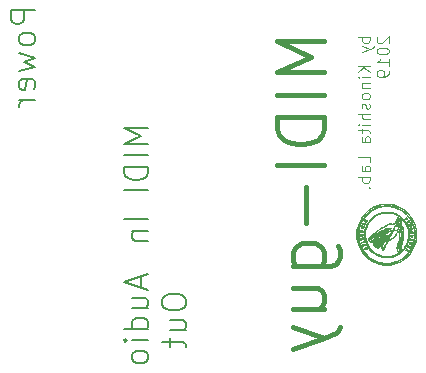
<source format=gbo>
G04 #@! TF.GenerationSoftware,KiCad,Pcbnew,5.1.5*
G04 #@! TF.CreationDate,2020-02-06T17:50:48+09:00*
G04 #@! TF.ProjectId,MIDI-Guy,4d494449-2d47-4757-992e-6b696361645f,rev?*
G04 #@! TF.SameCoordinates,Original*
G04 #@! TF.FileFunction,Legend,Bot*
G04 #@! TF.FilePolarity,Positive*
%FSLAX46Y46*%
G04 Gerber Fmt 4.6, Leading zero omitted, Abs format (unit mm)*
G04 Created by KiCad (PCBNEW 5.1.5) date 2020-02-06 17:50:48*
%MOMM*%
%LPD*%
G04 APERTURE LIST*
%ADD10C,0.200000*%
%ADD11C,0.100000*%
%ADD12C,0.400000*%
%ADD13C,0.010000*%
G04 APERTURE END LIST*
D10*
X74303333Y-64573333D02*
X74303333Y-65525714D01*
X74874761Y-64382857D02*
X72874761Y-65049523D01*
X74874761Y-65716190D01*
X73541428Y-67240000D02*
X74874761Y-67240000D01*
X73541428Y-66382857D02*
X74589047Y-66382857D01*
X74779523Y-66478095D01*
X74874761Y-66668571D01*
X74874761Y-66954285D01*
X74779523Y-67144761D01*
X74684285Y-67240000D01*
X74874761Y-69049523D02*
X72874761Y-69049523D01*
X74779523Y-69049523D02*
X74874761Y-68859047D01*
X74874761Y-68478095D01*
X74779523Y-68287619D01*
X74684285Y-68192380D01*
X74493809Y-68097142D01*
X73922380Y-68097142D01*
X73731904Y-68192380D01*
X73636666Y-68287619D01*
X73541428Y-68478095D01*
X73541428Y-68859047D01*
X73636666Y-69049523D01*
X74874761Y-70001904D02*
X73541428Y-70001904D01*
X72874761Y-70001904D02*
X72970000Y-69906666D01*
X73065238Y-70001904D01*
X72970000Y-70097142D01*
X72874761Y-70001904D01*
X73065238Y-70001904D01*
X74874761Y-71240000D02*
X74779523Y-71049523D01*
X74684285Y-70954285D01*
X74493809Y-70859047D01*
X73922380Y-70859047D01*
X73731904Y-70954285D01*
X73636666Y-71049523D01*
X73541428Y-71240000D01*
X73541428Y-71525714D01*
X73636666Y-71716190D01*
X73731904Y-71811428D01*
X73922380Y-71906666D01*
X74493809Y-71906666D01*
X74684285Y-71811428D01*
X74779523Y-71716190D01*
X74874761Y-71525714D01*
X74874761Y-71240000D01*
X76074761Y-66573333D02*
X76074761Y-66954285D01*
X76170000Y-67144761D01*
X76360476Y-67335238D01*
X76741428Y-67430476D01*
X77408095Y-67430476D01*
X77789047Y-67335238D01*
X77979523Y-67144761D01*
X78074761Y-66954285D01*
X78074761Y-66573333D01*
X77979523Y-66382857D01*
X77789047Y-66192380D01*
X77408095Y-66097142D01*
X76741428Y-66097142D01*
X76360476Y-66192380D01*
X76170000Y-66382857D01*
X76074761Y-66573333D01*
X76741428Y-69144761D02*
X78074761Y-69144761D01*
X76741428Y-68287619D02*
X77789047Y-68287619D01*
X77979523Y-68382857D01*
X78074761Y-68573333D01*
X78074761Y-68859047D01*
X77979523Y-69049523D01*
X77884285Y-69144761D01*
X76741428Y-69811428D02*
X76741428Y-70573333D01*
X76074761Y-70097142D02*
X77789047Y-70097142D01*
X77979523Y-70192380D01*
X78074761Y-70382857D01*
X78074761Y-70573333D01*
X74874761Y-52048095D02*
X72874761Y-52048095D01*
X74303333Y-52714761D01*
X72874761Y-53381428D01*
X74874761Y-53381428D01*
X74874761Y-54333809D02*
X72874761Y-54333809D01*
X74874761Y-55286190D02*
X72874761Y-55286190D01*
X72874761Y-55762380D01*
X72970000Y-56048095D01*
X73160476Y-56238571D01*
X73350952Y-56333809D01*
X73731904Y-56429047D01*
X74017619Y-56429047D01*
X74398571Y-56333809D01*
X74589047Y-56238571D01*
X74779523Y-56048095D01*
X74874761Y-55762380D01*
X74874761Y-55286190D01*
X74874761Y-57286190D02*
X72874761Y-57286190D01*
X74874761Y-59762380D02*
X72874761Y-59762380D01*
X73541428Y-60714761D02*
X74874761Y-60714761D01*
X73731904Y-60714761D02*
X73636666Y-60810000D01*
X73541428Y-61000476D01*
X73541428Y-61286190D01*
X73636666Y-61476666D01*
X73827142Y-61571904D01*
X74874761Y-61571904D01*
D11*
X93652380Y-44303095D02*
X92652380Y-44303095D01*
X93033333Y-44303095D02*
X92985714Y-44398333D01*
X92985714Y-44588809D01*
X93033333Y-44684047D01*
X93080952Y-44731666D01*
X93176190Y-44779285D01*
X93461904Y-44779285D01*
X93557142Y-44731666D01*
X93604761Y-44684047D01*
X93652380Y-44588809D01*
X93652380Y-44398333D01*
X93604761Y-44303095D01*
X92985714Y-45112619D02*
X93652380Y-45350714D01*
X92985714Y-45588809D02*
X93652380Y-45350714D01*
X93890476Y-45255476D01*
X93938095Y-45207857D01*
X93985714Y-45112619D01*
X93652380Y-46731666D02*
X92652380Y-46731666D01*
X93652380Y-47303095D02*
X93080952Y-46874523D01*
X92652380Y-47303095D02*
X93223809Y-46731666D01*
X93652380Y-47731666D02*
X92985714Y-47731666D01*
X92652380Y-47731666D02*
X92700000Y-47684047D01*
X92747619Y-47731666D01*
X92700000Y-47779285D01*
X92652380Y-47731666D01*
X92747619Y-47731666D01*
X92985714Y-48207857D02*
X93652380Y-48207857D01*
X93080952Y-48207857D02*
X93033333Y-48255476D01*
X92985714Y-48350714D01*
X92985714Y-48493571D01*
X93033333Y-48588809D01*
X93128571Y-48636428D01*
X93652380Y-48636428D01*
X93652380Y-49255476D02*
X93604761Y-49160238D01*
X93557142Y-49112619D01*
X93461904Y-49065000D01*
X93176190Y-49065000D01*
X93080952Y-49112619D01*
X93033333Y-49160238D01*
X92985714Y-49255476D01*
X92985714Y-49398333D01*
X93033333Y-49493571D01*
X93080952Y-49541190D01*
X93176190Y-49588809D01*
X93461904Y-49588809D01*
X93557142Y-49541190D01*
X93604761Y-49493571D01*
X93652380Y-49398333D01*
X93652380Y-49255476D01*
X93604761Y-49969761D02*
X93652380Y-50065000D01*
X93652380Y-50255476D01*
X93604761Y-50350714D01*
X93509523Y-50398333D01*
X93461904Y-50398333D01*
X93366666Y-50350714D01*
X93319047Y-50255476D01*
X93319047Y-50112619D01*
X93271428Y-50017380D01*
X93176190Y-49969761D01*
X93128571Y-49969761D01*
X93033333Y-50017380D01*
X92985714Y-50112619D01*
X92985714Y-50255476D01*
X93033333Y-50350714D01*
X93652380Y-50826904D02*
X92652380Y-50826904D01*
X93652380Y-51255476D02*
X93128571Y-51255476D01*
X93033333Y-51207857D01*
X92985714Y-51112619D01*
X92985714Y-50969761D01*
X93033333Y-50874523D01*
X93080952Y-50826904D01*
X93652380Y-51731666D02*
X92985714Y-51731666D01*
X92652380Y-51731666D02*
X92700000Y-51684047D01*
X92747619Y-51731666D01*
X92700000Y-51779285D01*
X92652380Y-51731666D01*
X92747619Y-51731666D01*
X92985714Y-52065000D02*
X92985714Y-52445952D01*
X92652380Y-52207857D02*
X93509523Y-52207857D01*
X93604761Y-52255476D01*
X93652380Y-52350714D01*
X93652380Y-52445952D01*
X93652380Y-53207857D02*
X93128571Y-53207857D01*
X93033333Y-53160238D01*
X92985714Y-53065000D01*
X92985714Y-52874523D01*
X93033333Y-52779285D01*
X93604761Y-53207857D02*
X93652380Y-53112619D01*
X93652380Y-52874523D01*
X93604761Y-52779285D01*
X93509523Y-52731666D01*
X93414285Y-52731666D01*
X93319047Y-52779285D01*
X93271428Y-52874523D01*
X93271428Y-53112619D01*
X93223809Y-53207857D01*
X93652380Y-54922142D02*
X93652380Y-54445952D01*
X92652380Y-54445952D01*
X93652380Y-55684047D02*
X93128571Y-55684047D01*
X93033333Y-55636428D01*
X92985714Y-55541190D01*
X92985714Y-55350714D01*
X93033333Y-55255476D01*
X93604761Y-55684047D02*
X93652380Y-55588809D01*
X93652380Y-55350714D01*
X93604761Y-55255476D01*
X93509523Y-55207857D01*
X93414285Y-55207857D01*
X93319047Y-55255476D01*
X93271428Y-55350714D01*
X93271428Y-55588809D01*
X93223809Y-55684047D01*
X93652380Y-56160238D02*
X92652380Y-56160238D01*
X93033333Y-56160238D02*
X92985714Y-56255476D01*
X92985714Y-56445952D01*
X93033333Y-56541190D01*
X93080952Y-56588809D01*
X93176190Y-56636428D01*
X93461904Y-56636428D01*
X93557142Y-56588809D01*
X93604761Y-56541190D01*
X93652380Y-56445952D01*
X93652380Y-56255476D01*
X93604761Y-56160238D01*
X93557142Y-57065000D02*
X93604761Y-57112619D01*
X93652380Y-57065000D01*
X93604761Y-57017380D01*
X93557142Y-57065000D01*
X93652380Y-57065000D01*
X94347619Y-44255476D02*
X94300000Y-44303095D01*
X94252380Y-44398333D01*
X94252380Y-44636428D01*
X94300000Y-44731666D01*
X94347619Y-44779285D01*
X94442857Y-44826904D01*
X94538095Y-44826904D01*
X94680952Y-44779285D01*
X95252380Y-44207857D01*
X95252380Y-44826904D01*
X94252380Y-45445952D02*
X94252380Y-45541190D01*
X94300000Y-45636428D01*
X94347619Y-45684047D01*
X94442857Y-45731666D01*
X94633333Y-45779285D01*
X94871428Y-45779285D01*
X95061904Y-45731666D01*
X95157142Y-45684047D01*
X95204761Y-45636428D01*
X95252380Y-45541190D01*
X95252380Y-45445952D01*
X95204761Y-45350714D01*
X95157142Y-45303095D01*
X95061904Y-45255476D01*
X94871428Y-45207857D01*
X94633333Y-45207857D01*
X94442857Y-45255476D01*
X94347619Y-45303095D01*
X94300000Y-45350714D01*
X94252380Y-45445952D01*
X95252380Y-46731666D02*
X95252380Y-46160238D01*
X95252380Y-46445952D02*
X94252380Y-46445952D01*
X94395238Y-46350714D01*
X94490476Y-46255476D01*
X94538095Y-46160238D01*
X95252380Y-47207857D02*
X95252380Y-47398333D01*
X95204761Y-47493571D01*
X95157142Y-47541190D01*
X95014285Y-47636428D01*
X94823809Y-47684047D01*
X94442857Y-47684047D01*
X94347619Y-47636428D01*
X94300000Y-47588809D01*
X94252380Y-47493571D01*
X94252380Y-47303095D01*
X94300000Y-47207857D01*
X94347619Y-47160238D01*
X94442857Y-47112619D01*
X94680952Y-47112619D01*
X94776190Y-47160238D01*
X94823809Y-47207857D01*
X94871428Y-47303095D01*
X94871428Y-47493571D01*
X94823809Y-47588809D01*
X94776190Y-47636428D01*
X94680952Y-47684047D01*
D12*
X89809523Y-44642857D02*
X85809523Y-44642857D01*
X88666666Y-45976190D01*
X85809523Y-47309523D01*
X89809523Y-47309523D01*
X89809523Y-49214285D02*
X85809523Y-49214285D01*
X89809523Y-51119047D02*
X85809523Y-51119047D01*
X85809523Y-52071428D01*
X86000000Y-52642857D01*
X86380952Y-53023809D01*
X86761904Y-53214285D01*
X87523809Y-53404761D01*
X88095238Y-53404761D01*
X88857142Y-53214285D01*
X89238095Y-53023809D01*
X89619047Y-52642857D01*
X89809523Y-52071428D01*
X89809523Y-51119047D01*
X89809523Y-55119047D02*
X85809523Y-55119047D01*
X88285714Y-57023809D02*
X88285714Y-60071428D01*
X87142857Y-63690476D02*
X90380952Y-63690476D01*
X90761904Y-63499999D01*
X90952380Y-63309523D01*
X91142857Y-62928571D01*
X91142857Y-62357142D01*
X90952380Y-61976190D01*
X89619047Y-63690476D02*
X89809523Y-63309523D01*
X89809523Y-62547619D01*
X89619047Y-62166666D01*
X89428571Y-61976190D01*
X89047619Y-61785714D01*
X87904761Y-61785714D01*
X87523809Y-61976190D01*
X87333333Y-62166666D01*
X87142857Y-62547619D01*
X87142857Y-63309523D01*
X87333333Y-63690476D01*
X87142857Y-67309523D02*
X89809523Y-67309523D01*
X87142857Y-65595238D02*
X89238095Y-65595238D01*
X89619047Y-65785714D01*
X89809523Y-66166666D01*
X89809523Y-66738095D01*
X89619047Y-67119047D01*
X89428571Y-67309523D01*
X87142857Y-68833333D02*
X89809523Y-69785714D01*
X87142857Y-70738095D02*
X89809523Y-69785714D01*
X90761904Y-69404761D01*
X90952380Y-69214285D01*
X91142857Y-68833333D01*
D10*
X65304761Y-42047619D02*
X63304761Y-42047619D01*
X63304761Y-42809523D01*
X63400000Y-43000000D01*
X63495238Y-43095238D01*
X63685714Y-43190476D01*
X63971428Y-43190476D01*
X64161904Y-43095238D01*
X64257142Y-43000000D01*
X64352380Y-42809523D01*
X64352380Y-42047619D01*
X65304761Y-44333333D02*
X65209523Y-44142857D01*
X65114285Y-44047619D01*
X64923809Y-43952380D01*
X64352380Y-43952380D01*
X64161904Y-44047619D01*
X64066666Y-44142857D01*
X63971428Y-44333333D01*
X63971428Y-44619047D01*
X64066666Y-44809523D01*
X64161904Y-44904761D01*
X64352380Y-45000000D01*
X64923809Y-45000000D01*
X65114285Y-44904761D01*
X65209523Y-44809523D01*
X65304761Y-44619047D01*
X65304761Y-44333333D01*
X63971428Y-45666666D02*
X65304761Y-46047619D01*
X64352380Y-46428571D01*
X65304761Y-46809523D01*
X63971428Y-47190476D01*
X65209523Y-48714285D02*
X65304761Y-48523809D01*
X65304761Y-48142857D01*
X65209523Y-47952380D01*
X65019047Y-47857142D01*
X64257142Y-47857142D01*
X64066666Y-47952380D01*
X63971428Y-48142857D01*
X63971428Y-48523809D01*
X64066666Y-48714285D01*
X64257142Y-48809523D01*
X64447619Y-48809523D01*
X64638095Y-47857142D01*
X65304761Y-49666666D02*
X63971428Y-49666666D01*
X64352380Y-49666666D02*
X64161904Y-49761904D01*
X64066666Y-49857142D01*
X63971428Y-50047619D01*
X63971428Y-50238095D01*
D13*
G36*
X93590508Y-61425500D02*
G01*
X93604285Y-61425509D01*
X93633896Y-61412355D01*
X93684783Y-61384334D01*
X93688380Y-61382286D01*
X93805494Y-61316387D01*
X93936839Y-61243897D01*
X94068329Y-61172583D01*
X94083218Y-61164596D01*
X94142363Y-61130421D01*
X94179776Y-61103447D01*
X94193109Y-61085742D01*
X94180012Y-61079375D01*
X94179994Y-61079375D01*
X94162058Y-61086586D01*
X94124150Y-61105649D01*
X94073888Y-61132702D01*
X94064900Y-61137686D01*
X93992056Y-61178209D01*
X93933348Y-61210732D01*
X93878684Y-61240802D01*
X93817969Y-61273968D01*
X93741109Y-61315780D01*
X93726031Y-61323973D01*
X93667348Y-61357232D01*
X93620930Y-61386154D01*
X93592781Y-61406848D01*
X93587125Y-61414035D01*
X93590508Y-61425500D01*
G37*
X93590508Y-61425500D02*
X93604285Y-61425509D01*
X93633896Y-61412355D01*
X93684783Y-61384334D01*
X93688380Y-61382286D01*
X93805494Y-61316387D01*
X93936839Y-61243897D01*
X94068329Y-61172583D01*
X94083218Y-61164596D01*
X94142363Y-61130421D01*
X94179776Y-61103447D01*
X94193109Y-61085742D01*
X94180012Y-61079375D01*
X94179994Y-61079375D01*
X94162058Y-61086586D01*
X94124150Y-61105649D01*
X94073888Y-61132702D01*
X94064900Y-61137686D01*
X93992056Y-61178209D01*
X93933348Y-61210732D01*
X93878684Y-61240802D01*
X93817969Y-61273968D01*
X93741109Y-61315780D01*
X93726031Y-61323973D01*
X93667348Y-61357232D01*
X93620930Y-61386154D01*
X93592781Y-61406848D01*
X93587125Y-61414035D01*
X93590508Y-61425500D01*
G36*
X96029171Y-62088237D02*
G01*
X96059795Y-62104352D01*
X96094540Y-62117134D01*
X96120073Y-62121049D01*
X96124371Y-62119295D01*
X96121510Y-62103120D01*
X96109667Y-62085531D01*
X96096787Y-62066971D01*
X96108123Y-62065861D01*
X96123280Y-62070342D01*
X96150493Y-62073847D01*
X96158765Y-62056565D01*
X96158875Y-62051994D01*
X96168557Y-62016524D01*
X96177925Y-62003300D01*
X96186627Y-61988132D01*
X96166972Y-61983277D01*
X96166018Y-61983243D01*
X96146647Y-61981134D01*
X96155366Y-61974329D01*
X96170781Y-61967880D01*
X96199045Y-61944633D01*
X96206500Y-61922198D01*
X96213675Y-61891595D01*
X96222375Y-61881062D01*
X96237985Y-61857394D01*
X96228351Y-61829062D01*
X96199574Y-61807197D01*
X96164166Y-61798979D01*
X96164166Y-61825500D01*
X96194558Y-61835277D01*
X96206062Y-61857532D01*
X96197010Y-61877322D01*
X96174980Y-61881536D01*
X96151806Y-61867576D01*
X96143000Y-61847614D01*
X96155083Y-61827652D01*
X96164166Y-61825500D01*
X96164166Y-61798979D01*
X96154685Y-61796778D01*
X96123379Y-61808607D01*
X96123379Y-61894792D01*
X96152213Y-61902197D01*
X96161484Y-61906863D01*
X96185716Y-61922102D01*
X96183109Y-61929801D01*
X96169095Y-61933450D01*
X96135783Y-61930505D01*
X96122528Y-61922503D01*
X96119187Y-61916584D01*
X96119187Y-61952500D01*
X96127125Y-61960437D01*
X96119187Y-61968375D01*
X96111250Y-61960437D01*
X96119187Y-61952500D01*
X96119187Y-61916584D01*
X96111221Y-61902470D01*
X96123379Y-61894792D01*
X96123379Y-61808607D01*
X96123008Y-61808748D01*
X96111250Y-61839939D01*
X96103409Y-61870989D01*
X96103312Y-61871101D01*
X96103312Y-61984250D01*
X96111250Y-61992187D01*
X96103793Y-61999644D01*
X96103793Y-62020105D01*
X96110193Y-62023284D01*
X96126606Y-62038422D01*
X96115031Y-62041206D01*
X96102627Y-62037353D01*
X96085339Y-62025665D01*
X96085696Y-62020386D01*
X96103793Y-62020105D01*
X96103793Y-61999644D01*
X96103312Y-62000125D01*
X96095375Y-61992187D01*
X96103312Y-61984250D01*
X96103312Y-61871101D01*
X96093992Y-61881917D01*
X96083149Y-61904066D01*
X96084574Y-61922563D01*
X96085096Y-61942917D01*
X96078019Y-61943647D01*
X96067474Y-61950173D01*
X96063625Y-61975375D01*
X96058119Y-62005651D01*
X96047191Y-62016000D01*
X96039088Y-62026126D01*
X96047558Y-62047392D01*
X96056611Y-62069752D01*
X96045677Y-62071459D01*
X96040179Y-62069506D01*
X96019483Y-62068392D01*
X96016000Y-62074321D01*
X96029171Y-62088237D01*
G37*
X96029171Y-62088237D02*
X96059795Y-62104352D01*
X96094540Y-62117134D01*
X96120073Y-62121049D01*
X96124371Y-62119295D01*
X96121510Y-62103120D01*
X96109667Y-62085531D01*
X96096787Y-62066971D01*
X96108123Y-62065861D01*
X96123280Y-62070342D01*
X96150493Y-62073847D01*
X96158765Y-62056565D01*
X96158875Y-62051994D01*
X96168557Y-62016524D01*
X96177925Y-62003300D01*
X96186627Y-61988132D01*
X96166972Y-61983277D01*
X96166018Y-61983243D01*
X96146647Y-61981134D01*
X96155366Y-61974329D01*
X96170781Y-61967880D01*
X96199045Y-61944633D01*
X96206500Y-61922198D01*
X96213675Y-61891595D01*
X96222375Y-61881062D01*
X96237985Y-61857394D01*
X96228351Y-61829062D01*
X96199574Y-61807197D01*
X96164166Y-61798979D01*
X96164166Y-61825500D01*
X96194558Y-61835277D01*
X96206062Y-61857532D01*
X96197010Y-61877322D01*
X96174980Y-61881536D01*
X96151806Y-61867576D01*
X96143000Y-61847614D01*
X96155083Y-61827652D01*
X96164166Y-61825500D01*
X96164166Y-61798979D01*
X96154685Y-61796778D01*
X96123379Y-61808607D01*
X96123379Y-61894792D01*
X96152213Y-61902197D01*
X96161484Y-61906863D01*
X96185716Y-61922102D01*
X96183109Y-61929801D01*
X96169095Y-61933450D01*
X96135783Y-61930505D01*
X96122528Y-61922503D01*
X96119187Y-61916584D01*
X96119187Y-61952500D01*
X96127125Y-61960437D01*
X96119187Y-61968375D01*
X96111250Y-61960437D01*
X96119187Y-61952500D01*
X96119187Y-61916584D01*
X96111221Y-61902470D01*
X96123379Y-61894792D01*
X96123379Y-61808607D01*
X96123008Y-61808748D01*
X96111250Y-61839939D01*
X96103409Y-61870989D01*
X96103312Y-61871101D01*
X96103312Y-61984250D01*
X96111250Y-61992187D01*
X96103793Y-61999644D01*
X96103793Y-62020105D01*
X96110193Y-62023284D01*
X96126606Y-62038422D01*
X96115031Y-62041206D01*
X96102627Y-62037353D01*
X96085339Y-62025665D01*
X96085696Y-62020386D01*
X96103793Y-62020105D01*
X96103793Y-61999644D01*
X96103312Y-62000125D01*
X96095375Y-61992187D01*
X96103312Y-61984250D01*
X96103312Y-61871101D01*
X96093992Y-61881917D01*
X96083149Y-61904066D01*
X96084574Y-61922563D01*
X96085096Y-61942917D01*
X96078019Y-61943647D01*
X96067474Y-61950173D01*
X96063625Y-61975375D01*
X96058119Y-62005651D01*
X96047191Y-62016000D01*
X96039088Y-62026126D01*
X96047558Y-62047392D01*
X96056611Y-62069752D01*
X96045677Y-62071459D01*
X96040179Y-62069506D01*
X96019483Y-62068392D01*
X96016000Y-62074321D01*
X96029171Y-62088237D01*
G36*
X95932296Y-59980823D02*
G01*
X95943754Y-59978569D01*
X95959614Y-59978974D01*
X95956872Y-59995502D01*
X95955086Y-60013448D01*
X95975326Y-60010386D01*
X95975801Y-60010205D01*
X95995132Y-60005237D01*
X95988796Y-60018122D01*
X95985128Y-60022628D01*
X95974159Y-60050636D01*
X95983943Y-60071248D01*
X96008960Y-60073157D01*
X96009668Y-60072892D01*
X96029109Y-60073400D01*
X96031875Y-60079748D01*
X96019657Y-60094537D01*
X96015063Y-60095125D01*
X96005658Y-60104885D01*
X96008222Y-60111258D01*
X96026315Y-60121010D01*
X96031491Y-60119174D01*
X96038774Y-60124814D01*
X96036530Y-60142535D01*
X96039991Y-60173572D01*
X96053795Y-60183908D01*
X96071365Y-60198690D01*
X96070737Y-60207585D01*
X96069350Y-60234762D01*
X96086646Y-60262053D01*
X96112557Y-60276457D01*
X96123398Y-60275598D01*
X96140625Y-60271778D01*
X96129866Y-60281765D01*
X96128945Y-60282423D01*
X96115154Y-60309944D01*
X96121153Y-60352076D01*
X96145494Y-60399828D01*
X96148530Y-60404088D01*
X96169760Y-60424812D01*
X96190314Y-60419267D01*
X96194832Y-60415720D01*
X96226915Y-60403845D01*
X96244175Y-60406112D01*
X96265794Y-60406451D01*
X96270000Y-60398448D01*
X96261606Y-60381652D01*
X96258093Y-60380863D01*
X96248423Y-60367192D01*
X96243833Y-60340145D01*
X96237056Y-60300385D01*
X96218677Y-60287952D01*
X96192234Y-60295815D01*
X96192234Y-60321872D01*
X96208141Y-60325203D01*
X96211153Y-60326333D01*
X96230593Y-60338909D01*
X96230732Y-60346059D01*
X96213939Y-60344278D01*
X96202266Y-60335219D01*
X96192234Y-60321872D01*
X96192234Y-60295815D01*
X96182126Y-60298822D01*
X96178785Y-60300320D01*
X96153054Y-60312004D01*
X96153054Y-60333250D01*
X96176331Y-60341076D01*
X96185398Y-60356761D01*
X96182422Y-60362618D01*
X96166113Y-60360427D01*
X96155435Y-60352035D01*
X96146485Y-60336052D01*
X96153054Y-60333250D01*
X96153054Y-60312004D01*
X96135062Y-60320174D01*
X96212034Y-60238000D01*
X96165610Y-60236993D01*
X96135168Y-60235465D01*
X96134200Y-60230696D01*
X96154906Y-60221630D01*
X96184634Y-60201411D01*
X96187714Y-60179550D01*
X96168566Y-60165039D01*
X96153567Y-60144713D01*
X96154543Y-60125849D01*
X96153789Y-60101152D01*
X96150937Y-60099229D01*
X96150937Y-60190375D01*
X96158875Y-60198312D01*
X96150937Y-60206250D01*
X96143000Y-60198312D01*
X96150937Y-60190375D01*
X96150937Y-60099229D01*
X96144851Y-60095125D01*
X96128055Y-60082581D01*
X96126620Y-60075281D01*
X96122662Y-60063543D01*
X96122662Y-60114148D01*
X96123235Y-60130843D01*
X96119187Y-60134428D01*
X96119187Y-60174500D01*
X96127125Y-60182437D01*
X96119187Y-60190375D01*
X96111250Y-60182437D01*
X96119187Y-60174500D01*
X96119187Y-60134428D01*
X96104102Y-60147792D01*
X96078256Y-60155122D01*
X96051640Y-60156936D01*
X96053923Y-60148968D01*
X96070627Y-60135279D01*
X96103874Y-60114636D01*
X96122662Y-60114148D01*
X96122662Y-60063543D01*
X96117254Y-60047504D01*
X96104108Y-60026401D01*
X96082957Y-60007068D01*
X96079500Y-60007572D01*
X96079500Y-60031625D01*
X96094962Y-60037041D01*
X96095375Y-60038625D01*
X96087437Y-60048296D01*
X96087437Y-60079250D01*
X96095375Y-60087187D01*
X96087437Y-60095125D01*
X96079500Y-60087187D01*
X96087437Y-60079250D01*
X96087437Y-60048296D01*
X96084250Y-60052179D01*
X96079500Y-60055437D01*
X96064871Y-60054178D01*
X96063625Y-60048436D01*
X96075148Y-60032271D01*
X96079500Y-60031625D01*
X96079500Y-60007572D01*
X96057361Y-60010802D01*
X96045082Y-60016805D01*
X96019675Y-60029245D01*
X96019798Y-60023589D01*
X96035843Y-60004903D01*
X96059105Y-59972874D01*
X96060564Y-59956018D01*
X96040620Y-59957680D01*
X96024513Y-59956976D01*
X96026444Y-59943504D01*
X96031205Y-59926486D01*
X96022965Y-59922073D01*
X95995041Y-59929596D01*
X95970743Y-59937927D01*
X95936759Y-59954072D01*
X95920902Y-59970070D01*
X95920750Y-59971376D01*
X95932296Y-59980823D01*
G37*
X95932296Y-59980823D02*
X95943754Y-59978569D01*
X95959614Y-59978974D01*
X95956872Y-59995502D01*
X95955086Y-60013448D01*
X95975326Y-60010386D01*
X95975801Y-60010205D01*
X95995132Y-60005237D01*
X95988796Y-60018122D01*
X95985128Y-60022628D01*
X95974159Y-60050636D01*
X95983943Y-60071248D01*
X96008960Y-60073157D01*
X96009668Y-60072892D01*
X96029109Y-60073400D01*
X96031875Y-60079748D01*
X96019657Y-60094537D01*
X96015063Y-60095125D01*
X96005658Y-60104885D01*
X96008222Y-60111258D01*
X96026315Y-60121010D01*
X96031491Y-60119174D01*
X96038774Y-60124814D01*
X96036530Y-60142535D01*
X96039991Y-60173572D01*
X96053795Y-60183908D01*
X96071365Y-60198690D01*
X96070737Y-60207585D01*
X96069350Y-60234762D01*
X96086646Y-60262053D01*
X96112557Y-60276457D01*
X96123398Y-60275598D01*
X96140625Y-60271778D01*
X96129866Y-60281765D01*
X96128945Y-60282423D01*
X96115154Y-60309944D01*
X96121153Y-60352076D01*
X96145494Y-60399828D01*
X96148530Y-60404088D01*
X96169760Y-60424812D01*
X96190314Y-60419267D01*
X96194832Y-60415720D01*
X96226915Y-60403845D01*
X96244175Y-60406112D01*
X96265794Y-60406451D01*
X96270000Y-60398448D01*
X96261606Y-60381652D01*
X96258093Y-60380863D01*
X96248423Y-60367192D01*
X96243833Y-60340145D01*
X96237056Y-60300385D01*
X96218677Y-60287952D01*
X96192234Y-60295815D01*
X96192234Y-60321872D01*
X96208141Y-60325203D01*
X96211153Y-60326333D01*
X96230593Y-60338909D01*
X96230732Y-60346059D01*
X96213939Y-60344278D01*
X96202266Y-60335219D01*
X96192234Y-60321872D01*
X96192234Y-60295815D01*
X96182126Y-60298822D01*
X96178785Y-60300320D01*
X96153054Y-60312004D01*
X96153054Y-60333250D01*
X96176331Y-60341076D01*
X96185398Y-60356761D01*
X96182422Y-60362618D01*
X96166113Y-60360427D01*
X96155435Y-60352035D01*
X96146485Y-60336052D01*
X96153054Y-60333250D01*
X96153054Y-60312004D01*
X96135062Y-60320174D01*
X96212034Y-60238000D01*
X96165610Y-60236993D01*
X96135168Y-60235465D01*
X96134200Y-60230696D01*
X96154906Y-60221630D01*
X96184634Y-60201411D01*
X96187714Y-60179550D01*
X96168566Y-60165039D01*
X96153567Y-60144713D01*
X96154543Y-60125849D01*
X96153789Y-60101152D01*
X96150937Y-60099229D01*
X96150937Y-60190375D01*
X96158875Y-60198312D01*
X96150937Y-60206250D01*
X96143000Y-60198312D01*
X96150937Y-60190375D01*
X96150937Y-60099229D01*
X96144851Y-60095125D01*
X96128055Y-60082581D01*
X96126620Y-60075281D01*
X96122662Y-60063543D01*
X96122662Y-60114148D01*
X96123235Y-60130843D01*
X96119187Y-60134428D01*
X96119187Y-60174500D01*
X96127125Y-60182437D01*
X96119187Y-60190375D01*
X96111250Y-60182437D01*
X96119187Y-60174500D01*
X96119187Y-60134428D01*
X96104102Y-60147792D01*
X96078256Y-60155122D01*
X96051640Y-60156936D01*
X96053923Y-60148968D01*
X96070627Y-60135279D01*
X96103874Y-60114636D01*
X96122662Y-60114148D01*
X96122662Y-60063543D01*
X96117254Y-60047504D01*
X96104108Y-60026401D01*
X96082957Y-60007068D01*
X96079500Y-60007572D01*
X96079500Y-60031625D01*
X96094962Y-60037041D01*
X96095375Y-60038625D01*
X96087437Y-60048296D01*
X96087437Y-60079250D01*
X96095375Y-60087187D01*
X96087437Y-60095125D01*
X96079500Y-60087187D01*
X96087437Y-60079250D01*
X96087437Y-60048296D01*
X96084250Y-60052179D01*
X96079500Y-60055437D01*
X96064871Y-60054178D01*
X96063625Y-60048436D01*
X96075148Y-60032271D01*
X96079500Y-60031625D01*
X96079500Y-60007572D01*
X96057361Y-60010802D01*
X96045082Y-60016805D01*
X96019675Y-60029245D01*
X96019798Y-60023589D01*
X96035843Y-60004903D01*
X96059105Y-59972874D01*
X96060564Y-59956018D01*
X96040620Y-59957680D01*
X96024513Y-59956976D01*
X96026444Y-59943504D01*
X96031205Y-59926486D01*
X96022965Y-59922073D01*
X95995041Y-59929596D01*
X95970743Y-59937927D01*
X95936759Y-59954072D01*
X95920902Y-59970070D01*
X95920750Y-59971376D01*
X95932296Y-59980823D01*
G36*
X96147227Y-61758137D02*
G01*
X96165202Y-61756877D01*
X96186610Y-61755771D01*
X96190625Y-61762498D01*
X96202842Y-61777287D01*
X96207436Y-61777875D01*
X96216458Y-61767948D01*
X96213458Y-61760416D01*
X96213226Y-61751346D01*
X96236334Y-61760974D01*
X96261821Y-61770962D01*
X96269808Y-61760647D01*
X96270000Y-61755725D01*
X96256500Y-61734941D01*
X96234281Y-61725578D01*
X96213343Y-61720550D01*
X96221697Y-61717825D01*
X96242218Y-61716536D01*
X96276267Y-61704831D01*
X96286959Y-61680225D01*
X96273937Y-61651708D01*
X96245601Y-61631844D01*
X96230407Y-61627394D01*
X96230407Y-61651357D01*
X96255704Y-61658502D01*
X96259416Y-61661458D01*
X96269649Y-61683446D01*
X96260115Y-61697864D01*
X96255423Y-61698500D01*
X96222868Y-61691662D01*
X96196908Y-61676280D01*
X96190625Y-61665051D01*
X96203284Y-61653824D01*
X96230407Y-61651357D01*
X96230407Y-61627394D01*
X96211357Y-61621814D01*
X96186118Y-61633115D01*
X96179496Y-61639325D01*
X96162588Y-61663299D01*
X96170892Y-61685724D01*
X96174832Y-61690661D01*
X96187937Y-61709672D01*
X96178567Y-61712160D01*
X96174411Y-61711301D01*
X96153949Y-61720186D01*
X96146301Y-61736535D01*
X96147227Y-61758137D01*
G37*
X96147227Y-61758137D02*
X96165202Y-61756877D01*
X96186610Y-61755771D01*
X96190625Y-61762498D01*
X96202842Y-61777287D01*
X96207436Y-61777875D01*
X96216458Y-61767948D01*
X96213458Y-61760416D01*
X96213226Y-61751346D01*
X96236334Y-61760974D01*
X96261821Y-61770962D01*
X96269808Y-61760647D01*
X96270000Y-61755725D01*
X96256500Y-61734941D01*
X96234281Y-61725578D01*
X96213343Y-61720550D01*
X96221697Y-61717825D01*
X96242218Y-61716536D01*
X96276267Y-61704831D01*
X96286959Y-61680225D01*
X96273937Y-61651708D01*
X96245601Y-61631844D01*
X96230407Y-61627394D01*
X96230407Y-61651357D01*
X96255704Y-61658502D01*
X96259416Y-61661458D01*
X96269649Y-61683446D01*
X96260115Y-61697864D01*
X96255423Y-61698500D01*
X96222868Y-61691662D01*
X96196908Y-61676280D01*
X96190625Y-61665051D01*
X96203284Y-61653824D01*
X96230407Y-61651357D01*
X96230407Y-61627394D01*
X96211357Y-61621814D01*
X96186118Y-61633115D01*
X96179496Y-61639325D01*
X96162588Y-61663299D01*
X96170892Y-61685724D01*
X96174832Y-61690661D01*
X96187937Y-61709672D01*
X96178567Y-61712160D01*
X96174411Y-61711301D01*
X96153949Y-61720186D01*
X96146301Y-61736535D01*
X96147227Y-61758137D01*
G36*
X96190633Y-60537649D02*
G01*
X96200506Y-60539625D01*
X96217189Y-60534581D01*
X96208581Y-60518320D01*
X96199126Y-60493116D01*
X96218179Y-60478527D01*
X96240895Y-60476125D01*
X96265267Y-60485270D01*
X96267612Y-60506577D01*
X96249394Y-60530849D01*
X96230312Y-60542513D01*
X96197390Y-60563138D01*
X96195038Y-60579324D01*
X96223039Y-60588524D01*
X96234281Y-60589411D01*
X96261532Y-60591576D01*
X96258554Y-60594974D01*
X96242218Y-60598453D01*
X96214424Y-60610208D01*
X96207156Y-60625210D01*
X96223348Y-60634491D01*
X96230312Y-60634875D01*
X96251430Y-60643942D01*
X96254125Y-60651686D01*
X96244399Y-60661168D01*
X96238250Y-60658687D01*
X96223621Y-60659946D01*
X96222375Y-60665688D01*
X96233396Y-60680207D01*
X96268247Y-60679288D01*
X96297781Y-60672494D01*
X96328023Y-60657984D01*
X96329324Y-60641685D01*
X96305718Y-60629943D01*
X96286153Y-60623909D01*
X96297426Y-60621422D01*
X96305718Y-60620841D01*
X96330271Y-60610833D01*
X96327112Y-60587449D01*
X96308553Y-60564571D01*
X96295056Y-60545459D01*
X96299243Y-60539625D01*
X96307413Y-60526415D01*
X96303277Y-60495968D01*
X96280207Y-60459486D01*
X96243086Y-60445230D01*
X96203080Y-60456899D01*
X96197688Y-60460975D01*
X96178667Y-60488843D01*
X96176462Y-60518494D01*
X96190633Y-60537649D01*
G37*
X96190633Y-60537649D02*
X96200506Y-60539625D01*
X96217189Y-60534581D01*
X96208581Y-60518320D01*
X96199126Y-60493116D01*
X96218179Y-60478527D01*
X96240895Y-60476125D01*
X96265267Y-60485270D01*
X96267612Y-60506577D01*
X96249394Y-60530849D01*
X96230312Y-60542513D01*
X96197390Y-60563138D01*
X96195038Y-60579324D01*
X96223039Y-60588524D01*
X96234281Y-60589411D01*
X96261532Y-60591576D01*
X96258554Y-60594974D01*
X96242218Y-60598453D01*
X96214424Y-60610208D01*
X96207156Y-60625210D01*
X96223348Y-60634491D01*
X96230312Y-60634875D01*
X96251430Y-60643942D01*
X96254125Y-60651686D01*
X96244399Y-60661168D01*
X96238250Y-60658687D01*
X96223621Y-60659946D01*
X96222375Y-60665688D01*
X96233396Y-60680207D01*
X96268247Y-60679288D01*
X96297781Y-60672494D01*
X96328023Y-60657984D01*
X96329324Y-60641685D01*
X96305718Y-60629943D01*
X96286153Y-60623909D01*
X96297426Y-60621422D01*
X96305718Y-60620841D01*
X96330271Y-60610833D01*
X96327112Y-60587449D01*
X96308553Y-60564571D01*
X96295056Y-60545459D01*
X96299243Y-60539625D01*
X96307413Y-60526415D01*
X96303277Y-60495968D01*
X96280207Y-60459486D01*
X96243086Y-60445230D01*
X96203080Y-60456899D01*
X96197688Y-60460975D01*
X96178667Y-60488843D01*
X96176462Y-60518494D01*
X96190633Y-60537649D01*
G36*
X96200452Y-61583314D02*
G01*
X96213929Y-61581829D01*
X96239473Y-61581998D01*
X96246615Y-61588068D01*
X96268789Y-61601208D01*
X96284067Y-61603250D01*
X96301287Y-61596150D01*
X96314698Y-61570913D01*
X96327030Y-61521626D01*
X96330755Y-61502200D01*
X96342875Y-61433390D01*
X96347553Y-61389625D01*
X96343353Y-61364774D01*
X96328842Y-61352707D01*
X96302583Y-61347293D01*
X96294267Y-61346290D01*
X96248650Y-61347464D01*
X96230767Y-61361726D01*
X96224035Y-61384403D01*
X96232404Y-61392941D01*
X96262904Y-61391432D01*
X96278467Y-61389498D01*
X96314339Y-61388192D01*
X96326049Y-61395411D01*
X96325155Y-61397533D01*
X96317625Y-61401435D01*
X96317625Y-61428625D01*
X96330691Y-61434433D01*
X96328208Y-61439208D01*
X96309368Y-61441108D01*
X96307041Y-61439208D01*
X96309220Y-61429770D01*
X96317625Y-61428625D01*
X96317625Y-61401435D01*
X96304016Y-61408489D01*
X96269063Y-61412750D01*
X96232305Y-61417962D01*
X96225003Y-61431128D01*
X96247078Y-61448542D01*
X96270000Y-61457996D01*
X96307735Y-61473933D01*
X96315559Y-61482912D01*
X96309687Y-61482668D01*
X96309687Y-61508000D01*
X96317625Y-61515937D01*
X96309687Y-61523875D01*
X96301750Y-61515937D01*
X96309687Y-61508000D01*
X96309687Y-61482668D01*
X96294127Y-61482018D01*
X96266136Y-61475141D01*
X96246187Y-61469592D01*
X96246187Y-61492125D01*
X96254125Y-61500062D01*
X96246187Y-61508000D01*
X96238250Y-61500062D01*
X96246187Y-61492125D01*
X96246187Y-61469592D01*
X96230272Y-61465165D01*
X96211149Y-61460434D01*
X96210573Y-61460375D01*
X96207186Y-61473657D01*
X96206500Y-61490140D01*
X96219452Y-61516001D01*
X96255177Y-61529641D01*
X96287690Y-61541414D01*
X96293141Y-61556709D01*
X96293072Y-61556821D01*
X96277148Y-61565667D01*
X96265033Y-61557008D01*
X96236118Y-61541523D01*
X96207120Y-61543130D01*
X96191117Y-61560376D01*
X96190625Y-61565260D01*
X96200452Y-61583314D01*
G37*
X96200452Y-61583314D02*
X96213929Y-61581829D01*
X96239473Y-61581998D01*
X96246615Y-61588068D01*
X96268789Y-61601208D01*
X96284067Y-61603250D01*
X96301287Y-61596150D01*
X96314698Y-61570913D01*
X96327030Y-61521626D01*
X96330755Y-61502200D01*
X96342875Y-61433390D01*
X96347553Y-61389625D01*
X96343353Y-61364774D01*
X96328842Y-61352707D01*
X96302583Y-61347293D01*
X96294267Y-61346290D01*
X96248650Y-61347464D01*
X96230767Y-61361726D01*
X96224035Y-61384403D01*
X96232404Y-61392941D01*
X96262904Y-61391432D01*
X96278467Y-61389498D01*
X96314339Y-61388192D01*
X96326049Y-61395411D01*
X96325155Y-61397533D01*
X96317625Y-61401435D01*
X96317625Y-61428625D01*
X96330691Y-61434433D01*
X96328208Y-61439208D01*
X96309368Y-61441108D01*
X96307041Y-61439208D01*
X96309220Y-61429770D01*
X96317625Y-61428625D01*
X96317625Y-61401435D01*
X96304016Y-61408489D01*
X96269063Y-61412750D01*
X96232305Y-61417962D01*
X96225003Y-61431128D01*
X96247078Y-61448542D01*
X96270000Y-61457996D01*
X96307735Y-61473933D01*
X96315559Y-61482912D01*
X96309687Y-61482668D01*
X96309687Y-61508000D01*
X96317625Y-61515937D01*
X96309687Y-61523875D01*
X96301750Y-61515937D01*
X96309687Y-61508000D01*
X96309687Y-61482668D01*
X96294127Y-61482018D01*
X96266136Y-61475141D01*
X96246187Y-61469592D01*
X96246187Y-61492125D01*
X96254125Y-61500062D01*
X96246187Y-61508000D01*
X96238250Y-61500062D01*
X96246187Y-61492125D01*
X96246187Y-61469592D01*
X96230272Y-61465165D01*
X96211149Y-61460434D01*
X96210573Y-61460375D01*
X96207186Y-61473657D01*
X96206500Y-61490140D01*
X96219452Y-61516001D01*
X96255177Y-61529641D01*
X96287690Y-61541414D01*
X96293141Y-61556709D01*
X96293072Y-61556821D01*
X96277148Y-61565667D01*
X96265033Y-61557008D01*
X96236118Y-61541523D01*
X96207120Y-61543130D01*
X96191117Y-61560376D01*
X96190625Y-61565260D01*
X96200452Y-61583314D01*
G36*
X96264423Y-61298512D02*
G01*
X96269206Y-61301200D01*
X96308609Y-61311667D01*
X96334099Y-61309372D01*
X96359827Y-61288761D01*
X96362864Y-61258575D01*
X96343844Y-61230783D01*
X96329531Y-61222744D01*
X96309794Y-61213748D01*
X96309794Y-61244212D01*
X96337215Y-61254743D01*
X96349375Y-61271573D01*
X96336105Y-61283210D01*
X96318561Y-61285750D01*
X96288792Y-61278557D01*
X96275296Y-61262598D01*
X96284183Y-61247107D01*
X96309794Y-61244212D01*
X96309794Y-61213748D01*
X96307492Y-61212698D01*
X96312666Y-61208421D01*
X96341437Y-61206876D01*
X96373045Y-61204609D01*
X96376442Y-61197303D01*
X96358247Y-61182057D01*
X96337964Y-61164801D01*
X96343093Y-61159168D01*
X96355215Y-61158750D01*
X96373893Y-61151749D01*
X96373187Y-61142875D01*
X96350730Y-61129400D01*
X96333500Y-61127000D01*
X96302774Y-61118421D01*
X96292494Y-61108992D01*
X96294877Y-61097428D01*
X96324928Y-61097439D01*
X96331244Y-61098305D01*
X96369042Y-61098830D01*
X96381124Y-61084730D01*
X96381125Y-61084563D01*
X96367579Y-61068463D01*
X96342735Y-61063500D01*
X96301602Y-61059568D01*
X96279235Y-61053864D01*
X96261412Y-61053959D01*
X96254603Y-61077049D01*
X96254125Y-61093551D01*
X96259753Y-61130673D01*
X96278861Y-61143759D01*
X96281906Y-61143990D01*
X96299684Y-61146868D01*
X96287038Y-61155366D01*
X96285875Y-61155897D01*
X96263333Y-61174106D01*
X96259318Y-61182858D01*
X96253629Y-61209462D01*
X96246018Y-61241085D01*
X96243943Y-61276448D01*
X96264423Y-61298512D01*
G37*
X96264423Y-61298512D02*
X96269206Y-61301200D01*
X96308609Y-61311667D01*
X96334099Y-61309372D01*
X96359827Y-61288761D01*
X96362864Y-61258575D01*
X96343844Y-61230783D01*
X96329531Y-61222744D01*
X96309794Y-61213748D01*
X96309794Y-61244212D01*
X96337215Y-61254743D01*
X96349375Y-61271573D01*
X96336105Y-61283210D01*
X96318561Y-61285750D01*
X96288792Y-61278557D01*
X96275296Y-61262598D01*
X96284183Y-61247107D01*
X96309794Y-61244212D01*
X96309794Y-61213748D01*
X96307492Y-61212698D01*
X96312666Y-61208421D01*
X96341437Y-61206876D01*
X96373045Y-61204609D01*
X96376442Y-61197303D01*
X96358247Y-61182057D01*
X96337964Y-61164801D01*
X96343093Y-61159168D01*
X96355215Y-61158750D01*
X96373893Y-61151749D01*
X96373187Y-61142875D01*
X96350730Y-61129400D01*
X96333500Y-61127000D01*
X96302774Y-61118421D01*
X96292494Y-61108992D01*
X96294877Y-61097428D01*
X96324928Y-61097439D01*
X96331244Y-61098305D01*
X96369042Y-61098830D01*
X96381124Y-61084730D01*
X96381125Y-61084563D01*
X96367579Y-61068463D01*
X96342735Y-61063500D01*
X96301602Y-61059568D01*
X96279235Y-61053864D01*
X96261412Y-61053959D01*
X96254603Y-61077049D01*
X96254125Y-61093551D01*
X96259753Y-61130673D01*
X96278861Y-61143759D01*
X96281906Y-61143990D01*
X96299684Y-61146868D01*
X96287038Y-61155366D01*
X96285875Y-61155897D01*
X96263333Y-61174106D01*
X96259318Y-61182858D01*
X96253629Y-61209462D01*
X96246018Y-61241085D01*
X96243943Y-61276448D01*
X96264423Y-61298512D01*
G36*
X96243162Y-60751970D02*
G01*
X96250526Y-60754389D01*
X96275354Y-60764554D01*
X96271790Y-60776362D01*
X96258463Y-60787130D01*
X96242141Y-60802034D01*
X96250578Y-60808140D01*
X96277937Y-60809711D01*
X96325562Y-60810932D01*
X96230312Y-60853102D01*
X96277937Y-60864439D01*
X96324583Y-60876216D01*
X96341901Y-60883057D01*
X96331658Y-60886438D01*
X96310475Y-60887404D01*
X96310475Y-60939469D01*
X96324495Y-60941831D01*
X96347410Y-60955339D01*
X96341437Y-60963117D01*
X96341437Y-60984125D01*
X96349375Y-60992062D01*
X96341437Y-61000000D01*
X96333500Y-60992062D01*
X96341437Y-60984125D01*
X96341437Y-60963117D01*
X96340097Y-60964862D01*
X96306512Y-60968250D01*
X96278381Y-60965058D01*
X96278285Y-60953935D01*
X96281632Y-60950267D01*
X96310475Y-60939469D01*
X96310475Y-60887404D01*
X96305718Y-60887621D01*
X96272652Y-60890685D01*
X96257961Y-60903918D01*
X96254221Y-60936639D01*
X96254125Y-60952375D01*
X96257853Y-60992135D01*
X96267166Y-61014253D01*
X96270936Y-61015875D01*
X96280418Y-61006149D01*
X96277937Y-61000000D01*
X96279196Y-60985371D01*
X96284938Y-60984125D01*
X96301103Y-60995648D01*
X96301750Y-61000000D01*
X96315335Y-61011933D01*
X96341437Y-61015875D01*
X96364550Y-61013030D01*
X96376343Y-61000165D01*
X96378416Y-60970780D01*
X96372368Y-60918375D01*
X96369754Y-60900781D01*
X96359038Y-60868987D01*
X96344351Y-60856881D01*
X96336240Y-60851697D01*
X96346773Y-60843194D01*
X96359524Y-60824143D01*
X96358514Y-60786925D01*
X96354710Y-60766443D01*
X96341437Y-60703137D01*
X96325562Y-60708120D01*
X96325562Y-60730125D01*
X96333500Y-60738062D01*
X96325562Y-60746000D01*
X96317625Y-60738062D01*
X96325562Y-60730125D01*
X96325562Y-60708120D01*
X96277937Y-60723072D01*
X96240148Y-60736015D01*
X96229664Y-60744383D01*
X96243162Y-60751970D01*
G37*
X96243162Y-60751970D02*
X96250526Y-60754389D01*
X96275354Y-60764554D01*
X96271790Y-60776362D01*
X96258463Y-60787130D01*
X96242141Y-60802034D01*
X96250578Y-60808140D01*
X96277937Y-60809711D01*
X96325562Y-60810932D01*
X96230312Y-60853102D01*
X96277937Y-60864439D01*
X96324583Y-60876216D01*
X96341901Y-60883057D01*
X96331658Y-60886438D01*
X96310475Y-60887404D01*
X96310475Y-60939469D01*
X96324495Y-60941831D01*
X96347410Y-60955339D01*
X96341437Y-60963117D01*
X96341437Y-60984125D01*
X96349375Y-60992062D01*
X96341437Y-61000000D01*
X96333500Y-60992062D01*
X96341437Y-60984125D01*
X96341437Y-60963117D01*
X96340097Y-60964862D01*
X96306512Y-60968250D01*
X96278381Y-60965058D01*
X96278285Y-60953935D01*
X96281632Y-60950267D01*
X96310475Y-60939469D01*
X96310475Y-60887404D01*
X96305718Y-60887621D01*
X96272652Y-60890685D01*
X96257961Y-60903918D01*
X96254221Y-60936639D01*
X96254125Y-60952375D01*
X96257853Y-60992135D01*
X96267166Y-61014253D01*
X96270936Y-61015875D01*
X96280418Y-61006149D01*
X96277937Y-61000000D01*
X96279196Y-60985371D01*
X96284938Y-60984125D01*
X96301103Y-60995648D01*
X96301750Y-61000000D01*
X96315335Y-61011933D01*
X96341437Y-61015875D01*
X96364550Y-61013030D01*
X96376343Y-61000165D01*
X96378416Y-60970780D01*
X96372368Y-60918375D01*
X96369754Y-60900781D01*
X96359038Y-60868987D01*
X96344351Y-60856881D01*
X96336240Y-60851697D01*
X96346773Y-60843194D01*
X96359524Y-60824143D01*
X96358514Y-60786925D01*
X96354710Y-60766443D01*
X96341437Y-60703137D01*
X96325562Y-60708120D01*
X96325562Y-60730125D01*
X96333500Y-60738062D01*
X96325562Y-60746000D01*
X96317625Y-60738062D01*
X96325562Y-60730125D01*
X96325562Y-60708120D01*
X96277937Y-60723072D01*
X96240148Y-60736015D01*
X96229664Y-60744383D01*
X96243162Y-60751970D01*
G36*
X93246078Y-61252138D02*
G01*
X93260299Y-61371430D01*
X93284566Y-61488447D01*
X93320156Y-61612809D01*
X93333704Y-61654407D01*
X93423793Y-61875832D01*
X93540049Y-62081086D01*
X93680314Y-62268339D01*
X93842428Y-62435763D01*
X94024233Y-62581527D01*
X94223570Y-62703803D01*
X94438281Y-62800761D01*
X94666206Y-62870572D01*
X94800648Y-62897425D01*
X95034398Y-62919940D01*
X95265592Y-62911102D01*
X95494891Y-62870805D01*
X95722957Y-62798945D01*
X95896937Y-62722631D01*
X96107234Y-62602043D01*
X96296403Y-62458222D01*
X96463438Y-62292493D01*
X96607332Y-62106181D01*
X96727080Y-61900611D01*
X96821676Y-61677110D01*
X96890114Y-61437002D01*
X96897002Y-61404812D01*
X96907017Y-61342209D01*
X96915965Y-61260723D01*
X96923404Y-61168392D01*
X96928895Y-61073258D01*
X96931998Y-60983361D01*
X96932272Y-60906741D01*
X96929277Y-60851439D01*
X96927859Y-60841250D01*
X96921894Y-60805533D01*
X96912883Y-60750576D01*
X96903127Y-60690437D01*
X96852969Y-60476027D01*
X96773252Y-60265034D01*
X96666162Y-60061589D01*
X96533881Y-59869828D01*
X96378595Y-59693882D01*
X96374303Y-59689588D01*
X96332968Y-59653223D01*
X96332968Y-59723369D01*
X96367826Y-59729531D01*
X96411618Y-59765300D01*
X96424062Y-59778494D01*
X96480794Y-59847341D01*
X96544668Y-59935580D01*
X96609477Y-60033797D01*
X96669013Y-60132574D01*
X96717068Y-60222497D01*
X96717913Y-60224229D01*
X96800630Y-60427541D01*
X96859914Y-60645796D01*
X96894559Y-60871409D01*
X96903361Y-61096793D01*
X96887975Y-61294729D01*
X96840132Y-61525084D01*
X96762410Y-61748802D01*
X96656567Y-61961935D01*
X96524360Y-62160536D01*
X96475047Y-62222450D01*
X96434342Y-62270440D01*
X96407916Y-62297303D01*
X96390128Y-62306636D01*
X96375335Y-62302033D01*
X96364349Y-62292997D01*
X96327023Y-62240683D01*
X96308156Y-62167238D01*
X96307752Y-62071518D01*
X96325819Y-61952377D01*
X96362360Y-61808670D01*
X96366693Y-61794030D01*
X96420930Y-61591756D01*
X96457981Y-61401235D01*
X96480157Y-61209160D01*
X96486624Y-61103187D01*
X96488023Y-60890489D01*
X96471124Y-60693344D01*
X96434226Y-60501689D01*
X96375629Y-60305462D01*
X96331975Y-60187985D01*
X96291293Y-60076010D01*
X96266934Y-59985253D01*
X96258108Y-59910185D01*
X96264028Y-59845281D01*
X96276892Y-59801963D01*
X96303754Y-59747338D01*
X96332968Y-59723369D01*
X96332968Y-59653223D01*
X96192452Y-59529599D01*
X95996507Y-59396953D01*
X95788903Y-59292077D01*
X95572073Y-59215398D01*
X95348449Y-59167341D01*
X95120466Y-59148332D01*
X95071437Y-59150564D01*
X95071437Y-59184462D01*
X95310486Y-59198023D01*
X95537153Y-59240022D01*
X95754812Y-59311332D01*
X95966840Y-59412829D01*
X95978688Y-59419464D01*
X96041116Y-59457341D01*
X96106803Y-59501604D01*
X96170785Y-59548327D01*
X96228096Y-59593585D01*
X96273768Y-59633452D01*
X96302836Y-59664003D01*
X96310334Y-59681312D01*
X96310214Y-59681522D01*
X96289328Y-59694141D01*
X96248821Y-59707285D01*
X96200661Y-59718281D01*
X96156815Y-59724459D01*
X96129251Y-59723147D01*
X96127523Y-59722308D01*
X96112050Y-59703527D01*
X96088249Y-59664725D01*
X96063041Y-59617718D01*
X96037063Y-59569974D01*
X96015056Y-59536111D01*
X96010483Y-59531717D01*
X96010483Y-59571921D01*
X96056611Y-59668432D01*
X96081843Y-59719521D01*
X96100393Y-59747711D01*
X96119018Y-59758869D01*
X96144474Y-59758860D01*
X96158588Y-59756973D01*
X96205888Y-59748003D01*
X96243746Y-59737227D01*
X96244974Y-59736745D01*
X96266598Y-59731730D01*
X96265893Y-59747787D01*
X96263096Y-59755025D01*
X96249941Y-59791831D01*
X96235618Y-59837769D01*
X96235495Y-59838195D01*
X96227840Y-59891495D01*
X96230945Y-59941382D01*
X96234733Y-59965017D01*
X96230471Y-59969899D01*
X96215077Y-59953761D01*
X96185470Y-59914339D01*
X96175542Y-59900656D01*
X96139691Y-59855399D01*
X96107894Y-59822742D01*
X96086748Y-59809413D01*
X96086036Y-59809375D01*
X96084393Y-59809797D01*
X96084393Y-59838802D01*
X96120623Y-59883620D01*
X96183911Y-59975357D01*
X96246934Y-60091198D01*
X96306607Y-60223623D01*
X96359845Y-60365111D01*
X96403564Y-60508141D01*
X96434678Y-60645193D01*
X96435941Y-60652285D01*
X96447892Y-60750931D01*
X96454282Y-60872039D01*
X96455347Y-61006854D01*
X96451325Y-61146621D01*
X96442453Y-61282586D01*
X96428969Y-61405995D01*
X96412970Y-61499631D01*
X96389667Y-61598759D01*
X96361717Y-61702412D01*
X96330726Y-61806058D01*
X96298301Y-61905167D01*
X96266050Y-61995207D01*
X96265170Y-61997414D01*
X96265170Y-62087437D01*
X96277310Y-62158875D01*
X96287643Y-62207764D01*
X96299167Y-62245644D01*
X96303054Y-62254125D01*
X96315262Y-62281569D01*
X96307520Y-62291432D01*
X96276305Y-62285313D01*
X96252129Y-62277233D01*
X96207353Y-62262926D01*
X96173777Y-62254815D01*
X96167085Y-62254125D01*
X96151575Y-62267609D01*
X96128674Y-62303205D01*
X96102981Y-62353622D01*
X96099497Y-62361281D01*
X96051457Y-62468437D01*
X96018752Y-62396743D01*
X95997946Y-62344465D01*
X95979378Y-62286339D01*
X95965226Y-62231009D01*
X95957669Y-62187124D01*
X95958887Y-62163327D01*
X95959670Y-62162288D01*
X95977901Y-62162169D01*
X96018068Y-62169640D01*
X96071714Y-62183104D01*
X96075303Y-62184103D01*
X96130455Y-62199083D01*
X96173410Y-62209897D01*
X96195194Y-62214292D01*
X96195507Y-62214302D01*
X96209173Y-62201246D01*
X96228533Y-62168204D01*
X96236748Y-62150937D01*
X96265170Y-62087437D01*
X96265170Y-61997414D01*
X96235578Y-62071645D01*
X96208493Y-62129952D01*
X96186402Y-62165595D01*
X96173579Y-62174750D01*
X96153047Y-62170787D01*
X96111504Y-62160553D01*
X96058093Y-62146530D01*
X96001958Y-62131198D01*
X95952241Y-62117040D01*
X95918084Y-62106537D01*
X95908482Y-62102797D01*
X95912348Y-62088108D01*
X95926555Y-62051997D01*
X95948163Y-62001879D01*
X95951254Y-61994964D01*
X96045413Y-61753110D01*
X96112522Y-61509198D01*
X96152341Y-61266200D01*
X96164632Y-61027089D01*
X96149157Y-60794837D01*
X96105678Y-60572416D01*
X96073784Y-60467059D01*
X96031539Y-60356133D01*
X95980184Y-60241319D01*
X95941909Y-60166620D01*
X95941909Y-60264250D01*
X95957280Y-60268965D01*
X95970375Y-60290249D01*
X95989801Y-60331314D01*
X96011360Y-60381986D01*
X96030854Y-60432093D01*
X96044084Y-60471462D01*
X96047373Y-60487268D01*
X96043915Y-60492768D01*
X96043915Y-60565268D01*
X96064820Y-60567977D01*
X96078628Y-60590198D01*
X96093067Y-60643950D01*
X96084340Y-60680276D01*
X96060639Y-60699972D01*
X96020828Y-60727491D01*
X95971142Y-60770188D01*
X95920211Y-60819645D01*
X95876668Y-60867442D01*
X95849145Y-60905162D01*
X95847926Y-60907430D01*
X95831228Y-60953511D01*
X95825500Y-60992062D01*
X95818246Y-61039690D01*
X95794891Y-61088005D01*
X95753043Y-61139363D01*
X95690310Y-61196124D01*
X95604301Y-61260644D01*
X95492623Y-61335282D01*
X95449646Y-61362586D01*
X95358766Y-61419984D01*
X95293370Y-61460201D01*
X95251503Y-61482034D01*
X95231214Y-61484280D01*
X95230548Y-61465737D01*
X95247553Y-61425201D01*
X95280274Y-61361468D01*
X95321386Y-61283589D01*
X95371991Y-61187962D01*
X95427175Y-61084986D01*
X95481055Y-60985564D01*
X95527746Y-60900597D01*
X95537986Y-60882212D01*
X95574150Y-60815870D01*
X95602884Y-60759950D01*
X95621481Y-60719962D01*
X95627234Y-60701420D01*
X95626990Y-60700949D01*
X95605175Y-60700817D01*
X95564897Y-60725756D01*
X95509966Y-60772520D01*
X95509966Y-60833312D01*
X95465748Y-60915822D01*
X95440972Y-60956798D01*
X95421032Y-60980339D01*
X95411517Y-60982130D01*
X95404812Y-60989249D01*
X95404812Y-61015875D01*
X95412750Y-61023812D01*
X95404812Y-61031750D01*
X95396875Y-61023812D01*
X95404812Y-61015875D01*
X95404812Y-60989249D01*
X95402225Y-60991996D01*
X95380110Y-61027138D01*
X95373062Y-61039302D01*
X95373062Y-61079375D01*
X95381000Y-61087312D01*
X95373062Y-61095250D01*
X95365125Y-61087312D01*
X95373062Y-61079375D01*
X95373062Y-61039302D01*
X95346829Y-61084578D01*
X95341312Y-61094474D01*
X95341312Y-61142875D01*
X95349250Y-61150812D01*
X95341312Y-61158750D01*
X95333375Y-61150812D01*
X95341312Y-61142875D01*
X95341312Y-61094474D01*
X95304040Y-61161336D01*
X95253401Y-61254435D01*
X95196570Y-61360896D01*
X95135206Y-61477739D01*
X95128826Y-61489992D01*
X95063672Y-61614891D01*
X95000162Y-61736039D01*
X94940491Y-61849289D01*
X94886856Y-61950496D01*
X94841454Y-62035514D01*
X94833312Y-62050572D01*
X94833312Y-62111250D01*
X94841250Y-62119187D01*
X94833312Y-62127125D01*
X94825375Y-62119187D01*
X94833312Y-62111250D01*
X94833312Y-62050572D01*
X94817437Y-62079932D01*
X94817437Y-62143000D01*
X94825375Y-62150937D01*
X94817437Y-62158875D01*
X94809500Y-62150937D01*
X94817437Y-62143000D01*
X94817437Y-62079932D01*
X94806481Y-62100196D01*
X94801562Y-62109065D01*
X94801562Y-62174750D01*
X94809500Y-62182687D01*
X94801562Y-62190625D01*
X94793625Y-62182687D01*
X94801562Y-62174750D01*
X94801562Y-62109065D01*
X94787100Y-62135143D01*
X94787100Y-62209861D01*
X94787129Y-62215198D01*
X94776475Y-62238250D01*
X94760667Y-62269640D01*
X94751787Y-62284552D01*
X94743819Y-62288576D01*
X94746705Y-62274002D01*
X94757089Y-62250625D01*
X94770688Y-62229377D01*
X94787100Y-62209861D01*
X94787100Y-62135143D01*
X94785805Y-62137479D01*
X94715461Y-62260900D01*
X94691043Y-62202460D01*
X94670416Y-62118889D01*
X94674168Y-62023701D01*
X94702725Y-61915583D01*
X94756512Y-61793223D01*
X94835957Y-61655311D01*
X94900430Y-61558328D01*
X95024691Y-61387515D01*
X95157598Y-61219279D01*
X95291165Y-61063457D01*
X95379602Y-60968250D01*
X95509966Y-60833312D01*
X95509966Y-60772520D01*
X95506022Y-60775878D01*
X95428411Y-60851293D01*
X95372389Y-60909156D01*
X95209344Y-61080514D01*
X95109216Y-61084443D01*
X95109216Y-61179246D01*
X95068598Y-61232498D01*
X95040514Y-61265502D01*
X95018977Y-61284181D01*
X95014549Y-61285750D01*
X94996954Y-61273499D01*
X94985940Y-61257391D01*
X94981004Y-61238332D01*
X94994602Y-61223371D01*
X95032438Y-61206887D01*
X95039989Y-61204139D01*
X95109216Y-61179246D01*
X95109216Y-61084443D01*
X95068960Y-61086024D01*
X95068960Y-61128112D01*
X95095250Y-61128223D01*
X95087426Y-61131972D01*
X95052609Y-61141897D01*
X94994730Y-61156988D01*
X94976187Y-61161622D01*
X94976187Y-61333375D01*
X94984125Y-61341312D01*
X94976187Y-61349250D01*
X94968250Y-61341312D01*
X94976187Y-61333375D01*
X94976187Y-61161622D01*
X94936278Y-61171598D01*
X94936278Y-61263072D01*
X94956247Y-61267694D01*
X94965821Y-61283489D01*
X94967524Y-61301625D01*
X94964258Y-61314831D01*
X94952440Y-61299930D01*
X94951103Y-61297656D01*
X94936500Y-61280425D01*
X94936500Y-61373062D01*
X94951151Y-61373788D01*
X94952375Y-61379126D01*
X94940790Y-61401568D01*
X94936500Y-61404812D01*
X94921848Y-61404086D01*
X94920625Y-61398748D01*
X94932209Y-61376306D01*
X94936500Y-61373062D01*
X94936500Y-61280425D01*
X94929834Y-61272559D01*
X94916583Y-61276865D01*
X94916588Y-61308760D01*
X94916739Y-61309562D01*
X94916643Y-61340036D01*
X94906600Y-61349250D01*
X94890886Y-61336422D01*
X94888875Y-61325437D01*
X94879394Y-61304326D01*
X94877182Y-61303590D01*
X94877182Y-61401531D01*
X94888875Y-61404812D01*
X94902687Y-61427467D01*
X94904506Y-61441468D01*
X94901937Y-61459234D01*
X94890963Y-61447694D01*
X94888875Y-61444500D01*
X94874851Y-61415414D01*
X94877182Y-61401531D01*
X94877182Y-61303590D01*
X94871279Y-61301625D01*
X94860711Y-61315000D01*
X94863585Y-61345281D01*
X94868895Y-61373891D01*
X94863479Y-61375160D01*
X94851649Y-61361156D01*
X94833801Y-61343612D01*
X94833801Y-61430781D01*
X94848424Y-61433910D01*
X94857745Y-61444959D01*
X94871953Y-61477454D01*
X94863170Y-61491722D01*
X94858823Y-61492125D01*
X94841932Y-61479300D01*
X94830960Y-61452956D01*
X94833328Y-61431289D01*
X94833801Y-61430781D01*
X94833801Y-61343612D01*
X94827019Y-61336945D01*
X94814284Y-61338418D01*
X94817433Y-61365112D01*
X94817437Y-61365125D01*
X94818955Y-61390690D01*
X94810569Y-61396875D01*
X94794299Y-61385426D01*
X94793625Y-61381000D01*
X94788104Y-61374114D01*
X94788104Y-61469207D01*
X94803477Y-61484121D01*
X94816185Y-61513132D01*
X94814505Y-61528618D01*
X94799145Y-61530917D01*
X94785687Y-61517861D01*
X94785687Y-61587375D01*
X94793625Y-61595312D01*
X94785687Y-61603250D01*
X94777750Y-61595312D01*
X94785687Y-61587375D01*
X94785687Y-61517861D01*
X94783772Y-61516003D01*
X94771064Y-61486992D01*
X94772744Y-61471506D01*
X94788104Y-61469207D01*
X94788104Y-61374114D01*
X94781404Y-61365756D01*
X94776680Y-61365125D01*
X94766902Y-61377411D01*
X94769388Y-61395539D01*
X94770158Y-61423364D01*
X94758090Y-61437988D01*
X94742148Y-61432334D01*
X94736251Y-61421693D01*
X94720476Y-61398448D01*
X94715904Y-61399884D01*
X94715904Y-61499898D01*
X94729467Y-61501683D01*
X94738062Y-61508000D01*
X94758077Y-61537104D01*
X94761370Y-61553600D01*
X94758085Y-61568867D01*
X94745568Y-61558856D01*
X94740179Y-61551972D01*
X94740179Y-61619125D01*
X94765416Y-61628139D01*
X94767166Y-61629708D01*
X94770932Y-61646709D01*
X94769547Y-61648493D01*
X94753238Y-61646302D01*
X94742560Y-61637910D01*
X94733610Y-61621927D01*
X94740179Y-61619125D01*
X94740179Y-61551972D01*
X94737557Y-61548622D01*
X94718576Y-61517506D01*
X94715904Y-61499898D01*
X94715904Y-61399884D01*
X94707807Y-61402428D01*
X94706208Y-61429481D01*
X94707731Y-61436562D01*
X94710708Y-61468652D01*
X94698353Y-61473580D01*
X94674943Y-61452420D01*
X94674943Y-61528613D01*
X94690437Y-61539750D01*
X94710905Y-61564511D01*
X94711484Y-61583085D01*
X94700073Y-61587375D01*
X94692554Y-61581821D01*
X94692554Y-61650875D01*
X94717791Y-61659889D01*
X94719541Y-61661458D01*
X94723307Y-61678459D01*
X94721922Y-61680243D01*
X94705613Y-61678052D01*
X94694935Y-61669660D01*
X94690437Y-61661628D01*
X94690437Y-61730250D01*
X94698375Y-61738187D01*
X94690437Y-61746125D01*
X94682500Y-61738187D01*
X94690437Y-61730250D01*
X94690437Y-61661628D01*
X94685985Y-61653677D01*
X94692554Y-61650875D01*
X94692554Y-61581821D01*
X94682897Y-61574687D01*
X94676260Y-61562264D01*
X94674562Y-61556578D01*
X94674562Y-61793750D01*
X94682500Y-61801687D01*
X94674562Y-61809625D01*
X94666625Y-61801687D01*
X94674562Y-61793750D01*
X94674562Y-61556578D01*
X94667389Y-61532557D01*
X94674943Y-61528613D01*
X94674943Y-61452420D01*
X94672937Y-61450606D01*
X94671165Y-61448468D01*
X94654734Y-61430626D01*
X94652797Y-61440043D01*
X94656018Y-61456390D01*
X94656083Y-61487271D01*
X94645325Y-61502624D01*
X94631891Y-61496512D01*
X94631891Y-61566063D01*
X94654138Y-61581746D01*
X94666473Y-61602959D01*
X94666625Y-61605193D01*
X94654775Y-61618968D01*
X94652693Y-61619125D01*
X94644656Y-61615186D01*
X94644656Y-61672144D01*
X94650750Y-61674687D01*
X94666032Y-61695717D01*
X94666625Y-61700373D01*
X94656843Y-61708980D01*
X94650750Y-61706437D01*
X94635467Y-61685407D01*
X94634875Y-61680751D01*
X94644656Y-61672144D01*
X94644656Y-61615186D01*
X94631500Y-61608738D01*
X94626937Y-61602806D01*
X94626937Y-61821870D01*
X94627764Y-61826959D01*
X94608829Y-61850699D01*
X94573192Y-61889664D01*
X94523912Y-61940430D01*
X94497084Y-61967219D01*
X94427583Y-62034563D01*
X94375547Y-62081246D01*
X94337206Y-62110211D01*
X94308791Y-62124402D01*
X94292296Y-62127125D01*
X94269173Y-62125979D01*
X94265186Y-62119547D01*
X94282684Y-62103340D01*
X94318651Y-62076750D01*
X94355690Y-62046400D01*
X94370919Y-62025805D01*
X94367484Y-62019474D01*
X94343933Y-62024674D01*
X94307270Y-62045652D01*
X94285990Y-62061422D01*
X94247137Y-62089849D01*
X94223491Y-62098320D01*
X94207875Y-62089396D01*
X94207793Y-62089297D01*
X94204676Y-62075595D01*
X94220406Y-62059334D01*
X94259060Y-62037365D01*
X94300675Y-62017484D01*
X94359885Y-61987246D01*
X94395033Y-61962685D01*
X94403323Y-61946733D01*
X94412826Y-61929218D01*
X94449116Y-61904728D01*
X94495434Y-61881622D01*
X94551074Y-61856388D01*
X94598855Y-61834676D01*
X94626937Y-61821870D01*
X94626937Y-61602806D01*
X94614702Y-61586898D01*
X94612597Y-61567581D01*
X94613708Y-61566208D01*
X94631891Y-61566063D01*
X94631891Y-61496512D01*
X94630698Y-61495969D01*
X94625126Y-61485193D01*
X94608768Y-61461831D01*
X94594851Y-61465456D01*
X94592098Y-61491931D01*
X94593768Y-61500062D01*
X94595040Y-61530869D01*
X94583794Y-61539357D01*
X94567991Y-61521375D01*
X94565248Y-61514931D01*
X94565059Y-61514741D01*
X94565059Y-61594523D01*
X94579312Y-61603250D01*
X94599323Y-61627153D01*
X94603125Y-61638887D01*
X94593565Y-61643726D01*
X94591986Y-61642760D01*
X94591986Y-61700828D01*
X94602327Y-61705944D01*
X94611914Y-61725940D01*
X94609337Y-61733041D01*
X94594750Y-61738281D01*
X94586128Y-61728435D01*
X94578368Y-61704663D01*
X94591986Y-61700828D01*
X94591986Y-61642760D01*
X94579312Y-61635000D01*
X94559301Y-61611096D01*
X94555500Y-61599362D01*
X94565059Y-61594523D01*
X94565059Y-61514741D01*
X94549174Y-61498748D01*
X94538966Y-61500469D01*
X94531138Y-61517820D01*
X94539625Y-61531812D01*
X94547800Y-61554591D01*
X94542059Y-61562058D01*
X94524728Y-61558095D01*
X94520766Y-61551711D01*
X94520766Y-61629563D01*
X94543013Y-61645246D01*
X94555348Y-61666459D01*
X94555500Y-61668693D01*
X94543650Y-61682468D01*
X94541568Y-61682625D01*
X94533804Y-61678820D01*
X94533804Y-61730250D01*
X94559041Y-61739264D01*
X94560791Y-61740833D01*
X94564557Y-61757834D01*
X94563172Y-61759618D01*
X94546863Y-61757427D01*
X94539625Y-61751739D01*
X94539625Y-61793750D01*
X94552691Y-61799558D01*
X94550208Y-61804333D01*
X94531368Y-61806233D01*
X94529041Y-61804333D01*
X94531220Y-61794895D01*
X94539625Y-61793750D01*
X94539625Y-61751739D01*
X94536185Y-61749035D01*
X94527235Y-61733052D01*
X94533804Y-61730250D01*
X94533804Y-61678820D01*
X94520375Y-61672238D01*
X94503577Y-61650398D01*
X94501472Y-61631081D01*
X94502583Y-61629708D01*
X94520766Y-61629563D01*
X94520766Y-61551711D01*
X94517588Y-61546590D01*
X94501510Y-61530477D01*
X94491341Y-61532219D01*
X94483513Y-61549570D01*
X94492000Y-61563562D01*
X94498866Y-61586354D01*
X94485161Y-61599247D01*
X94461998Y-61594404D01*
X94455691Y-61589166D01*
X94453934Y-61587965D01*
X94453934Y-61658023D01*
X94468187Y-61666750D01*
X94488198Y-61690653D01*
X94492000Y-61702387D01*
X94482440Y-61707226D01*
X94468187Y-61698500D01*
X94467980Y-61698253D01*
X94467980Y-61754578D01*
X94483971Y-61756224D01*
X94500010Y-61771289D01*
X94498749Y-61779797D01*
X94479793Y-61787184D01*
X94476125Y-61785606D01*
X94476125Y-61828006D01*
X94498661Y-61830501D01*
X94495968Y-61836013D01*
X94463467Y-61838110D01*
X94456281Y-61836013D01*
X94454286Y-61830219D01*
X94476125Y-61828006D01*
X94476125Y-61785606D01*
X94475028Y-61785134D01*
X94460488Y-61766998D01*
X94467980Y-61754578D01*
X94467980Y-61698253D01*
X94448176Y-61674596D01*
X94444375Y-61662862D01*
X94453934Y-61658023D01*
X94453934Y-61587965D01*
X94431155Y-61572383D01*
X94421286Y-61583549D01*
X94424208Y-61607218D01*
X94427649Y-61631022D01*
X94417668Y-61628478D01*
X94411609Y-61623093D01*
X94408307Y-61620911D01*
X94408307Y-61691539D01*
X94421801Y-61699527D01*
X94436275Y-61721935D01*
X94434849Y-61732819D01*
X94416942Y-61737210D01*
X94413067Y-61734917D01*
X94413067Y-61781734D01*
X94430630Y-61787129D01*
X94442650Y-61799303D01*
X94430694Y-61806247D01*
X94405911Y-61806366D01*
X94401049Y-61803341D01*
X94397350Y-61788073D01*
X94413067Y-61781734D01*
X94413067Y-61734917D01*
X94403448Y-61729222D01*
X94388974Y-61706814D01*
X94390400Y-61695930D01*
X94408307Y-61691539D01*
X94408307Y-61620911D01*
X94383746Y-61604675D01*
X94370188Y-61611333D01*
X94372937Y-61635000D01*
X94376595Y-61662009D01*
X94362640Y-61662816D01*
X94342320Y-61647183D01*
X94342320Y-61720970D01*
X94357446Y-61730568D01*
X94373681Y-61751239D01*
X94372937Y-61752717D01*
X94372937Y-61936625D01*
X94380875Y-61944562D01*
X94372937Y-61952500D01*
X94365000Y-61944562D01*
X94372937Y-61936625D01*
X94372937Y-61752717D01*
X94368680Y-61761175D01*
X94350181Y-61754715D01*
X94348188Y-61752041D01*
X94348188Y-61809625D01*
X94364353Y-61821148D01*
X94365000Y-61825500D01*
X94359583Y-61840962D01*
X94357999Y-61841375D01*
X94357062Y-61840606D01*
X94357062Y-61873125D01*
X94365000Y-61881062D01*
X94357062Y-61889000D01*
X94349125Y-61881062D01*
X94357062Y-61873125D01*
X94357062Y-61840606D01*
X94344445Y-61830250D01*
X94341187Y-61825500D01*
X94342446Y-61810871D01*
X94348188Y-61809625D01*
X94348188Y-61752041D01*
X94334087Y-61733119D01*
X94333250Y-61727369D01*
X94342320Y-61720970D01*
X94342320Y-61647183D01*
X94341961Y-61646906D01*
X94336736Y-61635424D01*
X94345874Y-61619486D01*
X94372815Y-61595952D01*
X94420998Y-61561684D01*
X94473600Y-61526752D01*
X94602653Y-61443044D01*
X94707964Y-61376592D01*
X94791757Y-61326383D01*
X94856258Y-61291402D01*
X94903690Y-61270637D01*
X94936278Y-61263072D01*
X94936278Y-61171598D01*
X94917723Y-61176236D01*
X94887841Y-61183493D01*
X94887841Y-61226142D01*
X94888875Y-61228313D01*
X94877699Y-61242800D01*
X94873000Y-61246062D01*
X94858158Y-61250107D01*
X94857125Y-61247936D01*
X94868300Y-61233449D01*
X94873000Y-61230187D01*
X94887841Y-61226142D01*
X94887841Y-61183493D01*
X94825520Y-61198630D01*
X94809500Y-61202445D01*
X94809500Y-61246062D01*
X94824128Y-61247321D01*
X94825375Y-61253063D01*
X94813851Y-61269228D01*
X94809500Y-61269875D01*
X94794037Y-61264458D01*
X94793625Y-61262874D01*
X94804749Y-61249320D01*
X94809500Y-61246062D01*
X94809500Y-61202445D01*
X94761875Y-61213788D01*
X94753696Y-61215761D01*
X94753696Y-61260444D01*
X94761875Y-61261937D01*
X94777144Y-61282233D01*
X94777750Y-61286686D01*
X94765641Y-61301197D01*
X94761875Y-61301625D01*
X94747942Y-61288703D01*
X94746000Y-61276875D01*
X94753696Y-61260444D01*
X94753696Y-61215761D01*
X94669381Y-61236107D01*
X94669381Y-61276937D01*
X94700074Y-61278081D01*
X94722648Y-61295594D01*
X94729949Y-61319776D01*
X94716054Y-61340197D01*
X94701737Y-61334400D01*
X94693310Y-61315724D01*
X94680481Y-61292833D01*
X94666637Y-61295241D01*
X94659498Y-61317721D01*
X94661356Y-61337359D01*
X94665562Y-61362002D01*
X94658370Y-61359425D01*
X94643990Y-61342247D01*
X94623523Y-61324390D01*
X94615836Y-61335462D01*
X94617909Y-61355587D01*
X94615036Y-61381649D01*
X94610718Y-61395274D01*
X94600894Y-61410919D01*
X94587082Y-61401431D01*
X94578178Y-61389872D01*
X94561825Y-61370161D01*
X94556139Y-61377007D01*
X94555500Y-61401778D01*
X94550419Y-61433034D01*
X94539625Y-61444500D01*
X94524211Y-61432419D01*
X94523750Y-61428625D01*
X94511529Y-61413381D01*
X94506805Y-61412750D01*
X94497083Y-61425109D01*
X94499937Y-61444500D01*
X94501455Y-61470065D01*
X94493069Y-61476250D01*
X94476799Y-61464801D01*
X94476125Y-61460375D01*
X94463904Y-61445131D01*
X94459180Y-61444500D01*
X94449550Y-61456979D01*
X94453050Y-61478574D01*
X94456820Y-61503199D01*
X94440511Y-61506287D01*
X94431676Y-61504230D01*
X94402760Y-61506654D01*
X94389113Y-61529688D01*
X94378440Y-61549748D01*
X94370546Y-61543718D01*
X94353738Y-61524746D01*
X94338030Y-61532924D01*
X94333250Y-61555126D01*
X94325558Y-61577869D01*
X94309437Y-61577240D01*
X94289346Y-61579891D01*
X94288837Y-61582000D01*
X94288837Y-61650875D01*
X94315374Y-61661342D01*
X94321816Y-61670718D01*
X94324501Y-61694483D01*
X94309594Y-61693925D01*
X94289800Y-61677726D01*
X94289800Y-61751148D01*
X94307129Y-61760108D01*
X94309437Y-61762000D01*
X94329167Y-61781022D01*
X94333250Y-61787756D01*
X94325312Y-61791019D01*
X94325312Y-61962058D01*
X94328589Y-61962958D01*
X94307613Y-61974872D01*
X94266856Y-61995289D01*
X94261812Y-61997727D01*
X94210029Y-62021739D01*
X94178001Y-62032540D01*
X94157276Y-62031497D01*
X94139403Y-62019977D01*
X94136994Y-62017908D01*
X94122806Y-62003408D01*
X94125416Y-61994478D01*
X94149778Y-61988337D01*
X94200494Y-61982239D01*
X94257001Y-61975062D01*
X94304405Y-61967065D01*
X94325312Y-61962058D01*
X94325312Y-61791019D01*
X94320285Y-61793087D01*
X94309437Y-61793750D01*
X94292625Y-61783253D01*
X94292625Y-61841375D01*
X94315562Y-61846606D01*
X94308686Y-61860352D01*
X94302596Y-61864509D01*
X94282208Y-61862518D01*
X94277847Y-61857508D01*
X94281296Y-61843703D01*
X94292625Y-61841375D01*
X94292625Y-61783253D01*
X94288849Y-61780895D01*
X94285625Y-61767993D01*
X94289800Y-61751148D01*
X94289800Y-61677726D01*
X94289782Y-61677711D01*
X94277687Y-61664011D01*
X94277687Y-61904875D01*
X94285625Y-61912812D01*
X94277687Y-61920750D01*
X94269750Y-61912812D01*
X94277687Y-61904875D01*
X94277687Y-61664011D01*
X94272087Y-61657667D01*
X94277672Y-61651305D01*
X94288837Y-61650875D01*
X94288837Y-61582000D01*
X94285625Y-61595312D01*
X94276410Y-61614846D01*
X94263376Y-61613984D01*
X94248717Y-61617627D01*
X94248717Y-61689354D01*
X94265960Y-61702058D01*
X94269750Y-61715311D01*
X94259098Y-61729963D01*
X94256520Y-61730250D01*
X94233514Y-61719894D01*
X94231195Y-61704292D01*
X94231195Y-61784470D01*
X94246321Y-61794068D01*
X94262556Y-61814739D01*
X94257555Y-61824675D01*
X94239056Y-61818215D01*
X94238000Y-61816798D01*
X94238000Y-61873125D01*
X94251066Y-61878933D01*
X94248583Y-61883708D01*
X94229743Y-61885608D01*
X94227416Y-61883708D01*
X94229595Y-61874270D01*
X94238000Y-61873125D01*
X94238000Y-61816798D01*
X94222962Y-61796619D01*
X94222125Y-61790869D01*
X94231195Y-61784470D01*
X94231195Y-61704292D01*
X94230319Y-61698397D01*
X94231591Y-61696026D01*
X94248717Y-61689354D01*
X94248717Y-61617627D01*
X94241638Y-61619387D01*
X94233095Y-61636164D01*
X94217098Y-61658425D01*
X94199781Y-61657179D01*
X94190873Y-61657738D01*
X94190873Y-61714375D01*
X94204517Y-61727240D01*
X94206250Y-61738187D01*
X94202853Y-61759368D01*
X94200010Y-61762000D01*
X94189774Y-61749586D01*
X94184634Y-61738187D01*
X94184304Y-61717745D01*
X94190873Y-61714375D01*
X94190873Y-61657738D01*
X94183208Y-61658219D01*
X94183208Y-61816225D01*
X94190556Y-61817674D01*
X94203716Y-61834654D01*
X94205925Y-61852850D01*
X94200010Y-61857250D01*
X94190375Y-61845482D01*
X94190375Y-61889000D01*
X94203441Y-61894808D01*
X94200958Y-61899583D01*
X94182118Y-61901483D01*
X94179791Y-61899583D01*
X94181970Y-61890145D01*
X94190375Y-61889000D01*
X94190375Y-61845482D01*
X94189815Y-61844797D01*
X94184317Y-61832612D01*
X94183208Y-61816225D01*
X94183208Y-61658219D01*
X94178550Y-61658512D01*
X94174500Y-61673925D01*
X94166848Y-61691381D01*
X94157765Y-61690031D01*
X94150217Y-61691559D01*
X94150217Y-61752791D01*
X94158625Y-61754062D01*
X94173752Y-61767641D01*
X94174500Y-61769937D01*
X94163427Y-61782558D01*
X94158625Y-61785812D01*
X94145175Y-61782042D01*
X94142750Y-61769937D01*
X94150217Y-61752791D01*
X94150217Y-61691559D01*
X94137724Y-61694089D01*
X94134812Y-61696443D01*
X94134812Y-61841375D01*
X94155942Y-61849682D01*
X94158625Y-61856751D01*
X94146988Y-61865486D01*
X94142750Y-61864618D01*
X94142750Y-61920750D01*
X94155816Y-61926558D01*
X94153333Y-61931333D01*
X94134493Y-61933233D01*
X94132166Y-61931333D01*
X94134345Y-61921895D01*
X94142750Y-61920750D01*
X94142750Y-61864618D01*
X94134812Y-61862990D01*
X94113924Y-61851722D01*
X94111000Y-61847614D01*
X94123963Y-61842064D01*
X94134812Y-61841375D01*
X94134812Y-61696443D01*
X94109179Y-61717171D01*
X94102592Y-61724404D01*
X94102592Y-61784541D01*
X94111000Y-61785812D01*
X94126127Y-61799391D01*
X94126875Y-61801687D01*
X94115802Y-61814308D01*
X94111000Y-61817562D01*
X94097550Y-61813792D01*
X94095125Y-61801687D01*
X94102592Y-61784541D01*
X94102592Y-61724404D01*
X94102221Y-61724812D01*
X94088975Y-61737948D01*
X94088975Y-61862706D01*
X94095125Y-61865187D01*
X94110269Y-61879452D01*
X94111000Y-61881999D01*
X94098717Y-61888817D01*
X94095125Y-61889000D01*
X94079860Y-61876796D01*
X94079250Y-61872188D01*
X94088975Y-61862706D01*
X94088975Y-61737948D01*
X94077774Y-61749056D01*
X94064305Y-61754285D01*
X94063394Y-61751348D01*
X94075724Y-61729733D01*
X94109827Y-61693523D01*
X94161335Y-61646139D01*
X94225877Y-61591002D01*
X94299084Y-61531533D01*
X94376586Y-61471154D01*
X94454012Y-61413284D01*
X94526994Y-61361346D01*
X94591161Y-61318760D01*
X94642143Y-61288947D01*
X94669381Y-61276937D01*
X94669381Y-61236107D01*
X94648167Y-61241227D01*
X94538591Y-61268621D01*
X94538591Y-61305517D01*
X94539625Y-61307688D01*
X94528449Y-61322175D01*
X94523750Y-61325437D01*
X94508908Y-61329482D01*
X94507875Y-61327311D01*
X94519050Y-61312824D01*
X94523750Y-61309562D01*
X94538591Y-61305517D01*
X94538591Y-61268621D01*
X94534219Y-61269715D01*
X94468187Y-61286789D01*
X94468187Y-61333375D01*
X94476125Y-61341312D01*
X94468187Y-61349250D01*
X94460250Y-61341312D01*
X94468187Y-61333375D01*
X94468187Y-61286789D01*
X94428500Y-61297052D01*
X94428500Y-61341312D01*
X94442235Y-61344733D01*
X94444375Y-61355313D01*
X94435060Y-61382741D01*
X94428500Y-61388937D01*
X94414764Y-61385516D01*
X94412625Y-61374936D01*
X94421939Y-61347508D01*
X94428500Y-61341312D01*
X94428500Y-61297052D01*
X94427283Y-61297367D01*
X94365000Y-61314121D01*
X94365000Y-61388937D01*
X94378735Y-61392358D01*
X94380875Y-61402938D01*
X94371560Y-61430366D01*
X94365000Y-61436562D01*
X94351264Y-61433141D01*
X94349125Y-61422561D01*
X94358439Y-61395133D01*
X94365000Y-61388937D01*
X94365000Y-61314121D01*
X94334611Y-61322297D01*
X94313579Y-61328304D01*
X94313579Y-61435510D01*
X94316121Y-61451114D01*
X94313202Y-61471704D01*
X94307783Y-61471950D01*
X94303994Y-61450703D01*
X94306530Y-61441523D01*
X94313579Y-61435510D01*
X94313579Y-61328304D01*
X94263456Y-61342621D01*
X94253875Y-61345553D01*
X94253875Y-61484187D01*
X94268526Y-61484913D01*
X94269750Y-61490251D01*
X94258165Y-61512693D01*
X94253875Y-61515937D01*
X94239223Y-61515211D01*
X94238000Y-61509873D01*
X94249584Y-61487431D01*
X94253875Y-61484187D01*
X94253875Y-61345553D01*
X94247321Y-61347559D01*
X94181517Y-61367987D01*
X94127829Y-61384287D01*
X94092910Y-61394463D01*
X94083100Y-61396875D01*
X94090225Y-61387787D01*
X94115796Y-61364343D01*
X94142487Y-61341531D01*
X94220093Y-61287493D01*
X94315689Y-61236833D01*
X94415674Y-61196128D01*
X94484062Y-61176377D01*
X94521604Y-61170460D01*
X94583668Y-61163378D01*
X94663076Y-61155698D01*
X94752646Y-61147984D01*
X94845200Y-61140803D01*
X94933556Y-61134720D01*
X95010536Y-61130301D01*
X95068960Y-61128112D01*
X95068960Y-61086024D01*
X94965765Y-61090076D01*
X94882700Y-61092844D01*
X94812842Y-61094224D01*
X94761376Y-61094192D01*
X94733486Y-61092723D01*
X94730125Y-61091232D01*
X94750321Y-61076363D01*
X94792886Y-61049149D01*
X94852462Y-61012720D01*
X94923693Y-60970203D01*
X95001223Y-60924726D01*
X95079694Y-60879419D01*
X95153750Y-60837410D01*
X95218035Y-60801826D01*
X95267192Y-60775797D01*
X95285750Y-60766729D01*
X95384077Y-60723328D01*
X95461022Y-60694428D01*
X95522643Y-60678560D01*
X95575001Y-60674257D01*
X95624154Y-60680051D01*
X95634196Y-60682307D01*
X95719493Y-60689366D01*
X95815282Y-60675436D01*
X95910461Y-60642803D01*
X95964061Y-60614330D01*
X96005453Y-60588711D01*
X96037290Y-60569240D01*
X96043915Y-60565268D01*
X96043915Y-60492768D01*
X96035454Y-60506228D01*
X96004408Y-60534610D01*
X95976486Y-60555380D01*
X95878199Y-60610960D01*
X95781041Y-60643368D01*
X95715024Y-60650750D01*
X95666534Y-60647586D01*
X95646672Y-60635286D01*
X95652699Y-60609637D01*
X95670412Y-60582105D01*
X95693757Y-60537018D01*
X95702700Y-60481559D01*
X95702910Y-60449252D01*
X95704027Y-60396504D01*
X95712215Y-60366177D01*
X95730026Y-60349264D01*
X95731467Y-60348473D01*
X95756074Y-60326863D01*
X95762000Y-60311533D01*
X95776094Y-60298366D01*
X95811480Y-60284799D01*
X95857810Y-60273087D01*
X95904735Y-60265485D01*
X95941909Y-60264250D01*
X95941909Y-60166620D01*
X95925154Y-60133919D01*
X95871887Y-60045232D01*
X95868261Y-60039865D01*
X95847767Y-60009818D01*
X95847767Y-60086290D01*
X95869692Y-60102201D01*
X95888590Y-60129884D01*
X95909388Y-60168081D01*
X95920242Y-60195985D01*
X95920690Y-60199520D01*
X95906532Y-60211678D01*
X95869488Y-60226677D01*
X95821531Y-60240252D01*
X95767522Y-60255989D01*
X95734130Y-60271721D01*
X95726281Y-60282700D01*
X95716527Y-60297823D01*
X95698500Y-60301500D01*
X95681801Y-60303520D01*
X95671111Y-60313521D01*
X95664920Y-60337411D01*
X95661720Y-60381101D01*
X95660001Y-60450500D01*
X95659968Y-60452388D01*
X95649922Y-60521646D01*
X95625111Y-60579659D01*
X95589720Y-60619658D01*
X95547935Y-60634870D01*
X95547161Y-60634875D01*
X95486785Y-60644073D01*
X95404788Y-60670422D01*
X95304974Y-60712051D01*
X95191143Y-60767088D01*
X95067097Y-60833663D01*
X94936638Y-60909904D01*
X94803567Y-60993941D01*
X94763461Y-61020557D01*
X94688453Y-61067030D01*
X94620710Y-61098331D01*
X94544536Y-61121222D01*
X94512815Y-61128534D01*
X94449812Y-61143064D01*
X94397856Y-61156449D01*
X94365492Y-61166437D01*
X94360417Y-61168690D01*
X94357155Y-61165974D01*
X94372427Y-61145730D01*
X94380730Y-61136372D01*
X94407586Y-61115497D01*
X94457748Y-61084297D01*
X94525750Y-61045874D01*
X94606126Y-61003332D01*
X94682355Y-60965145D01*
X94763808Y-60924529D01*
X94832778Y-60888438D01*
X94885219Y-60859133D01*
X94917086Y-60838875D01*
X94924334Y-60829925D01*
X94924282Y-60829905D01*
X94903320Y-60833811D01*
X94859786Y-60849639D01*
X94799473Y-60875046D01*
X94728171Y-60907685D01*
X94706000Y-60918296D01*
X94634548Y-60952448D01*
X94574553Y-60980385D01*
X94531133Y-60999780D01*
X94509409Y-61008305D01*
X94507875Y-61008334D01*
X94521290Y-60999129D01*
X94558885Y-60977370D01*
X94616680Y-60945175D01*
X94690699Y-60904662D01*
X94776963Y-60857948D01*
X94871494Y-60807150D01*
X94970314Y-60754387D01*
X95069445Y-60701775D01*
X95164909Y-60651433D01*
X95252729Y-60605477D01*
X95328925Y-60566026D01*
X95389521Y-60535197D01*
X95430538Y-60515107D01*
X95447998Y-60507875D01*
X95448026Y-60507875D01*
X95460034Y-60495696D01*
X95460375Y-60492000D01*
X95448015Y-60476954D01*
X95442243Y-60476125D01*
X95422944Y-60483264D01*
X95380720Y-60502981D01*
X95320559Y-60532729D01*
X95247448Y-60569956D01*
X95166377Y-60612115D01*
X95082334Y-60656655D01*
X95000308Y-60701029D01*
X94976187Y-60714287D01*
X94946152Y-60730791D01*
X94894228Y-60759246D01*
X94826392Y-60796379D01*
X94748618Y-60838919D01*
X94700040Y-60865476D01*
X94622831Y-60908897D01*
X94555911Y-60948851D01*
X94504133Y-60982255D01*
X94472347Y-61006026D01*
X94464652Y-61015032D01*
X94448268Y-61038169D01*
X94414465Y-61068935D01*
X94393740Y-61084458D01*
X94354454Y-61116501D01*
X94327743Y-61146789D01*
X94322150Y-61158078D01*
X94303849Y-61181975D01*
X94266890Y-61207611D01*
X94250381Y-61215887D01*
X94207886Y-61240572D01*
X94153127Y-61279898D01*
X94096509Y-61326274D01*
X94084761Y-61336737D01*
X94038092Y-61378195D01*
X94000612Y-61409930D01*
X93978227Y-61427005D01*
X93974848Y-61428625D01*
X93973162Y-61417951D01*
X93988781Y-61389828D01*
X94017440Y-61350104D01*
X94054873Y-61304625D01*
X94096814Y-61259239D01*
X94102834Y-61253193D01*
X94200709Y-61165628D01*
X94325653Y-61069869D01*
X94474658Y-60967877D01*
X94644712Y-60861618D01*
X94832806Y-60753053D01*
X95035928Y-60644147D01*
X95039687Y-60642204D01*
X95135864Y-60591424D01*
X95203661Y-60553044D01*
X95243741Y-60526632D01*
X95256767Y-60511762D01*
X95247158Y-60507875D01*
X95227709Y-60514951D01*
X95185804Y-60534301D01*
X95126924Y-60563107D01*
X95056546Y-60598550D01*
X94980150Y-60637812D01*
X94903214Y-60678075D01*
X94831217Y-60716520D01*
X94769637Y-60750328D01*
X94723955Y-60776683D01*
X94720390Y-60778849D01*
X94652582Y-60818074D01*
X94571868Y-60861466D01*
X94494390Y-60900381D01*
X94485715Y-60904511D01*
X94428312Y-60929353D01*
X94352932Y-60958699D01*
X94342758Y-60962409D01*
X94342758Y-61001799D01*
X94343738Y-61006562D01*
X94325822Y-61023264D01*
X94286580Y-61054243D01*
X94236208Y-61092371D01*
X94164174Y-61151203D01*
X94093528Y-61217281D01*
X94030195Y-61284292D01*
X93980099Y-61345928D01*
X93949163Y-61395877D01*
X93947297Y-61400116D01*
X93931425Y-61430120D01*
X93908183Y-61453752D01*
X93901254Y-61457882D01*
X93901254Y-61517804D01*
X93904625Y-61524373D01*
X93891759Y-61538017D01*
X93880812Y-61539750D01*
X93859631Y-61536353D01*
X93857000Y-61533510D01*
X93869413Y-61523274D01*
X93880812Y-61518134D01*
X93901254Y-61517804D01*
X93901254Y-61457882D01*
X93870309Y-61476329D01*
X93810542Y-61503169D01*
X93803626Y-61506061D01*
X93803626Y-61572848D01*
X93829255Y-61575255D01*
X93833455Y-61586918D01*
X93833118Y-61587487D01*
X93836656Y-61605544D01*
X93848740Y-61613260D01*
X93869253Y-61624716D01*
X93861583Y-61631327D01*
X93829006Y-61632557D01*
X93774797Y-61627864D01*
X93766444Y-61626806D01*
X93674437Y-61614772D01*
X93722062Y-61593852D01*
X93765064Y-61579209D01*
X93803626Y-61572848D01*
X93803626Y-61506061D01*
X93801276Y-61507044D01*
X93723292Y-61536147D01*
X93666295Y-61547829D01*
X93624416Y-61541599D01*
X93591780Y-61516964D01*
X93570816Y-61487730D01*
X93544508Y-61430223D01*
X93545292Y-61383286D01*
X93573706Y-61340085D01*
X93583156Y-61330919D01*
X93619801Y-61302750D01*
X93675263Y-61266380D01*
X93740933Y-61226780D01*
X93808205Y-61188925D01*
X93868474Y-61157787D01*
X93913132Y-61138341D01*
X93920500Y-61135986D01*
X93932414Y-61135642D01*
X93917849Y-61148284D01*
X93878735Y-61172723D01*
X93817004Y-61207771D01*
X93734587Y-61252241D01*
X93712836Y-61263715D01*
X93653862Y-61297094D01*
X93615453Y-61323860D01*
X93600173Y-61341792D01*
X93610583Y-61348671D01*
X93614906Y-61348592D01*
X93636236Y-61340597D01*
X93678352Y-61319993D01*
X93734748Y-61290395D01*
X93798917Y-61255419D01*
X93864355Y-61218682D01*
X93924556Y-61183798D01*
X93973013Y-61154384D01*
X94003223Y-61134055D01*
X94007812Y-61130214D01*
X94037552Y-61111249D01*
X94088171Y-61087888D01*
X94150020Y-61064463D01*
X94166562Y-61058957D01*
X94229446Y-61038529D01*
X94283711Y-61020681D01*
X94319848Y-61008546D01*
X94325312Y-61006638D01*
X94342758Y-61001799D01*
X94342758Y-60962409D01*
X94265450Y-60990603D01*
X94171743Y-61023123D01*
X94077687Y-61054314D01*
X93989157Y-61082234D01*
X93912028Y-61104939D01*
X93852178Y-61120486D01*
X93815481Y-61126930D01*
X93813078Y-61127000D01*
X93789938Y-61125892D01*
X93787875Y-61118611D01*
X93808278Y-61099215D01*
X93822354Y-61087312D01*
X93884288Y-61053558D01*
X93928844Y-61047625D01*
X93986815Y-61040019D01*
X94069366Y-61017934D01*
X94173411Y-60982468D01*
X94295866Y-60934717D01*
X94433643Y-60875780D01*
X94512771Y-60839946D01*
X94609513Y-60794417D01*
X94712006Y-60744593D01*
X94815262Y-60693056D01*
X94914294Y-60642389D01*
X95004115Y-60595171D01*
X95079739Y-60553986D01*
X95136179Y-60521414D01*
X95166687Y-60501418D01*
X95189378Y-60481222D01*
X95186203Y-60475614D01*
X95159097Y-60483847D01*
X95109994Y-60505173D01*
X95040828Y-60538843D01*
X94955525Y-60583054D01*
X94791417Y-60668218D01*
X94631939Y-60747368D01*
X94480495Y-60819013D01*
X94340491Y-60881663D01*
X94215334Y-60933828D01*
X94108430Y-60974017D01*
X94023184Y-61000740D01*
X93978533Y-61010587D01*
X93938479Y-61015777D01*
X93924055Y-61012876D01*
X93929806Y-61000245D01*
X93932578Y-60996794D01*
X93959716Y-60980078D01*
X94004822Y-60966232D01*
X94026394Y-60962402D01*
X94070497Y-60952466D01*
X94134956Y-60933055D01*
X94210871Y-60907037D01*
X94284190Y-60879330D01*
X94358133Y-60848400D01*
X94444146Y-60809795D01*
X94537988Y-60765695D01*
X94635417Y-60718282D01*
X94732191Y-60669736D01*
X94824068Y-60622237D01*
X94906806Y-60577967D01*
X94976163Y-60539105D01*
X95027897Y-60507834D01*
X95057767Y-60486333D01*
X95063449Y-60478727D01*
X95050863Y-60473897D01*
X95013646Y-60487591D01*
X94957556Y-60516764D01*
X94865596Y-60566592D01*
X94763125Y-60619394D01*
X94654147Y-60673370D01*
X94542664Y-60726720D01*
X94432679Y-60777645D01*
X94328194Y-60824345D01*
X94233212Y-60865021D01*
X94151737Y-60897873D01*
X94087770Y-60921102D01*
X94045314Y-60932908D01*
X94030683Y-60933463D01*
X94036549Y-60922027D01*
X94062792Y-60894158D01*
X94105416Y-60853771D01*
X94160427Y-60804779D01*
X94173983Y-60793074D01*
X94255579Y-60726712D01*
X94344075Y-60662676D01*
X94446155Y-60596479D01*
X94568497Y-60523637D01*
X94614285Y-60497473D01*
X94798216Y-60393583D01*
X94955122Y-60305705D01*
X95085297Y-60233679D01*
X95189038Y-60177345D01*
X95266639Y-60136542D01*
X95318397Y-60111109D01*
X95343362Y-60101167D01*
X95378241Y-60103466D01*
X95428796Y-60120125D01*
X95457712Y-60133463D01*
X95525746Y-60159389D01*
X95582069Y-60159403D01*
X95634092Y-60132940D01*
X95651132Y-60118704D01*
X95682918Y-60104446D01*
X95727349Y-60099458D01*
X95730536Y-60099578D01*
X95779604Y-60097864D01*
X95820751Y-60089959D01*
X95821181Y-60089809D01*
X95847767Y-60086290D01*
X95847767Y-60009818D01*
X95814330Y-59960793D01*
X95949361Y-59899797D01*
X96084393Y-59838802D01*
X96084393Y-59809797D01*
X96059459Y-59816210D01*
X96016276Y-59833776D01*
X95983722Y-59849329D01*
X95934924Y-59871371D01*
X95909725Y-59875672D01*
X95904875Y-59868540D01*
X95910527Y-59827818D01*
X95925010Y-59770034D01*
X95944609Y-59707294D01*
X95965613Y-59651703D01*
X95980963Y-59620462D01*
X96010483Y-59571921D01*
X96010483Y-59531717D01*
X96002064Y-59523625D01*
X95986942Y-59537700D01*
X95966262Y-59575057D01*
X95942983Y-59628390D01*
X95920063Y-59690394D01*
X95900461Y-59753764D01*
X95888424Y-59804240D01*
X95875824Y-59860093D01*
X95861932Y-59893189D01*
X95841881Y-59912322D01*
X95823663Y-59921260D01*
X95787169Y-59942687D01*
X95781011Y-59967726D01*
X95803854Y-60002262D01*
X95805025Y-60003562D01*
X95820226Y-60032085D01*
X95806836Y-60050484D01*
X95766663Y-60057789D01*
X95710475Y-60054254D01*
X95662635Y-60050272D01*
X95636985Y-60055407D01*
X95624967Y-60071048D01*
X95597309Y-60104394D01*
X95552603Y-60115487D01*
X95497466Y-60103238D01*
X95479991Y-60094907D01*
X95397713Y-60066932D01*
X95315273Y-60070029D01*
X95275225Y-60083218D01*
X95250495Y-60095574D01*
X95201711Y-60121392D01*
X95132548Y-60158674D01*
X95046682Y-60205421D01*
X94947790Y-60259634D01*
X94839550Y-60319317D01*
X94771391Y-60357062D01*
X94624137Y-60439491D01*
X94502512Y-60509313D01*
X94403793Y-60568208D01*
X94325256Y-60617858D01*
X94264176Y-60659942D01*
X94217829Y-60696141D01*
X94208269Y-60704428D01*
X94157955Y-60748178D01*
X94090417Y-60805636D01*
X94013105Y-60870527D01*
X93933470Y-60936575D01*
X93900656Y-60963532D01*
X93833003Y-61019781D01*
X93774951Y-61069673D01*
X93730600Y-61109552D01*
X93704049Y-61135763D01*
X93698249Y-61144010D01*
X93711717Y-61155590D01*
X93733968Y-61158939D01*
X93745938Y-61163343D01*
X93732805Y-61177360D01*
X93692878Y-61202575D01*
X93679009Y-61210533D01*
X93592437Y-61265080D01*
X93531543Y-61315562D01*
X93498173Y-61360254D01*
X93492114Y-61385091D01*
X93501586Y-61442962D01*
X93524976Y-61507786D01*
X93555725Y-61562465D01*
X93564208Y-61573014D01*
X93616164Y-61613898D01*
X93689855Y-61642204D01*
X93786298Y-61659259D01*
X93841560Y-61663974D01*
X93875487Y-61661344D01*
X93897983Y-61649703D01*
X93909332Y-61638568D01*
X93928037Y-61614963D01*
X93924658Y-61603173D01*
X93911086Y-61596942D01*
X93893559Y-61587154D01*
X93898128Y-61572431D01*
X93911956Y-61556294D01*
X93929402Y-61528305D01*
X93930083Y-61510663D01*
X93933661Y-61492945D01*
X93943895Y-61486544D01*
X93969495Y-61486917D01*
X93976668Y-61493105D01*
X93994897Y-61495864D01*
X94027270Y-61479334D01*
X94029093Y-61478052D01*
X94062048Y-61459380D01*
X94108415Y-61438642D01*
X94159047Y-61419194D01*
X94204797Y-61404390D01*
X94236516Y-61397588D01*
X94245079Y-61398814D01*
X94235966Y-61410516D01*
X94206750Y-61437461D01*
X94198312Y-61444648D01*
X94198312Y-61555625D01*
X94206250Y-61563562D01*
X94198312Y-61571500D01*
X94190375Y-61563562D01*
X94198312Y-61555625D01*
X94198312Y-61444648D01*
X94162321Y-61475308D01*
X94158625Y-61478322D01*
X94158625Y-61547687D01*
X94171237Y-61552418D01*
X94174500Y-61569626D01*
X94167415Y-61600405D01*
X94158625Y-61611187D01*
X94146012Y-61606456D01*
X94142750Y-61589248D01*
X94149834Y-61558469D01*
X94158625Y-61547687D01*
X94158625Y-61478322D01*
X94121431Y-61508655D01*
X94063375Y-61559912D01*
X94063375Y-61627062D01*
X94075870Y-61631923D01*
X94079250Y-61649938D01*
X94072773Y-61676238D01*
X94063375Y-61682625D01*
X94057225Y-61677101D01*
X94057225Y-61815081D01*
X94063375Y-61817562D01*
X94078519Y-61831827D01*
X94079250Y-61834374D01*
X94066967Y-61841192D01*
X94063375Y-61841375D01*
X94048110Y-61829171D01*
X94047500Y-61824563D01*
X94057225Y-61815081D01*
X94057225Y-61677101D01*
X94049136Y-61669834D01*
X94047500Y-61659749D01*
X94057175Y-61632721D01*
X94063375Y-61627062D01*
X94063375Y-61559912D01*
X94046466Y-61574840D01*
X94046466Y-61765892D01*
X94047500Y-61768063D01*
X94041350Y-61776034D01*
X94041350Y-61894456D01*
X94047500Y-61896937D01*
X94062644Y-61911202D01*
X94063375Y-61913749D01*
X94051092Y-61920567D01*
X94047500Y-61920750D01*
X94032235Y-61908546D01*
X94031625Y-61903938D01*
X94041350Y-61894456D01*
X94041350Y-61776034D01*
X94036324Y-61782550D01*
X94031625Y-61785812D01*
X94016783Y-61789857D01*
X94015750Y-61787686D01*
X94026925Y-61773199D01*
X94031625Y-61769937D01*
X94046466Y-61765892D01*
X94046466Y-61574840D01*
X94027829Y-61591295D01*
X94027829Y-61689510D01*
X94030371Y-61705114D01*
X94027452Y-61725704D01*
X94022033Y-61725950D01*
X94018244Y-61704703D01*
X94020780Y-61695523D01*
X94027829Y-61689510D01*
X94027829Y-61591295D01*
X94021130Y-61597210D01*
X94005166Y-61615276D01*
X94005166Y-61846666D01*
X94014604Y-61848845D01*
X94015750Y-61857250D01*
X94009941Y-61870316D01*
X94005166Y-61867833D01*
X94003266Y-61848993D01*
X94005166Y-61846666D01*
X94005166Y-61615276D01*
X93948732Y-61679142D01*
X93948454Y-61679609D01*
X93948454Y-61768885D01*
X93950996Y-61784489D01*
X93948077Y-61805079D01*
X93944312Y-61805249D01*
X93944312Y-61841375D01*
X93952250Y-61849312D01*
X93944312Y-61857250D01*
X93936375Y-61849312D01*
X93944312Y-61841375D01*
X93944312Y-61805249D01*
X93942658Y-61805325D01*
X93938869Y-61784078D01*
X93941405Y-61774898D01*
X93948454Y-61768885D01*
X93948454Y-61679609D01*
X93904480Y-61753516D01*
X93888614Y-61819395D01*
X93901377Y-61875846D01*
X93943012Y-61921932D01*
X94006202Y-61954079D01*
X94042899Y-61970409D01*
X94062407Y-61985055D01*
X94063375Y-61987793D01*
X94073365Y-62005568D01*
X94099290Y-62038423D01*
X94128149Y-62071106D01*
X94189625Y-62125702D01*
X94252211Y-62159998D01*
X94309334Y-62170905D01*
X94332343Y-62167100D01*
X94355382Y-62152727D01*
X94395587Y-62120695D01*
X94447484Y-62075606D01*
X94505601Y-62022059D01*
X94511186Y-62016757D01*
X94566731Y-61964495D01*
X94613422Y-61921716D01*
X94646831Y-61892392D01*
X94662527Y-61880498D01*
X94663100Y-61880478D01*
X94661041Y-61896360D01*
X94649978Y-61929064D01*
X94649433Y-61930454D01*
X94633224Y-61999891D01*
X94629734Y-62083504D01*
X94638342Y-62167531D01*
X94658429Y-62238212D01*
X94663815Y-62249625D01*
X94691095Y-62291893D01*
X94722165Y-62325400D01*
X94750604Y-62344864D01*
X94769990Y-62345003D01*
X94773365Y-62339745D01*
X94781738Y-62322380D01*
X94802759Y-62280654D01*
X94834470Y-62218398D01*
X94874914Y-62139443D01*
X94922133Y-62047619D01*
X94973574Y-61947911D01*
X95168713Y-61570260D01*
X95270887Y-61517986D01*
X95353087Y-61473448D01*
X95444543Y-61419864D01*
X95536880Y-61362506D01*
X95621725Y-61306645D01*
X95690701Y-61257554D01*
X95715492Y-61238125D01*
X95798399Y-61158636D01*
X95850915Y-61081680D01*
X95872547Y-61008017D01*
X95873125Y-60994332D01*
X95875256Y-60961134D01*
X95884672Y-60932808D01*
X95905901Y-60902085D01*
X95943473Y-60861696D01*
X95975513Y-60830026D01*
X96022482Y-60785721D01*
X96061736Y-60751495D01*
X96087322Y-60732417D01*
X96092854Y-60730125D01*
X96107544Y-60745085D01*
X96119802Y-60786440D01*
X96129264Y-60848904D01*
X96135566Y-60927188D01*
X96138345Y-61016007D01*
X96137238Y-61110072D01*
X96131882Y-61204097D01*
X96128146Y-61243526D01*
X96112477Y-61364059D01*
X96091366Y-61477962D01*
X96062979Y-61591205D01*
X96025483Y-61709757D01*
X95977044Y-61839590D01*
X95915827Y-61986674D01*
X95863445Y-62105194D01*
X95869516Y-62122868D01*
X95885616Y-62130839D01*
X95906270Y-62145929D01*
X95922757Y-62182575D01*
X95934984Y-62232145D01*
X95950573Y-62296063D01*
X95970939Y-62363367D01*
X95993335Y-62426649D01*
X96015014Y-62478504D01*
X96033229Y-62511527D01*
X96041466Y-62519259D01*
X96054810Y-62508354D01*
X96077416Y-62474935D01*
X96105211Y-62425301D01*
X96116234Y-62403607D01*
X96147590Y-62343275D01*
X96170476Y-62307891D01*
X96188407Y-62293004D01*
X96203128Y-62293418D01*
X96234969Y-62303935D01*
X96282059Y-62317682D01*
X96299501Y-62322452D01*
X96368689Y-62341005D01*
X96280859Y-62422757D01*
X96226031Y-62469717D01*
X96156372Y-62523704D01*
X96084207Y-62575298D01*
X96060858Y-62590904D01*
X95857444Y-62706134D01*
X95643647Y-62793809D01*
X95422783Y-62853450D01*
X95198169Y-62884575D01*
X94973121Y-62886704D01*
X94750954Y-62859357D01*
X94555500Y-62808915D01*
X94330621Y-62719241D01*
X94121778Y-62603439D01*
X93930865Y-62463618D01*
X93759779Y-62301892D01*
X93610416Y-62120371D01*
X93484671Y-61921168D01*
X93384442Y-61706395D01*
X93311623Y-61478163D01*
X93294870Y-61404812D01*
X93263645Y-61177981D01*
X93262166Y-60948604D01*
X93289140Y-60720099D01*
X93343273Y-60495888D01*
X93423270Y-60279390D01*
X93527837Y-60074025D01*
X93655680Y-59883213D01*
X93805505Y-59710373D01*
X93976017Y-59558926D01*
X94000454Y-59540378D01*
X94202017Y-59408859D01*
X94412762Y-59307712D01*
X94633231Y-59236756D01*
X94863969Y-59195811D01*
X95071437Y-59184462D01*
X95071437Y-59150564D01*
X94890557Y-59158799D01*
X94661155Y-59199167D01*
X94434694Y-59269862D01*
X94302055Y-59326628D01*
X94145724Y-59407856D01*
X94009453Y-59495792D01*
X93881588Y-59598619D01*
X93784566Y-59690068D01*
X93680529Y-59799653D01*
X93595369Y-59904735D01*
X93520959Y-60016539D01*
X93449171Y-60146293D01*
X93437154Y-60169929D01*
X93369296Y-60315634D01*
X93318403Y-60452580D01*
X93282261Y-60589855D01*
X93258655Y-60736546D01*
X93245373Y-60901741D01*
X93242668Y-60968250D01*
X93240626Y-61120951D01*
X93246078Y-61252138D01*
G37*
X93246078Y-61252138D02*
X93260299Y-61371430D01*
X93284566Y-61488447D01*
X93320156Y-61612809D01*
X93333704Y-61654407D01*
X93423793Y-61875832D01*
X93540049Y-62081086D01*
X93680314Y-62268339D01*
X93842428Y-62435763D01*
X94024233Y-62581527D01*
X94223570Y-62703803D01*
X94438281Y-62800761D01*
X94666206Y-62870572D01*
X94800648Y-62897425D01*
X95034398Y-62919940D01*
X95265592Y-62911102D01*
X95494891Y-62870805D01*
X95722957Y-62798945D01*
X95896937Y-62722631D01*
X96107234Y-62602043D01*
X96296403Y-62458222D01*
X96463438Y-62292493D01*
X96607332Y-62106181D01*
X96727080Y-61900611D01*
X96821676Y-61677110D01*
X96890114Y-61437002D01*
X96897002Y-61404812D01*
X96907017Y-61342209D01*
X96915965Y-61260723D01*
X96923404Y-61168392D01*
X96928895Y-61073258D01*
X96931998Y-60983361D01*
X96932272Y-60906741D01*
X96929277Y-60851439D01*
X96927859Y-60841250D01*
X96921894Y-60805533D01*
X96912883Y-60750576D01*
X96903127Y-60690437D01*
X96852969Y-60476027D01*
X96773252Y-60265034D01*
X96666162Y-60061589D01*
X96533881Y-59869828D01*
X96378595Y-59693882D01*
X96374303Y-59689588D01*
X96332968Y-59653223D01*
X96332968Y-59723369D01*
X96367826Y-59729531D01*
X96411618Y-59765300D01*
X96424062Y-59778494D01*
X96480794Y-59847341D01*
X96544668Y-59935580D01*
X96609477Y-60033797D01*
X96669013Y-60132574D01*
X96717068Y-60222497D01*
X96717913Y-60224229D01*
X96800630Y-60427541D01*
X96859914Y-60645796D01*
X96894559Y-60871409D01*
X96903361Y-61096793D01*
X96887975Y-61294729D01*
X96840132Y-61525084D01*
X96762410Y-61748802D01*
X96656567Y-61961935D01*
X96524360Y-62160536D01*
X96475047Y-62222450D01*
X96434342Y-62270440D01*
X96407916Y-62297303D01*
X96390128Y-62306636D01*
X96375335Y-62302033D01*
X96364349Y-62292997D01*
X96327023Y-62240683D01*
X96308156Y-62167238D01*
X96307752Y-62071518D01*
X96325819Y-61952377D01*
X96362360Y-61808670D01*
X96366693Y-61794030D01*
X96420930Y-61591756D01*
X96457981Y-61401235D01*
X96480157Y-61209160D01*
X96486624Y-61103187D01*
X96488023Y-60890489D01*
X96471124Y-60693344D01*
X96434226Y-60501689D01*
X96375629Y-60305462D01*
X96331975Y-60187985D01*
X96291293Y-60076010D01*
X96266934Y-59985253D01*
X96258108Y-59910185D01*
X96264028Y-59845281D01*
X96276892Y-59801963D01*
X96303754Y-59747338D01*
X96332968Y-59723369D01*
X96332968Y-59653223D01*
X96192452Y-59529599D01*
X95996507Y-59396953D01*
X95788903Y-59292077D01*
X95572073Y-59215398D01*
X95348449Y-59167341D01*
X95120466Y-59148332D01*
X95071437Y-59150564D01*
X95071437Y-59184462D01*
X95310486Y-59198023D01*
X95537153Y-59240022D01*
X95754812Y-59311332D01*
X95966840Y-59412829D01*
X95978688Y-59419464D01*
X96041116Y-59457341D01*
X96106803Y-59501604D01*
X96170785Y-59548327D01*
X96228096Y-59593585D01*
X96273768Y-59633452D01*
X96302836Y-59664003D01*
X96310334Y-59681312D01*
X96310214Y-59681522D01*
X96289328Y-59694141D01*
X96248821Y-59707285D01*
X96200661Y-59718281D01*
X96156815Y-59724459D01*
X96129251Y-59723147D01*
X96127523Y-59722308D01*
X96112050Y-59703527D01*
X96088249Y-59664725D01*
X96063041Y-59617718D01*
X96037063Y-59569974D01*
X96015056Y-59536111D01*
X96010483Y-59531717D01*
X96010483Y-59571921D01*
X96056611Y-59668432D01*
X96081843Y-59719521D01*
X96100393Y-59747711D01*
X96119018Y-59758869D01*
X96144474Y-59758860D01*
X96158588Y-59756973D01*
X96205888Y-59748003D01*
X96243746Y-59737227D01*
X96244974Y-59736745D01*
X96266598Y-59731730D01*
X96265893Y-59747787D01*
X96263096Y-59755025D01*
X96249941Y-59791831D01*
X96235618Y-59837769D01*
X96235495Y-59838195D01*
X96227840Y-59891495D01*
X96230945Y-59941382D01*
X96234733Y-59965017D01*
X96230471Y-59969899D01*
X96215077Y-59953761D01*
X96185470Y-59914339D01*
X96175542Y-59900656D01*
X96139691Y-59855399D01*
X96107894Y-59822742D01*
X96086748Y-59809413D01*
X96086036Y-59809375D01*
X96084393Y-59809797D01*
X96084393Y-59838802D01*
X96120623Y-59883620D01*
X96183911Y-59975357D01*
X96246934Y-60091198D01*
X96306607Y-60223623D01*
X96359845Y-60365111D01*
X96403564Y-60508141D01*
X96434678Y-60645193D01*
X96435941Y-60652285D01*
X96447892Y-60750931D01*
X96454282Y-60872039D01*
X96455347Y-61006854D01*
X96451325Y-61146621D01*
X96442453Y-61282586D01*
X96428969Y-61405995D01*
X96412970Y-61499631D01*
X96389667Y-61598759D01*
X96361717Y-61702412D01*
X96330726Y-61806058D01*
X96298301Y-61905167D01*
X96266050Y-61995207D01*
X96265170Y-61997414D01*
X96265170Y-62087437D01*
X96277310Y-62158875D01*
X96287643Y-62207764D01*
X96299167Y-62245644D01*
X96303054Y-62254125D01*
X96315262Y-62281569D01*
X96307520Y-62291432D01*
X96276305Y-62285313D01*
X96252129Y-62277233D01*
X96207353Y-62262926D01*
X96173777Y-62254815D01*
X96167085Y-62254125D01*
X96151575Y-62267609D01*
X96128674Y-62303205D01*
X96102981Y-62353622D01*
X96099497Y-62361281D01*
X96051457Y-62468437D01*
X96018752Y-62396743D01*
X95997946Y-62344465D01*
X95979378Y-62286339D01*
X95965226Y-62231009D01*
X95957669Y-62187124D01*
X95958887Y-62163327D01*
X95959670Y-62162288D01*
X95977901Y-62162169D01*
X96018068Y-62169640D01*
X96071714Y-62183104D01*
X96075303Y-62184103D01*
X96130455Y-62199083D01*
X96173410Y-62209897D01*
X96195194Y-62214292D01*
X96195507Y-62214302D01*
X96209173Y-62201246D01*
X96228533Y-62168204D01*
X96236748Y-62150937D01*
X96265170Y-62087437D01*
X96265170Y-61997414D01*
X96235578Y-62071645D01*
X96208493Y-62129952D01*
X96186402Y-62165595D01*
X96173579Y-62174750D01*
X96153047Y-62170787D01*
X96111504Y-62160553D01*
X96058093Y-62146530D01*
X96001958Y-62131198D01*
X95952241Y-62117040D01*
X95918084Y-62106537D01*
X95908482Y-62102797D01*
X95912348Y-62088108D01*
X95926555Y-62051997D01*
X95948163Y-62001879D01*
X95951254Y-61994964D01*
X96045413Y-61753110D01*
X96112522Y-61509198D01*
X96152341Y-61266200D01*
X96164632Y-61027089D01*
X96149157Y-60794837D01*
X96105678Y-60572416D01*
X96073784Y-60467059D01*
X96031539Y-60356133D01*
X95980184Y-60241319D01*
X95941909Y-60166620D01*
X95941909Y-60264250D01*
X95957280Y-60268965D01*
X95970375Y-60290249D01*
X95989801Y-60331314D01*
X96011360Y-60381986D01*
X96030854Y-60432093D01*
X96044084Y-60471462D01*
X96047373Y-60487268D01*
X96043915Y-60492768D01*
X96043915Y-60565268D01*
X96064820Y-60567977D01*
X96078628Y-60590198D01*
X96093067Y-60643950D01*
X96084340Y-60680276D01*
X96060639Y-60699972D01*
X96020828Y-60727491D01*
X95971142Y-60770188D01*
X95920211Y-60819645D01*
X95876668Y-60867442D01*
X95849145Y-60905162D01*
X95847926Y-60907430D01*
X95831228Y-60953511D01*
X95825500Y-60992062D01*
X95818246Y-61039690D01*
X95794891Y-61088005D01*
X95753043Y-61139363D01*
X95690310Y-61196124D01*
X95604301Y-61260644D01*
X95492623Y-61335282D01*
X95449646Y-61362586D01*
X95358766Y-61419984D01*
X95293370Y-61460201D01*
X95251503Y-61482034D01*
X95231214Y-61484280D01*
X95230548Y-61465737D01*
X95247553Y-61425201D01*
X95280274Y-61361468D01*
X95321386Y-61283589D01*
X95371991Y-61187962D01*
X95427175Y-61084986D01*
X95481055Y-60985564D01*
X95527746Y-60900597D01*
X95537986Y-60882212D01*
X95574150Y-60815870D01*
X95602884Y-60759950D01*
X95621481Y-60719962D01*
X95627234Y-60701420D01*
X95626990Y-60700949D01*
X95605175Y-60700817D01*
X95564897Y-60725756D01*
X95509966Y-60772520D01*
X95509966Y-60833312D01*
X95465748Y-60915822D01*
X95440972Y-60956798D01*
X95421032Y-60980339D01*
X95411517Y-60982130D01*
X95404812Y-60989249D01*
X95404812Y-61015875D01*
X95412750Y-61023812D01*
X95404812Y-61031750D01*
X95396875Y-61023812D01*
X95404812Y-61015875D01*
X95404812Y-60989249D01*
X95402225Y-60991996D01*
X95380110Y-61027138D01*
X95373062Y-61039302D01*
X95373062Y-61079375D01*
X95381000Y-61087312D01*
X95373062Y-61095250D01*
X95365125Y-61087312D01*
X95373062Y-61079375D01*
X95373062Y-61039302D01*
X95346829Y-61084578D01*
X95341312Y-61094474D01*
X95341312Y-61142875D01*
X95349250Y-61150812D01*
X95341312Y-61158750D01*
X95333375Y-61150812D01*
X95341312Y-61142875D01*
X95341312Y-61094474D01*
X95304040Y-61161336D01*
X95253401Y-61254435D01*
X95196570Y-61360896D01*
X95135206Y-61477739D01*
X95128826Y-61489992D01*
X95063672Y-61614891D01*
X95000162Y-61736039D01*
X94940491Y-61849289D01*
X94886856Y-61950496D01*
X94841454Y-62035514D01*
X94833312Y-62050572D01*
X94833312Y-62111250D01*
X94841250Y-62119187D01*
X94833312Y-62127125D01*
X94825375Y-62119187D01*
X94833312Y-62111250D01*
X94833312Y-62050572D01*
X94817437Y-62079932D01*
X94817437Y-62143000D01*
X94825375Y-62150937D01*
X94817437Y-62158875D01*
X94809500Y-62150937D01*
X94817437Y-62143000D01*
X94817437Y-62079932D01*
X94806481Y-62100196D01*
X94801562Y-62109065D01*
X94801562Y-62174750D01*
X94809500Y-62182687D01*
X94801562Y-62190625D01*
X94793625Y-62182687D01*
X94801562Y-62174750D01*
X94801562Y-62109065D01*
X94787100Y-62135143D01*
X94787100Y-62209861D01*
X94787129Y-62215198D01*
X94776475Y-62238250D01*
X94760667Y-62269640D01*
X94751787Y-62284552D01*
X94743819Y-62288576D01*
X94746705Y-62274002D01*
X94757089Y-62250625D01*
X94770688Y-62229377D01*
X94787100Y-62209861D01*
X94787100Y-62135143D01*
X94785805Y-62137479D01*
X94715461Y-62260900D01*
X94691043Y-62202460D01*
X94670416Y-62118889D01*
X94674168Y-62023701D01*
X94702725Y-61915583D01*
X94756512Y-61793223D01*
X94835957Y-61655311D01*
X94900430Y-61558328D01*
X95024691Y-61387515D01*
X95157598Y-61219279D01*
X95291165Y-61063457D01*
X95379602Y-60968250D01*
X95509966Y-60833312D01*
X95509966Y-60772520D01*
X95506022Y-60775878D01*
X95428411Y-60851293D01*
X95372389Y-60909156D01*
X95209344Y-61080514D01*
X95109216Y-61084443D01*
X95109216Y-61179246D01*
X95068598Y-61232498D01*
X95040514Y-61265502D01*
X95018977Y-61284181D01*
X95014549Y-61285750D01*
X94996954Y-61273499D01*
X94985940Y-61257391D01*
X94981004Y-61238332D01*
X94994602Y-61223371D01*
X95032438Y-61206887D01*
X95039989Y-61204139D01*
X95109216Y-61179246D01*
X95109216Y-61084443D01*
X95068960Y-61086024D01*
X95068960Y-61128112D01*
X95095250Y-61128223D01*
X95087426Y-61131972D01*
X95052609Y-61141897D01*
X94994730Y-61156988D01*
X94976187Y-61161622D01*
X94976187Y-61333375D01*
X94984125Y-61341312D01*
X94976187Y-61349250D01*
X94968250Y-61341312D01*
X94976187Y-61333375D01*
X94976187Y-61161622D01*
X94936278Y-61171598D01*
X94936278Y-61263072D01*
X94956247Y-61267694D01*
X94965821Y-61283489D01*
X94967524Y-61301625D01*
X94964258Y-61314831D01*
X94952440Y-61299930D01*
X94951103Y-61297656D01*
X94936500Y-61280425D01*
X94936500Y-61373062D01*
X94951151Y-61373788D01*
X94952375Y-61379126D01*
X94940790Y-61401568D01*
X94936500Y-61404812D01*
X94921848Y-61404086D01*
X94920625Y-61398748D01*
X94932209Y-61376306D01*
X94936500Y-61373062D01*
X94936500Y-61280425D01*
X94929834Y-61272559D01*
X94916583Y-61276865D01*
X94916588Y-61308760D01*
X94916739Y-61309562D01*
X94916643Y-61340036D01*
X94906600Y-61349250D01*
X94890886Y-61336422D01*
X94888875Y-61325437D01*
X94879394Y-61304326D01*
X94877182Y-61303590D01*
X94877182Y-61401531D01*
X94888875Y-61404812D01*
X94902687Y-61427467D01*
X94904506Y-61441468D01*
X94901937Y-61459234D01*
X94890963Y-61447694D01*
X94888875Y-61444500D01*
X94874851Y-61415414D01*
X94877182Y-61401531D01*
X94877182Y-61303590D01*
X94871279Y-61301625D01*
X94860711Y-61315000D01*
X94863585Y-61345281D01*
X94868895Y-61373891D01*
X94863479Y-61375160D01*
X94851649Y-61361156D01*
X94833801Y-61343612D01*
X94833801Y-61430781D01*
X94848424Y-61433910D01*
X94857745Y-61444959D01*
X94871953Y-61477454D01*
X94863170Y-61491722D01*
X94858823Y-61492125D01*
X94841932Y-61479300D01*
X94830960Y-61452956D01*
X94833328Y-61431289D01*
X94833801Y-61430781D01*
X94833801Y-61343612D01*
X94827019Y-61336945D01*
X94814284Y-61338418D01*
X94817433Y-61365112D01*
X94817437Y-61365125D01*
X94818955Y-61390690D01*
X94810569Y-61396875D01*
X94794299Y-61385426D01*
X94793625Y-61381000D01*
X94788104Y-61374114D01*
X94788104Y-61469207D01*
X94803477Y-61484121D01*
X94816185Y-61513132D01*
X94814505Y-61528618D01*
X94799145Y-61530917D01*
X94785687Y-61517861D01*
X94785687Y-61587375D01*
X94793625Y-61595312D01*
X94785687Y-61603250D01*
X94777750Y-61595312D01*
X94785687Y-61587375D01*
X94785687Y-61517861D01*
X94783772Y-61516003D01*
X94771064Y-61486992D01*
X94772744Y-61471506D01*
X94788104Y-61469207D01*
X94788104Y-61374114D01*
X94781404Y-61365756D01*
X94776680Y-61365125D01*
X94766902Y-61377411D01*
X94769388Y-61395539D01*
X94770158Y-61423364D01*
X94758090Y-61437988D01*
X94742148Y-61432334D01*
X94736251Y-61421693D01*
X94720476Y-61398448D01*
X94715904Y-61399884D01*
X94715904Y-61499898D01*
X94729467Y-61501683D01*
X94738062Y-61508000D01*
X94758077Y-61537104D01*
X94761370Y-61553600D01*
X94758085Y-61568867D01*
X94745568Y-61558856D01*
X94740179Y-61551972D01*
X94740179Y-61619125D01*
X94765416Y-61628139D01*
X94767166Y-61629708D01*
X94770932Y-61646709D01*
X94769547Y-61648493D01*
X94753238Y-61646302D01*
X94742560Y-61637910D01*
X94733610Y-61621927D01*
X94740179Y-61619125D01*
X94740179Y-61551972D01*
X94737557Y-61548622D01*
X94718576Y-61517506D01*
X94715904Y-61499898D01*
X94715904Y-61399884D01*
X94707807Y-61402428D01*
X94706208Y-61429481D01*
X94707731Y-61436562D01*
X94710708Y-61468652D01*
X94698353Y-61473580D01*
X94674943Y-61452420D01*
X94674943Y-61528613D01*
X94690437Y-61539750D01*
X94710905Y-61564511D01*
X94711484Y-61583085D01*
X94700073Y-61587375D01*
X94692554Y-61581821D01*
X94692554Y-61650875D01*
X94717791Y-61659889D01*
X94719541Y-61661458D01*
X94723307Y-61678459D01*
X94721922Y-61680243D01*
X94705613Y-61678052D01*
X94694935Y-61669660D01*
X94690437Y-61661628D01*
X94690437Y-61730250D01*
X94698375Y-61738187D01*
X94690437Y-61746125D01*
X94682500Y-61738187D01*
X94690437Y-61730250D01*
X94690437Y-61661628D01*
X94685985Y-61653677D01*
X94692554Y-61650875D01*
X94692554Y-61581821D01*
X94682897Y-61574687D01*
X94676260Y-61562264D01*
X94674562Y-61556578D01*
X94674562Y-61793750D01*
X94682500Y-61801687D01*
X94674562Y-61809625D01*
X94666625Y-61801687D01*
X94674562Y-61793750D01*
X94674562Y-61556578D01*
X94667389Y-61532557D01*
X94674943Y-61528613D01*
X94674943Y-61452420D01*
X94672937Y-61450606D01*
X94671165Y-61448468D01*
X94654734Y-61430626D01*
X94652797Y-61440043D01*
X94656018Y-61456390D01*
X94656083Y-61487271D01*
X94645325Y-61502624D01*
X94631891Y-61496512D01*
X94631891Y-61566063D01*
X94654138Y-61581746D01*
X94666473Y-61602959D01*
X94666625Y-61605193D01*
X94654775Y-61618968D01*
X94652693Y-61619125D01*
X94644656Y-61615186D01*
X94644656Y-61672144D01*
X94650750Y-61674687D01*
X94666032Y-61695717D01*
X94666625Y-61700373D01*
X94656843Y-61708980D01*
X94650750Y-61706437D01*
X94635467Y-61685407D01*
X94634875Y-61680751D01*
X94644656Y-61672144D01*
X94644656Y-61615186D01*
X94631500Y-61608738D01*
X94626937Y-61602806D01*
X94626937Y-61821870D01*
X94627764Y-61826959D01*
X94608829Y-61850699D01*
X94573192Y-61889664D01*
X94523912Y-61940430D01*
X94497084Y-61967219D01*
X94427583Y-62034563D01*
X94375547Y-62081246D01*
X94337206Y-62110211D01*
X94308791Y-62124402D01*
X94292296Y-62127125D01*
X94269173Y-62125979D01*
X94265186Y-62119547D01*
X94282684Y-62103340D01*
X94318651Y-62076750D01*
X94355690Y-62046400D01*
X94370919Y-62025805D01*
X94367484Y-62019474D01*
X94343933Y-62024674D01*
X94307270Y-62045652D01*
X94285990Y-62061422D01*
X94247137Y-62089849D01*
X94223491Y-62098320D01*
X94207875Y-62089396D01*
X94207793Y-62089297D01*
X94204676Y-62075595D01*
X94220406Y-62059334D01*
X94259060Y-62037365D01*
X94300675Y-62017484D01*
X94359885Y-61987246D01*
X94395033Y-61962685D01*
X94403323Y-61946733D01*
X94412826Y-61929218D01*
X94449116Y-61904728D01*
X94495434Y-61881622D01*
X94551074Y-61856388D01*
X94598855Y-61834676D01*
X94626937Y-61821870D01*
X94626937Y-61602806D01*
X94614702Y-61586898D01*
X94612597Y-61567581D01*
X94613708Y-61566208D01*
X94631891Y-61566063D01*
X94631891Y-61496512D01*
X94630698Y-61495969D01*
X94625126Y-61485193D01*
X94608768Y-61461831D01*
X94594851Y-61465456D01*
X94592098Y-61491931D01*
X94593768Y-61500062D01*
X94595040Y-61530869D01*
X94583794Y-61539357D01*
X94567991Y-61521375D01*
X94565248Y-61514931D01*
X94565059Y-61514741D01*
X94565059Y-61594523D01*
X94579312Y-61603250D01*
X94599323Y-61627153D01*
X94603125Y-61638887D01*
X94593565Y-61643726D01*
X94591986Y-61642760D01*
X94591986Y-61700828D01*
X94602327Y-61705944D01*
X94611914Y-61725940D01*
X94609337Y-61733041D01*
X94594750Y-61738281D01*
X94586128Y-61728435D01*
X94578368Y-61704663D01*
X94591986Y-61700828D01*
X94591986Y-61642760D01*
X94579312Y-61635000D01*
X94559301Y-61611096D01*
X94555500Y-61599362D01*
X94565059Y-61594523D01*
X94565059Y-61514741D01*
X94549174Y-61498748D01*
X94538966Y-61500469D01*
X94531138Y-61517820D01*
X94539625Y-61531812D01*
X94547800Y-61554591D01*
X94542059Y-61562058D01*
X94524728Y-61558095D01*
X94520766Y-61551711D01*
X94520766Y-61629563D01*
X94543013Y-61645246D01*
X94555348Y-61666459D01*
X94555500Y-61668693D01*
X94543650Y-61682468D01*
X94541568Y-61682625D01*
X94533804Y-61678820D01*
X94533804Y-61730250D01*
X94559041Y-61739264D01*
X94560791Y-61740833D01*
X94564557Y-61757834D01*
X94563172Y-61759618D01*
X94546863Y-61757427D01*
X94539625Y-61751739D01*
X94539625Y-61793750D01*
X94552691Y-61799558D01*
X94550208Y-61804333D01*
X94531368Y-61806233D01*
X94529041Y-61804333D01*
X94531220Y-61794895D01*
X94539625Y-61793750D01*
X94539625Y-61751739D01*
X94536185Y-61749035D01*
X94527235Y-61733052D01*
X94533804Y-61730250D01*
X94533804Y-61678820D01*
X94520375Y-61672238D01*
X94503577Y-61650398D01*
X94501472Y-61631081D01*
X94502583Y-61629708D01*
X94520766Y-61629563D01*
X94520766Y-61551711D01*
X94517588Y-61546590D01*
X94501510Y-61530477D01*
X94491341Y-61532219D01*
X94483513Y-61549570D01*
X94492000Y-61563562D01*
X94498866Y-61586354D01*
X94485161Y-61599247D01*
X94461998Y-61594404D01*
X94455691Y-61589166D01*
X94453934Y-61587965D01*
X94453934Y-61658023D01*
X94468187Y-61666750D01*
X94488198Y-61690653D01*
X94492000Y-61702387D01*
X94482440Y-61707226D01*
X94468187Y-61698500D01*
X94467980Y-61698253D01*
X94467980Y-61754578D01*
X94483971Y-61756224D01*
X94500010Y-61771289D01*
X94498749Y-61779797D01*
X94479793Y-61787184D01*
X94476125Y-61785606D01*
X94476125Y-61828006D01*
X94498661Y-61830501D01*
X94495968Y-61836013D01*
X94463467Y-61838110D01*
X94456281Y-61836013D01*
X94454286Y-61830219D01*
X94476125Y-61828006D01*
X94476125Y-61785606D01*
X94475028Y-61785134D01*
X94460488Y-61766998D01*
X94467980Y-61754578D01*
X94467980Y-61698253D01*
X94448176Y-61674596D01*
X94444375Y-61662862D01*
X94453934Y-61658023D01*
X94453934Y-61587965D01*
X94431155Y-61572383D01*
X94421286Y-61583549D01*
X94424208Y-61607218D01*
X94427649Y-61631022D01*
X94417668Y-61628478D01*
X94411609Y-61623093D01*
X94408307Y-61620911D01*
X94408307Y-61691539D01*
X94421801Y-61699527D01*
X94436275Y-61721935D01*
X94434849Y-61732819D01*
X94416942Y-61737210D01*
X94413067Y-61734917D01*
X94413067Y-61781734D01*
X94430630Y-61787129D01*
X94442650Y-61799303D01*
X94430694Y-61806247D01*
X94405911Y-61806366D01*
X94401049Y-61803341D01*
X94397350Y-61788073D01*
X94413067Y-61781734D01*
X94413067Y-61734917D01*
X94403448Y-61729222D01*
X94388974Y-61706814D01*
X94390400Y-61695930D01*
X94408307Y-61691539D01*
X94408307Y-61620911D01*
X94383746Y-61604675D01*
X94370188Y-61611333D01*
X94372937Y-61635000D01*
X94376595Y-61662009D01*
X94362640Y-61662816D01*
X94342320Y-61647183D01*
X94342320Y-61720970D01*
X94357446Y-61730568D01*
X94373681Y-61751239D01*
X94372937Y-61752717D01*
X94372937Y-61936625D01*
X94380875Y-61944562D01*
X94372937Y-61952500D01*
X94365000Y-61944562D01*
X94372937Y-61936625D01*
X94372937Y-61752717D01*
X94368680Y-61761175D01*
X94350181Y-61754715D01*
X94348188Y-61752041D01*
X94348188Y-61809625D01*
X94364353Y-61821148D01*
X94365000Y-61825500D01*
X94359583Y-61840962D01*
X94357999Y-61841375D01*
X94357062Y-61840606D01*
X94357062Y-61873125D01*
X94365000Y-61881062D01*
X94357062Y-61889000D01*
X94349125Y-61881062D01*
X94357062Y-61873125D01*
X94357062Y-61840606D01*
X94344445Y-61830250D01*
X94341187Y-61825500D01*
X94342446Y-61810871D01*
X94348188Y-61809625D01*
X94348188Y-61752041D01*
X94334087Y-61733119D01*
X94333250Y-61727369D01*
X94342320Y-61720970D01*
X94342320Y-61647183D01*
X94341961Y-61646906D01*
X94336736Y-61635424D01*
X94345874Y-61619486D01*
X94372815Y-61595952D01*
X94420998Y-61561684D01*
X94473600Y-61526752D01*
X94602653Y-61443044D01*
X94707964Y-61376592D01*
X94791757Y-61326383D01*
X94856258Y-61291402D01*
X94903690Y-61270637D01*
X94936278Y-61263072D01*
X94936278Y-61171598D01*
X94917723Y-61176236D01*
X94887841Y-61183493D01*
X94887841Y-61226142D01*
X94888875Y-61228313D01*
X94877699Y-61242800D01*
X94873000Y-61246062D01*
X94858158Y-61250107D01*
X94857125Y-61247936D01*
X94868300Y-61233449D01*
X94873000Y-61230187D01*
X94887841Y-61226142D01*
X94887841Y-61183493D01*
X94825520Y-61198630D01*
X94809500Y-61202445D01*
X94809500Y-61246062D01*
X94824128Y-61247321D01*
X94825375Y-61253063D01*
X94813851Y-61269228D01*
X94809500Y-61269875D01*
X94794037Y-61264458D01*
X94793625Y-61262874D01*
X94804749Y-61249320D01*
X94809500Y-61246062D01*
X94809500Y-61202445D01*
X94761875Y-61213788D01*
X94753696Y-61215761D01*
X94753696Y-61260444D01*
X94761875Y-61261937D01*
X94777144Y-61282233D01*
X94777750Y-61286686D01*
X94765641Y-61301197D01*
X94761875Y-61301625D01*
X94747942Y-61288703D01*
X94746000Y-61276875D01*
X94753696Y-61260444D01*
X94753696Y-61215761D01*
X94669381Y-61236107D01*
X94669381Y-61276937D01*
X94700074Y-61278081D01*
X94722648Y-61295594D01*
X94729949Y-61319776D01*
X94716054Y-61340197D01*
X94701737Y-61334400D01*
X94693310Y-61315724D01*
X94680481Y-61292833D01*
X94666637Y-61295241D01*
X94659498Y-61317721D01*
X94661356Y-61337359D01*
X94665562Y-61362002D01*
X94658370Y-61359425D01*
X94643990Y-61342247D01*
X94623523Y-61324390D01*
X94615836Y-61335462D01*
X94617909Y-61355587D01*
X94615036Y-61381649D01*
X94610718Y-61395274D01*
X94600894Y-61410919D01*
X94587082Y-61401431D01*
X94578178Y-61389872D01*
X94561825Y-61370161D01*
X94556139Y-61377007D01*
X94555500Y-61401778D01*
X94550419Y-61433034D01*
X94539625Y-61444500D01*
X94524211Y-61432419D01*
X94523750Y-61428625D01*
X94511529Y-61413381D01*
X94506805Y-61412750D01*
X94497083Y-61425109D01*
X94499937Y-61444500D01*
X94501455Y-61470065D01*
X94493069Y-61476250D01*
X94476799Y-61464801D01*
X94476125Y-61460375D01*
X94463904Y-61445131D01*
X94459180Y-61444500D01*
X94449550Y-61456979D01*
X94453050Y-61478574D01*
X94456820Y-61503199D01*
X94440511Y-61506287D01*
X94431676Y-61504230D01*
X94402760Y-61506654D01*
X94389113Y-61529688D01*
X94378440Y-61549748D01*
X94370546Y-61543718D01*
X94353738Y-61524746D01*
X94338030Y-61532924D01*
X94333250Y-61555126D01*
X94325558Y-61577869D01*
X94309437Y-61577240D01*
X94289346Y-61579891D01*
X94288837Y-61582000D01*
X94288837Y-61650875D01*
X94315374Y-61661342D01*
X94321816Y-61670718D01*
X94324501Y-61694483D01*
X94309594Y-61693925D01*
X94289800Y-61677726D01*
X94289800Y-61751148D01*
X94307129Y-61760108D01*
X94309437Y-61762000D01*
X94329167Y-61781022D01*
X94333250Y-61787756D01*
X94325312Y-61791019D01*
X94325312Y-61962058D01*
X94328589Y-61962958D01*
X94307613Y-61974872D01*
X94266856Y-61995289D01*
X94261812Y-61997727D01*
X94210029Y-62021739D01*
X94178001Y-62032540D01*
X94157276Y-62031497D01*
X94139403Y-62019977D01*
X94136994Y-62017908D01*
X94122806Y-62003408D01*
X94125416Y-61994478D01*
X94149778Y-61988337D01*
X94200494Y-61982239D01*
X94257001Y-61975062D01*
X94304405Y-61967065D01*
X94325312Y-61962058D01*
X94325312Y-61791019D01*
X94320285Y-61793087D01*
X94309437Y-61793750D01*
X94292625Y-61783253D01*
X94292625Y-61841375D01*
X94315562Y-61846606D01*
X94308686Y-61860352D01*
X94302596Y-61864509D01*
X94282208Y-61862518D01*
X94277847Y-61857508D01*
X94281296Y-61843703D01*
X94292625Y-61841375D01*
X94292625Y-61783253D01*
X94288849Y-61780895D01*
X94285625Y-61767993D01*
X94289800Y-61751148D01*
X94289800Y-61677726D01*
X94289782Y-61677711D01*
X94277687Y-61664011D01*
X94277687Y-61904875D01*
X94285625Y-61912812D01*
X94277687Y-61920750D01*
X94269750Y-61912812D01*
X94277687Y-61904875D01*
X94277687Y-61664011D01*
X94272087Y-61657667D01*
X94277672Y-61651305D01*
X94288837Y-61650875D01*
X94288837Y-61582000D01*
X94285625Y-61595312D01*
X94276410Y-61614846D01*
X94263376Y-61613984D01*
X94248717Y-61617627D01*
X94248717Y-61689354D01*
X94265960Y-61702058D01*
X94269750Y-61715311D01*
X94259098Y-61729963D01*
X94256520Y-61730250D01*
X94233514Y-61719894D01*
X94231195Y-61704292D01*
X94231195Y-61784470D01*
X94246321Y-61794068D01*
X94262556Y-61814739D01*
X94257555Y-61824675D01*
X94239056Y-61818215D01*
X94238000Y-61816798D01*
X94238000Y-61873125D01*
X94251066Y-61878933D01*
X94248583Y-61883708D01*
X94229743Y-61885608D01*
X94227416Y-61883708D01*
X94229595Y-61874270D01*
X94238000Y-61873125D01*
X94238000Y-61816798D01*
X94222962Y-61796619D01*
X94222125Y-61790869D01*
X94231195Y-61784470D01*
X94231195Y-61704292D01*
X94230319Y-61698397D01*
X94231591Y-61696026D01*
X94248717Y-61689354D01*
X94248717Y-61617627D01*
X94241638Y-61619387D01*
X94233095Y-61636164D01*
X94217098Y-61658425D01*
X94199781Y-61657179D01*
X94190873Y-61657738D01*
X94190873Y-61714375D01*
X94204517Y-61727240D01*
X94206250Y-61738187D01*
X94202853Y-61759368D01*
X94200010Y-61762000D01*
X94189774Y-61749586D01*
X94184634Y-61738187D01*
X94184304Y-61717745D01*
X94190873Y-61714375D01*
X94190873Y-61657738D01*
X94183208Y-61658219D01*
X94183208Y-61816225D01*
X94190556Y-61817674D01*
X94203716Y-61834654D01*
X94205925Y-61852850D01*
X94200010Y-61857250D01*
X94190375Y-61845482D01*
X94190375Y-61889000D01*
X94203441Y-61894808D01*
X94200958Y-61899583D01*
X94182118Y-61901483D01*
X94179791Y-61899583D01*
X94181970Y-61890145D01*
X94190375Y-61889000D01*
X94190375Y-61845482D01*
X94189815Y-61844797D01*
X94184317Y-61832612D01*
X94183208Y-61816225D01*
X94183208Y-61658219D01*
X94178550Y-61658512D01*
X94174500Y-61673925D01*
X94166848Y-61691381D01*
X94157765Y-61690031D01*
X94150217Y-61691559D01*
X94150217Y-61752791D01*
X94158625Y-61754062D01*
X94173752Y-61767641D01*
X94174500Y-61769937D01*
X94163427Y-61782558D01*
X94158625Y-61785812D01*
X94145175Y-61782042D01*
X94142750Y-61769937D01*
X94150217Y-61752791D01*
X94150217Y-61691559D01*
X94137724Y-61694089D01*
X94134812Y-61696443D01*
X94134812Y-61841375D01*
X94155942Y-61849682D01*
X94158625Y-61856751D01*
X94146988Y-61865486D01*
X94142750Y-61864618D01*
X94142750Y-61920750D01*
X94155816Y-61926558D01*
X94153333Y-61931333D01*
X94134493Y-61933233D01*
X94132166Y-61931333D01*
X94134345Y-61921895D01*
X94142750Y-61920750D01*
X94142750Y-61864618D01*
X94134812Y-61862990D01*
X94113924Y-61851722D01*
X94111000Y-61847614D01*
X94123963Y-61842064D01*
X94134812Y-61841375D01*
X94134812Y-61696443D01*
X94109179Y-61717171D01*
X94102592Y-61724404D01*
X94102592Y-61784541D01*
X94111000Y-61785812D01*
X94126127Y-61799391D01*
X94126875Y-61801687D01*
X94115802Y-61814308D01*
X94111000Y-61817562D01*
X94097550Y-61813792D01*
X94095125Y-61801687D01*
X94102592Y-61784541D01*
X94102592Y-61724404D01*
X94102221Y-61724812D01*
X94088975Y-61737948D01*
X94088975Y-61862706D01*
X94095125Y-61865187D01*
X94110269Y-61879452D01*
X94111000Y-61881999D01*
X94098717Y-61888817D01*
X94095125Y-61889000D01*
X94079860Y-61876796D01*
X94079250Y-61872188D01*
X94088975Y-61862706D01*
X94088975Y-61737948D01*
X94077774Y-61749056D01*
X94064305Y-61754285D01*
X94063394Y-61751348D01*
X94075724Y-61729733D01*
X94109827Y-61693523D01*
X94161335Y-61646139D01*
X94225877Y-61591002D01*
X94299084Y-61531533D01*
X94376586Y-61471154D01*
X94454012Y-61413284D01*
X94526994Y-61361346D01*
X94591161Y-61318760D01*
X94642143Y-61288947D01*
X94669381Y-61276937D01*
X94669381Y-61236107D01*
X94648167Y-61241227D01*
X94538591Y-61268621D01*
X94538591Y-61305517D01*
X94539625Y-61307688D01*
X94528449Y-61322175D01*
X94523750Y-61325437D01*
X94508908Y-61329482D01*
X94507875Y-61327311D01*
X94519050Y-61312824D01*
X94523750Y-61309562D01*
X94538591Y-61305517D01*
X94538591Y-61268621D01*
X94534219Y-61269715D01*
X94468187Y-61286789D01*
X94468187Y-61333375D01*
X94476125Y-61341312D01*
X94468187Y-61349250D01*
X94460250Y-61341312D01*
X94468187Y-61333375D01*
X94468187Y-61286789D01*
X94428500Y-61297052D01*
X94428500Y-61341312D01*
X94442235Y-61344733D01*
X94444375Y-61355313D01*
X94435060Y-61382741D01*
X94428500Y-61388937D01*
X94414764Y-61385516D01*
X94412625Y-61374936D01*
X94421939Y-61347508D01*
X94428500Y-61341312D01*
X94428500Y-61297052D01*
X94427283Y-61297367D01*
X94365000Y-61314121D01*
X94365000Y-61388937D01*
X94378735Y-61392358D01*
X94380875Y-61402938D01*
X94371560Y-61430366D01*
X94365000Y-61436562D01*
X94351264Y-61433141D01*
X94349125Y-61422561D01*
X94358439Y-61395133D01*
X94365000Y-61388937D01*
X94365000Y-61314121D01*
X94334611Y-61322297D01*
X94313579Y-61328304D01*
X94313579Y-61435510D01*
X94316121Y-61451114D01*
X94313202Y-61471704D01*
X94307783Y-61471950D01*
X94303994Y-61450703D01*
X94306530Y-61441523D01*
X94313579Y-61435510D01*
X94313579Y-61328304D01*
X94263456Y-61342621D01*
X94253875Y-61345553D01*
X94253875Y-61484187D01*
X94268526Y-61484913D01*
X94269750Y-61490251D01*
X94258165Y-61512693D01*
X94253875Y-61515937D01*
X94239223Y-61515211D01*
X94238000Y-61509873D01*
X94249584Y-61487431D01*
X94253875Y-61484187D01*
X94253875Y-61345553D01*
X94247321Y-61347559D01*
X94181517Y-61367987D01*
X94127829Y-61384287D01*
X94092910Y-61394463D01*
X94083100Y-61396875D01*
X94090225Y-61387787D01*
X94115796Y-61364343D01*
X94142487Y-61341531D01*
X94220093Y-61287493D01*
X94315689Y-61236833D01*
X94415674Y-61196128D01*
X94484062Y-61176377D01*
X94521604Y-61170460D01*
X94583668Y-61163378D01*
X94663076Y-61155698D01*
X94752646Y-61147984D01*
X94845200Y-61140803D01*
X94933556Y-61134720D01*
X95010536Y-61130301D01*
X95068960Y-61128112D01*
X95068960Y-61086024D01*
X94965765Y-61090076D01*
X94882700Y-61092844D01*
X94812842Y-61094224D01*
X94761376Y-61094192D01*
X94733486Y-61092723D01*
X94730125Y-61091232D01*
X94750321Y-61076363D01*
X94792886Y-61049149D01*
X94852462Y-61012720D01*
X94923693Y-60970203D01*
X95001223Y-60924726D01*
X95079694Y-60879419D01*
X95153750Y-60837410D01*
X95218035Y-60801826D01*
X95267192Y-60775797D01*
X95285750Y-60766729D01*
X95384077Y-60723328D01*
X95461022Y-60694428D01*
X95522643Y-60678560D01*
X95575001Y-60674257D01*
X95624154Y-60680051D01*
X95634196Y-60682307D01*
X95719493Y-60689366D01*
X95815282Y-60675436D01*
X95910461Y-60642803D01*
X95964061Y-60614330D01*
X96005453Y-60588711D01*
X96037290Y-60569240D01*
X96043915Y-60565268D01*
X96043915Y-60492768D01*
X96035454Y-60506228D01*
X96004408Y-60534610D01*
X95976486Y-60555380D01*
X95878199Y-60610960D01*
X95781041Y-60643368D01*
X95715024Y-60650750D01*
X95666534Y-60647586D01*
X95646672Y-60635286D01*
X95652699Y-60609637D01*
X95670412Y-60582105D01*
X95693757Y-60537018D01*
X95702700Y-60481559D01*
X95702910Y-60449252D01*
X95704027Y-60396504D01*
X95712215Y-60366177D01*
X95730026Y-60349264D01*
X95731467Y-60348473D01*
X95756074Y-60326863D01*
X95762000Y-60311533D01*
X95776094Y-60298366D01*
X95811480Y-60284799D01*
X95857810Y-60273087D01*
X95904735Y-60265485D01*
X95941909Y-60264250D01*
X95941909Y-60166620D01*
X95925154Y-60133919D01*
X95871887Y-60045232D01*
X95868261Y-60039865D01*
X95847767Y-60009818D01*
X95847767Y-60086290D01*
X95869692Y-60102201D01*
X95888590Y-60129884D01*
X95909388Y-60168081D01*
X95920242Y-60195985D01*
X95920690Y-60199520D01*
X95906532Y-60211678D01*
X95869488Y-60226677D01*
X95821531Y-60240252D01*
X95767522Y-60255989D01*
X95734130Y-60271721D01*
X95726281Y-60282700D01*
X95716527Y-60297823D01*
X95698500Y-60301500D01*
X95681801Y-60303520D01*
X95671111Y-60313521D01*
X95664920Y-60337411D01*
X95661720Y-60381101D01*
X95660001Y-60450500D01*
X95659968Y-60452388D01*
X95649922Y-60521646D01*
X95625111Y-60579659D01*
X95589720Y-60619658D01*
X95547935Y-60634870D01*
X95547161Y-60634875D01*
X95486785Y-60644073D01*
X95404788Y-60670422D01*
X95304974Y-60712051D01*
X95191143Y-60767088D01*
X95067097Y-60833663D01*
X94936638Y-60909904D01*
X94803567Y-60993941D01*
X94763461Y-61020557D01*
X94688453Y-61067030D01*
X94620710Y-61098331D01*
X94544536Y-61121222D01*
X94512815Y-61128534D01*
X94449812Y-61143064D01*
X94397856Y-61156449D01*
X94365492Y-61166437D01*
X94360417Y-61168690D01*
X94357155Y-61165974D01*
X94372427Y-61145730D01*
X94380730Y-61136372D01*
X94407586Y-61115497D01*
X94457748Y-61084297D01*
X94525750Y-61045874D01*
X94606126Y-61003332D01*
X94682355Y-60965145D01*
X94763808Y-60924529D01*
X94832778Y-60888438D01*
X94885219Y-60859133D01*
X94917086Y-60838875D01*
X94924334Y-60829925D01*
X94924282Y-60829905D01*
X94903320Y-60833811D01*
X94859786Y-60849639D01*
X94799473Y-60875046D01*
X94728171Y-60907685D01*
X94706000Y-60918296D01*
X94634548Y-60952448D01*
X94574553Y-60980385D01*
X94531133Y-60999780D01*
X94509409Y-61008305D01*
X94507875Y-61008334D01*
X94521290Y-60999129D01*
X94558885Y-60977370D01*
X94616680Y-60945175D01*
X94690699Y-60904662D01*
X94776963Y-60857948D01*
X94871494Y-60807150D01*
X94970314Y-60754387D01*
X95069445Y-60701775D01*
X95164909Y-60651433D01*
X95252729Y-60605477D01*
X95328925Y-60566026D01*
X95389521Y-60535197D01*
X95430538Y-60515107D01*
X95447998Y-60507875D01*
X95448026Y-60507875D01*
X95460034Y-60495696D01*
X95460375Y-60492000D01*
X95448015Y-60476954D01*
X95442243Y-60476125D01*
X95422944Y-60483264D01*
X95380720Y-60502981D01*
X95320559Y-60532729D01*
X95247448Y-60569956D01*
X95166377Y-60612115D01*
X95082334Y-60656655D01*
X95000308Y-60701029D01*
X94976187Y-60714287D01*
X94946152Y-60730791D01*
X94894228Y-60759246D01*
X94826392Y-60796379D01*
X94748618Y-60838919D01*
X94700040Y-60865476D01*
X94622831Y-60908897D01*
X94555911Y-60948851D01*
X94504133Y-60982255D01*
X94472347Y-61006026D01*
X94464652Y-61015032D01*
X94448268Y-61038169D01*
X94414465Y-61068935D01*
X94393740Y-61084458D01*
X94354454Y-61116501D01*
X94327743Y-61146789D01*
X94322150Y-61158078D01*
X94303849Y-61181975D01*
X94266890Y-61207611D01*
X94250381Y-61215887D01*
X94207886Y-61240572D01*
X94153127Y-61279898D01*
X94096509Y-61326274D01*
X94084761Y-61336737D01*
X94038092Y-61378195D01*
X94000612Y-61409930D01*
X93978227Y-61427005D01*
X93974848Y-61428625D01*
X93973162Y-61417951D01*
X93988781Y-61389828D01*
X94017440Y-61350104D01*
X94054873Y-61304625D01*
X94096814Y-61259239D01*
X94102834Y-61253193D01*
X94200709Y-61165628D01*
X94325653Y-61069869D01*
X94474658Y-60967877D01*
X94644712Y-60861618D01*
X94832806Y-60753053D01*
X95035928Y-60644147D01*
X95039687Y-60642204D01*
X95135864Y-60591424D01*
X95203661Y-60553044D01*
X95243741Y-60526632D01*
X95256767Y-60511762D01*
X95247158Y-60507875D01*
X95227709Y-60514951D01*
X95185804Y-60534301D01*
X95126924Y-60563107D01*
X95056546Y-60598550D01*
X94980150Y-60637812D01*
X94903214Y-60678075D01*
X94831217Y-60716520D01*
X94769637Y-60750328D01*
X94723955Y-60776683D01*
X94720390Y-60778849D01*
X94652582Y-60818074D01*
X94571868Y-60861466D01*
X94494390Y-60900381D01*
X94485715Y-60904511D01*
X94428312Y-60929353D01*
X94352932Y-60958699D01*
X94342758Y-60962409D01*
X94342758Y-61001799D01*
X94343738Y-61006562D01*
X94325822Y-61023264D01*
X94286580Y-61054243D01*
X94236208Y-61092371D01*
X94164174Y-61151203D01*
X94093528Y-61217281D01*
X94030195Y-61284292D01*
X93980099Y-61345928D01*
X93949163Y-61395877D01*
X93947297Y-61400116D01*
X93931425Y-61430120D01*
X93908183Y-61453752D01*
X93901254Y-61457882D01*
X93901254Y-61517804D01*
X93904625Y-61524373D01*
X93891759Y-61538017D01*
X93880812Y-61539750D01*
X93859631Y-61536353D01*
X93857000Y-61533510D01*
X93869413Y-61523274D01*
X93880812Y-61518134D01*
X93901254Y-61517804D01*
X93901254Y-61457882D01*
X93870309Y-61476329D01*
X93810542Y-61503169D01*
X93803626Y-61506061D01*
X93803626Y-61572848D01*
X93829255Y-61575255D01*
X93833455Y-61586918D01*
X93833118Y-61587487D01*
X93836656Y-61605544D01*
X93848740Y-61613260D01*
X93869253Y-61624716D01*
X93861583Y-61631327D01*
X93829006Y-61632557D01*
X93774797Y-61627864D01*
X93766444Y-61626806D01*
X93674437Y-61614772D01*
X93722062Y-61593852D01*
X93765064Y-61579209D01*
X93803626Y-61572848D01*
X93803626Y-61506061D01*
X93801276Y-61507044D01*
X93723292Y-61536147D01*
X93666295Y-61547829D01*
X93624416Y-61541599D01*
X93591780Y-61516964D01*
X93570816Y-61487730D01*
X93544508Y-61430223D01*
X93545292Y-61383286D01*
X93573706Y-61340085D01*
X93583156Y-61330919D01*
X93619801Y-61302750D01*
X93675263Y-61266380D01*
X93740933Y-61226780D01*
X93808205Y-61188925D01*
X93868474Y-61157787D01*
X93913132Y-61138341D01*
X93920500Y-61135986D01*
X93932414Y-61135642D01*
X93917849Y-61148284D01*
X93878735Y-61172723D01*
X93817004Y-61207771D01*
X93734587Y-61252241D01*
X93712836Y-61263715D01*
X93653862Y-61297094D01*
X93615453Y-61323860D01*
X93600173Y-61341792D01*
X93610583Y-61348671D01*
X93614906Y-61348592D01*
X93636236Y-61340597D01*
X93678352Y-61319993D01*
X93734748Y-61290395D01*
X93798917Y-61255419D01*
X93864355Y-61218682D01*
X93924556Y-61183798D01*
X93973013Y-61154384D01*
X94003223Y-61134055D01*
X94007812Y-61130214D01*
X94037552Y-61111249D01*
X94088171Y-61087888D01*
X94150020Y-61064463D01*
X94166562Y-61058957D01*
X94229446Y-61038529D01*
X94283711Y-61020681D01*
X94319848Y-61008546D01*
X94325312Y-61006638D01*
X94342758Y-61001799D01*
X94342758Y-60962409D01*
X94265450Y-60990603D01*
X94171743Y-61023123D01*
X94077687Y-61054314D01*
X93989157Y-61082234D01*
X93912028Y-61104939D01*
X93852178Y-61120486D01*
X93815481Y-61126930D01*
X93813078Y-61127000D01*
X93789938Y-61125892D01*
X93787875Y-61118611D01*
X93808278Y-61099215D01*
X93822354Y-61087312D01*
X93884288Y-61053558D01*
X93928844Y-61047625D01*
X93986815Y-61040019D01*
X94069366Y-61017934D01*
X94173411Y-60982468D01*
X94295866Y-60934717D01*
X94433643Y-60875780D01*
X94512771Y-60839946D01*
X94609513Y-60794417D01*
X94712006Y-60744593D01*
X94815262Y-60693056D01*
X94914294Y-60642389D01*
X95004115Y-60595171D01*
X95079739Y-60553986D01*
X95136179Y-60521414D01*
X95166687Y-60501418D01*
X95189378Y-60481222D01*
X95186203Y-60475614D01*
X95159097Y-60483847D01*
X95109994Y-60505173D01*
X95040828Y-60538843D01*
X94955525Y-60583054D01*
X94791417Y-60668218D01*
X94631939Y-60747368D01*
X94480495Y-60819013D01*
X94340491Y-60881663D01*
X94215334Y-60933828D01*
X94108430Y-60974017D01*
X94023184Y-61000740D01*
X93978533Y-61010587D01*
X93938479Y-61015777D01*
X93924055Y-61012876D01*
X93929806Y-61000245D01*
X93932578Y-60996794D01*
X93959716Y-60980078D01*
X94004822Y-60966232D01*
X94026394Y-60962402D01*
X94070497Y-60952466D01*
X94134956Y-60933055D01*
X94210871Y-60907037D01*
X94284190Y-60879330D01*
X94358133Y-60848400D01*
X94444146Y-60809795D01*
X94537988Y-60765695D01*
X94635417Y-60718282D01*
X94732191Y-60669736D01*
X94824068Y-60622237D01*
X94906806Y-60577967D01*
X94976163Y-60539105D01*
X95027897Y-60507834D01*
X95057767Y-60486333D01*
X95063449Y-60478727D01*
X95050863Y-60473897D01*
X95013646Y-60487591D01*
X94957556Y-60516764D01*
X94865596Y-60566592D01*
X94763125Y-60619394D01*
X94654147Y-60673370D01*
X94542664Y-60726720D01*
X94432679Y-60777645D01*
X94328194Y-60824345D01*
X94233212Y-60865021D01*
X94151737Y-60897873D01*
X94087770Y-60921102D01*
X94045314Y-60932908D01*
X94030683Y-60933463D01*
X94036549Y-60922027D01*
X94062792Y-60894158D01*
X94105416Y-60853771D01*
X94160427Y-60804779D01*
X94173983Y-60793074D01*
X94255579Y-60726712D01*
X94344075Y-60662676D01*
X94446155Y-60596479D01*
X94568497Y-60523637D01*
X94614285Y-60497473D01*
X94798216Y-60393583D01*
X94955122Y-60305705D01*
X95085297Y-60233679D01*
X95189038Y-60177345D01*
X95266639Y-60136542D01*
X95318397Y-60111109D01*
X95343362Y-60101167D01*
X95378241Y-60103466D01*
X95428796Y-60120125D01*
X95457712Y-60133463D01*
X95525746Y-60159389D01*
X95582069Y-60159403D01*
X95634092Y-60132940D01*
X95651132Y-60118704D01*
X95682918Y-60104446D01*
X95727349Y-60099458D01*
X95730536Y-60099578D01*
X95779604Y-60097864D01*
X95820751Y-60089959D01*
X95821181Y-60089809D01*
X95847767Y-60086290D01*
X95847767Y-60009818D01*
X95814330Y-59960793D01*
X95949361Y-59899797D01*
X96084393Y-59838802D01*
X96084393Y-59809797D01*
X96059459Y-59816210D01*
X96016276Y-59833776D01*
X95983722Y-59849329D01*
X95934924Y-59871371D01*
X95909725Y-59875672D01*
X95904875Y-59868540D01*
X95910527Y-59827818D01*
X95925010Y-59770034D01*
X95944609Y-59707294D01*
X95965613Y-59651703D01*
X95980963Y-59620462D01*
X96010483Y-59571921D01*
X96010483Y-59531717D01*
X96002064Y-59523625D01*
X95986942Y-59537700D01*
X95966262Y-59575057D01*
X95942983Y-59628390D01*
X95920063Y-59690394D01*
X95900461Y-59753764D01*
X95888424Y-59804240D01*
X95875824Y-59860093D01*
X95861932Y-59893189D01*
X95841881Y-59912322D01*
X95823663Y-59921260D01*
X95787169Y-59942687D01*
X95781011Y-59967726D01*
X95803854Y-60002262D01*
X95805025Y-60003562D01*
X95820226Y-60032085D01*
X95806836Y-60050484D01*
X95766663Y-60057789D01*
X95710475Y-60054254D01*
X95662635Y-60050272D01*
X95636985Y-60055407D01*
X95624967Y-60071048D01*
X95597309Y-60104394D01*
X95552603Y-60115487D01*
X95497466Y-60103238D01*
X95479991Y-60094907D01*
X95397713Y-60066932D01*
X95315273Y-60070029D01*
X95275225Y-60083218D01*
X95250495Y-60095574D01*
X95201711Y-60121392D01*
X95132548Y-60158674D01*
X95046682Y-60205421D01*
X94947790Y-60259634D01*
X94839550Y-60319317D01*
X94771391Y-60357062D01*
X94624137Y-60439491D01*
X94502512Y-60509313D01*
X94403793Y-60568208D01*
X94325256Y-60617858D01*
X94264176Y-60659942D01*
X94217829Y-60696141D01*
X94208269Y-60704428D01*
X94157955Y-60748178D01*
X94090417Y-60805636D01*
X94013105Y-60870527D01*
X93933470Y-60936575D01*
X93900656Y-60963532D01*
X93833003Y-61019781D01*
X93774951Y-61069673D01*
X93730600Y-61109552D01*
X93704049Y-61135763D01*
X93698249Y-61144010D01*
X93711717Y-61155590D01*
X93733968Y-61158939D01*
X93745938Y-61163343D01*
X93732805Y-61177360D01*
X93692878Y-61202575D01*
X93679009Y-61210533D01*
X93592437Y-61265080D01*
X93531543Y-61315562D01*
X93498173Y-61360254D01*
X93492114Y-61385091D01*
X93501586Y-61442962D01*
X93524976Y-61507786D01*
X93555725Y-61562465D01*
X93564208Y-61573014D01*
X93616164Y-61613898D01*
X93689855Y-61642204D01*
X93786298Y-61659259D01*
X93841560Y-61663974D01*
X93875487Y-61661344D01*
X93897983Y-61649703D01*
X93909332Y-61638568D01*
X93928037Y-61614963D01*
X93924658Y-61603173D01*
X93911086Y-61596942D01*
X93893559Y-61587154D01*
X93898128Y-61572431D01*
X93911956Y-61556294D01*
X93929402Y-61528305D01*
X93930083Y-61510663D01*
X93933661Y-61492945D01*
X93943895Y-61486544D01*
X93969495Y-61486917D01*
X93976668Y-61493105D01*
X93994897Y-61495864D01*
X94027270Y-61479334D01*
X94029093Y-61478052D01*
X94062048Y-61459380D01*
X94108415Y-61438642D01*
X94159047Y-61419194D01*
X94204797Y-61404390D01*
X94236516Y-61397588D01*
X94245079Y-61398814D01*
X94235966Y-61410516D01*
X94206750Y-61437461D01*
X94198312Y-61444648D01*
X94198312Y-61555625D01*
X94206250Y-61563562D01*
X94198312Y-61571500D01*
X94190375Y-61563562D01*
X94198312Y-61555625D01*
X94198312Y-61444648D01*
X94162321Y-61475308D01*
X94158625Y-61478322D01*
X94158625Y-61547687D01*
X94171237Y-61552418D01*
X94174500Y-61569626D01*
X94167415Y-61600405D01*
X94158625Y-61611187D01*
X94146012Y-61606456D01*
X94142750Y-61589248D01*
X94149834Y-61558469D01*
X94158625Y-61547687D01*
X94158625Y-61478322D01*
X94121431Y-61508655D01*
X94063375Y-61559912D01*
X94063375Y-61627062D01*
X94075870Y-61631923D01*
X94079250Y-61649938D01*
X94072773Y-61676238D01*
X94063375Y-61682625D01*
X94057225Y-61677101D01*
X94057225Y-61815081D01*
X94063375Y-61817562D01*
X94078519Y-61831827D01*
X94079250Y-61834374D01*
X94066967Y-61841192D01*
X94063375Y-61841375D01*
X94048110Y-61829171D01*
X94047500Y-61824563D01*
X94057225Y-61815081D01*
X94057225Y-61677101D01*
X94049136Y-61669834D01*
X94047500Y-61659749D01*
X94057175Y-61632721D01*
X94063375Y-61627062D01*
X94063375Y-61559912D01*
X94046466Y-61574840D01*
X94046466Y-61765892D01*
X94047500Y-61768063D01*
X94041350Y-61776034D01*
X94041350Y-61894456D01*
X94047500Y-61896937D01*
X94062644Y-61911202D01*
X94063375Y-61913749D01*
X94051092Y-61920567D01*
X94047500Y-61920750D01*
X94032235Y-61908546D01*
X94031625Y-61903938D01*
X94041350Y-61894456D01*
X94041350Y-61776034D01*
X94036324Y-61782550D01*
X94031625Y-61785812D01*
X94016783Y-61789857D01*
X94015750Y-61787686D01*
X94026925Y-61773199D01*
X94031625Y-61769937D01*
X94046466Y-61765892D01*
X94046466Y-61574840D01*
X94027829Y-61591295D01*
X94027829Y-61689510D01*
X94030371Y-61705114D01*
X94027452Y-61725704D01*
X94022033Y-61725950D01*
X94018244Y-61704703D01*
X94020780Y-61695523D01*
X94027829Y-61689510D01*
X94027829Y-61591295D01*
X94021130Y-61597210D01*
X94005166Y-61615276D01*
X94005166Y-61846666D01*
X94014604Y-61848845D01*
X94015750Y-61857250D01*
X94009941Y-61870316D01*
X94005166Y-61867833D01*
X94003266Y-61848993D01*
X94005166Y-61846666D01*
X94005166Y-61615276D01*
X93948732Y-61679142D01*
X93948454Y-61679609D01*
X93948454Y-61768885D01*
X93950996Y-61784489D01*
X93948077Y-61805079D01*
X93944312Y-61805249D01*
X93944312Y-61841375D01*
X93952250Y-61849312D01*
X93944312Y-61857250D01*
X93936375Y-61849312D01*
X93944312Y-61841375D01*
X93944312Y-61805249D01*
X93942658Y-61805325D01*
X93938869Y-61784078D01*
X93941405Y-61774898D01*
X93948454Y-61768885D01*
X93948454Y-61679609D01*
X93904480Y-61753516D01*
X93888614Y-61819395D01*
X93901377Y-61875846D01*
X93943012Y-61921932D01*
X94006202Y-61954079D01*
X94042899Y-61970409D01*
X94062407Y-61985055D01*
X94063375Y-61987793D01*
X94073365Y-62005568D01*
X94099290Y-62038423D01*
X94128149Y-62071106D01*
X94189625Y-62125702D01*
X94252211Y-62159998D01*
X94309334Y-62170905D01*
X94332343Y-62167100D01*
X94355382Y-62152727D01*
X94395587Y-62120695D01*
X94447484Y-62075606D01*
X94505601Y-62022059D01*
X94511186Y-62016757D01*
X94566731Y-61964495D01*
X94613422Y-61921716D01*
X94646831Y-61892392D01*
X94662527Y-61880498D01*
X94663100Y-61880478D01*
X94661041Y-61896360D01*
X94649978Y-61929064D01*
X94649433Y-61930454D01*
X94633224Y-61999891D01*
X94629734Y-62083504D01*
X94638342Y-62167531D01*
X94658429Y-62238212D01*
X94663815Y-62249625D01*
X94691095Y-62291893D01*
X94722165Y-62325400D01*
X94750604Y-62344864D01*
X94769990Y-62345003D01*
X94773365Y-62339745D01*
X94781738Y-62322380D01*
X94802759Y-62280654D01*
X94834470Y-62218398D01*
X94874914Y-62139443D01*
X94922133Y-62047619D01*
X94973574Y-61947911D01*
X95168713Y-61570260D01*
X95270887Y-61517986D01*
X95353087Y-61473448D01*
X95444543Y-61419864D01*
X95536880Y-61362506D01*
X95621725Y-61306645D01*
X95690701Y-61257554D01*
X95715492Y-61238125D01*
X95798399Y-61158636D01*
X95850915Y-61081680D01*
X95872547Y-61008017D01*
X95873125Y-60994332D01*
X95875256Y-60961134D01*
X95884672Y-60932808D01*
X95905901Y-60902085D01*
X95943473Y-60861696D01*
X95975513Y-60830026D01*
X96022482Y-60785721D01*
X96061736Y-60751495D01*
X96087322Y-60732417D01*
X96092854Y-60730125D01*
X96107544Y-60745085D01*
X96119802Y-60786440D01*
X96129264Y-60848904D01*
X96135566Y-60927188D01*
X96138345Y-61016007D01*
X96137238Y-61110072D01*
X96131882Y-61204097D01*
X96128146Y-61243526D01*
X96112477Y-61364059D01*
X96091366Y-61477962D01*
X96062979Y-61591205D01*
X96025483Y-61709757D01*
X95977044Y-61839590D01*
X95915827Y-61986674D01*
X95863445Y-62105194D01*
X95869516Y-62122868D01*
X95885616Y-62130839D01*
X95906270Y-62145929D01*
X95922757Y-62182575D01*
X95934984Y-62232145D01*
X95950573Y-62296063D01*
X95970939Y-62363367D01*
X95993335Y-62426649D01*
X96015014Y-62478504D01*
X96033229Y-62511527D01*
X96041466Y-62519259D01*
X96054810Y-62508354D01*
X96077416Y-62474935D01*
X96105211Y-62425301D01*
X96116234Y-62403607D01*
X96147590Y-62343275D01*
X96170476Y-62307891D01*
X96188407Y-62293004D01*
X96203128Y-62293418D01*
X96234969Y-62303935D01*
X96282059Y-62317682D01*
X96299501Y-62322452D01*
X96368689Y-62341005D01*
X96280859Y-62422757D01*
X96226031Y-62469717D01*
X96156372Y-62523704D01*
X96084207Y-62575298D01*
X96060858Y-62590904D01*
X95857444Y-62706134D01*
X95643647Y-62793809D01*
X95422783Y-62853450D01*
X95198169Y-62884575D01*
X94973121Y-62886704D01*
X94750954Y-62859357D01*
X94555500Y-62808915D01*
X94330621Y-62719241D01*
X94121778Y-62603439D01*
X93930865Y-62463618D01*
X93759779Y-62301892D01*
X93610416Y-62120371D01*
X93484671Y-61921168D01*
X93384442Y-61706395D01*
X93311623Y-61478163D01*
X93294870Y-61404812D01*
X93263645Y-61177981D01*
X93262166Y-60948604D01*
X93289140Y-60720099D01*
X93343273Y-60495888D01*
X93423270Y-60279390D01*
X93527837Y-60074025D01*
X93655680Y-59883213D01*
X93805505Y-59710373D01*
X93976017Y-59558926D01*
X94000454Y-59540378D01*
X94202017Y-59408859D01*
X94412762Y-59307712D01*
X94633231Y-59236756D01*
X94863969Y-59195811D01*
X95071437Y-59184462D01*
X95071437Y-59150564D01*
X94890557Y-59158799D01*
X94661155Y-59199167D01*
X94434694Y-59269862D01*
X94302055Y-59326628D01*
X94145724Y-59407856D01*
X94009453Y-59495792D01*
X93881588Y-59598619D01*
X93784566Y-59690068D01*
X93680529Y-59799653D01*
X93595369Y-59904735D01*
X93520959Y-60016539D01*
X93449171Y-60146293D01*
X93437154Y-60169929D01*
X93369296Y-60315634D01*
X93318403Y-60452580D01*
X93282261Y-60589855D01*
X93258655Y-60736546D01*
X93245373Y-60901741D01*
X93242668Y-60968250D01*
X93240626Y-61120951D01*
X93246078Y-61252138D01*
G36*
X92814634Y-61109466D02*
G01*
X92832121Y-61126649D01*
X92863706Y-61116968D01*
X92870112Y-61113091D01*
X92882032Y-61100051D01*
X92866143Y-61090019D01*
X92847234Y-61072758D01*
X92841063Y-61049096D01*
X92849966Y-61033013D01*
X92856399Y-61031750D01*
X92875079Y-61043402D01*
X92901494Y-61072154D01*
X92907010Y-61079375D01*
X92947893Y-61117399D01*
X92988220Y-61127503D01*
X93021407Y-61111854D01*
X93040872Y-61072617D01*
X93042990Y-61034624D01*
X93036626Y-60999356D01*
X93018132Y-60985887D01*
X92994022Y-60984156D01*
X92948607Y-60984125D01*
X92986085Y-61014748D01*
X93010383Y-61039030D01*
X93010379Y-61057091D01*
X93002736Y-61066341D01*
X92986140Y-61075427D01*
X92966425Y-61065100D01*
X92937735Y-61033378D01*
X92905662Y-60999285D01*
X92878946Y-60987056D01*
X92851405Y-60990024D01*
X92823815Y-61001239D01*
X92811793Y-61023208D01*
X92809250Y-61063802D01*
X92814634Y-61109466D01*
G37*
X92814634Y-61109466D02*
X92832121Y-61126649D01*
X92863706Y-61116968D01*
X92870112Y-61113091D01*
X92882032Y-61100051D01*
X92866143Y-61090019D01*
X92847234Y-61072758D01*
X92841063Y-61049096D01*
X92849966Y-61033013D01*
X92856399Y-61031750D01*
X92875079Y-61043402D01*
X92901494Y-61072154D01*
X92907010Y-61079375D01*
X92947893Y-61117399D01*
X92988220Y-61127503D01*
X93021407Y-61111854D01*
X93040872Y-61072617D01*
X93042990Y-61034624D01*
X93036626Y-60999356D01*
X93018132Y-60985887D01*
X92994022Y-60984156D01*
X92948607Y-60984125D01*
X92986085Y-61014748D01*
X93010383Y-61039030D01*
X93010379Y-61057091D01*
X93002736Y-61066341D01*
X92986140Y-61075427D01*
X92966425Y-61065100D01*
X92937735Y-61033378D01*
X92905662Y-60999285D01*
X92878946Y-60987056D01*
X92851405Y-60990024D01*
X92823815Y-61001239D01*
X92811793Y-61023208D01*
X92809250Y-61063802D01*
X92814634Y-61109466D01*
G36*
X92839015Y-60779201D02*
G01*
X92877627Y-60813614D01*
X92936369Y-60828285D01*
X92946553Y-60828550D01*
X93002806Y-60816802D01*
X93041989Y-60786402D01*
X93061025Y-60744617D01*
X93056832Y-60698713D01*
X93026331Y-60655956D01*
X93021421Y-60651902D01*
X92981590Y-60628712D01*
X92944341Y-60619000D01*
X92944187Y-60619000D01*
X92929585Y-60622947D01*
X92929585Y-60672630D01*
X92972975Y-60679216D01*
X93009225Y-60697855D01*
X93027987Y-60724563D01*
X93028434Y-60735623D01*
X93017991Y-60759566D01*
X92989819Y-60771446D01*
X92962923Y-60774805D01*
X92910619Y-60771387D01*
X92873905Y-60754872D01*
X92856839Y-60730378D01*
X92863481Y-60703024D01*
X92889402Y-60682083D01*
X92929585Y-60672630D01*
X92929585Y-60622947D01*
X92896278Y-60631951D01*
X92854352Y-60664499D01*
X92828671Y-60707179D01*
X92825125Y-60728816D01*
X92839015Y-60779201D01*
G37*
X92839015Y-60779201D02*
X92877627Y-60813614D01*
X92936369Y-60828285D01*
X92946553Y-60828550D01*
X93002806Y-60816802D01*
X93041989Y-60786402D01*
X93061025Y-60744617D01*
X93056832Y-60698713D01*
X93026331Y-60655956D01*
X93021421Y-60651902D01*
X92981590Y-60628712D01*
X92944341Y-60619000D01*
X92944187Y-60619000D01*
X92929585Y-60622947D01*
X92929585Y-60672630D01*
X92972975Y-60679216D01*
X93009225Y-60697855D01*
X93027987Y-60724563D01*
X93028434Y-60735623D01*
X93017991Y-60759566D01*
X92989819Y-60771446D01*
X92962923Y-60774805D01*
X92910619Y-60771387D01*
X92873905Y-60754872D01*
X92856839Y-60730378D01*
X92863481Y-60703024D01*
X92889402Y-60682083D01*
X92929585Y-60672630D01*
X92929585Y-60622947D01*
X92896278Y-60631951D01*
X92854352Y-60664499D01*
X92828671Y-60707179D01*
X92825125Y-60728816D01*
X92839015Y-60779201D01*
G36*
X92831917Y-61360677D02*
G01*
X92847358Y-61375420D01*
X92864327Y-61365901D01*
X92864652Y-61365383D01*
X92887115Y-61351988D01*
X92906541Y-61349250D01*
X92930490Y-61357147D01*
X92933369Y-61384968D01*
X92922698Y-61410957D01*
X92894761Y-61417996D01*
X92883244Y-61417507D01*
X92851936Y-61419086D01*
X92845638Y-61432476D01*
X92847541Y-61438649D01*
X92856260Y-61477015D01*
X92857118Y-61489454D01*
X92861147Y-61505197D01*
X92869425Y-61496960D01*
X92891879Y-61482337D01*
X92933987Y-61467589D01*
X92983795Y-61455612D01*
X93029351Y-61449304D01*
X93057996Y-61451270D01*
X93072710Y-61445040D01*
X93079375Y-61421134D01*
X93076853Y-61392865D01*
X93064605Y-61373900D01*
X93047052Y-61375031D01*
X93044762Y-61378802D01*
X93026983Y-61393909D01*
X93003718Y-61403783D01*
X92977762Y-61407467D01*
X92968735Y-61390579D01*
X92968000Y-61372330D01*
X92971588Y-61342983D01*
X92988921Y-61334309D01*
X93015625Y-61336761D01*
X93051400Y-61336421D01*
X93063232Y-61318521D01*
X93053618Y-61279131D01*
X93053103Y-61277779D01*
X93041249Y-61261638D01*
X93031295Y-61270206D01*
X93009652Y-61281007D01*
X92965253Y-61288701D01*
X92922508Y-61291381D01*
X92868835Y-61293694D01*
X92839606Y-61299246D01*
X92827516Y-61310822D01*
X92825253Y-61328469D01*
X92831917Y-61360677D01*
G37*
X92831917Y-61360677D02*
X92847358Y-61375420D01*
X92864327Y-61365901D01*
X92864652Y-61365383D01*
X92887115Y-61351988D01*
X92906541Y-61349250D01*
X92930490Y-61357147D01*
X92933369Y-61384968D01*
X92922698Y-61410957D01*
X92894761Y-61417996D01*
X92883244Y-61417507D01*
X92851936Y-61419086D01*
X92845638Y-61432476D01*
X92847541Y-61438649D01*
X92856260Y-61477015D01*
X92857118Y-61489454D01*
X92861147Y-61505197D01*
X92869425Y-61496960D01*
X92891879Y-61482337D01*
X92933987Y-61467589D01*
X92983795Y-61455612D01*
X93029351Y-61449304D01*
X93057996Y-61451270D01*
X93072710Y-61445040D01*
X93079375Y-61421134D01*
X93076853Y-61392865D01*
X93064605Y-61373900D01*
X93047052Y-61375031D01*
X93044762Y-61378802D01*
X93026983Y-61393909D01*
X93003718Y-61403783D01*
X92977762Y-61407467D01*
X92968735Y-61390579D01*
X92968000Y-61372330D01*
X92971588Y-61342983D01*
X92988921Y-61334309D01*
X93015625Y-61336761D01*
X93051400Y-61336421D01*
X93063232Y-61318521D01*
X93053618Y-61279131D01*
X93053103Y-61277779D01*
X93041249Y-61261638D01*
X93031295Y-61270206D01*
X93009652Y-61281007D01*
X92965253Y-61288701D01*
X92922508Y-61291381D01*
X92868835Y-61293694D01*
X92839606Y-61299246D01*
X92827516Y-61310822D01*
X92825253Y-61328469D01*
X92831917Y-61360677D01*
G36*
X92913829Y-61707858D02*
G01*
X92914602Y-61710776D01*
X92924394Y-61734706D01*
X92937187Y-61730410D01*
X92942166Y-61724648D01*
X92970816Y-61703143D01*
X93014587Y-61683983D01*
X93062434Y-61670382D01*
X93103309Y-61665552D01*
X93125100Y-61671450D01*
X93138974Y-61677462D01*
X93141180Y-61659921D01*
X93131870Y-61624739D01*
X93123325Y-61603250D01*
X93109672Y-61578936D01*
X93101296Y-61583719D01*
X93099900Y-61588511D01*
X93081525Y-61608884D01*
X93043505Y-61628651D01*
X92997135Y-61644181D01*
X92953710Y-61651840D01*
X92924524Y-61647998D01*
X92921674Y-61645824D01*
X92907703Y-61640741D01*
X92904978Y-61662433D01*
X92913829Y-61707858D01*
G37*
X92913829Y-61707858D02*
X92914602Y-61710776D01*
X92924394Y-61734706D01*
X92937187Y-61730410D01*
X92942166Y-61724648D01*
X92970816Y-61703143D01*
X93014587Y-61683983D01*
X93062434Y-61670382D01*
X93103309Y-61665552D01*
X93125100Y-61671450D01*
X93138974Y-61677462D01*
X93141180Y-61659921D01*
X93131870Y-61624739D01*
X93123325Y-61603250D01*
X93109672Y-61578936D01*
X93101296Y-61583719D01*
X93099900Y-61588511D01*
X93081525Y-61608884D01*
X93043505Y-61628651D01*
X92997135Y-61644181D01*
X92953710Y-61651840D01*
X92924524Y-61647998D01*
X92921674Y-61645824D01*
X92907703Y-61640741D01*
X92904978Y-61662433D01*
X92913829Y-61707858D01*
G36*
X92896156Y-60454665D02*
G01*
X92922125Y-60454078D01*
X92967384Y-60460958D01*
X93007828Y-60470226D01*
X93057457Y-60481660D01*
X93093462Y-60487106D01*
X93106173Y-60486118D01*
X93102166Y-60470020D01*
X93083781Y-60436385D01*
X93062427Y-60403491D01*
X93010918Y-60328626D01*
X93056769Y-60340134D01*
X93093830Y-60354317D01*
X93114684Y-60370227D01*
X93129342Y-60378682D01*
X93142381Y-60365000D01*
X93157327Y-60330816D01*
X93149965Y-60312352D01*
X93129085Y-60312164D01*
X93091997Y-60313768D01*
X93046674Y-60305511D01*
X93003957Y-60290825D01*
X92974688Y-60273140D01*
X92968000Y-60261200D01*
X92960911Y-60240054D01*
X92945824Y-60243241D01*
X92932010Y-60268451D01*
X92931507Y-60270294D01*
X92937084Y-60308236D01*
X92968989Y-60362477D01*
X92977176Y-60373482D01*
X93005571Y-60411826D01*
X93022960Y-60437569D01*
X93025826Y-60444375D01*
X92998605Y-60438209D01*
X92963460Y-60423751D01*
X92933137Y-60407056D01*
X92920375Y-60394260D01*
X92914245Y-60383723D01*
X92900736Y-60394287D01*
X92887164Y-60418907D01*
X92883762Y-60429506D01*
X92882521Y-60453729D01*
X92896156Y-60454665D01*
G37*
X92896156Y-60454665D02*
X92922125Y-60454078D01*
X92967384Y-60460958D01*
X93007828Y-60470226D01*
X93057457Y-60481660D01*
X93093462Y-60487106D01*
X93106173Y-60486118D01*
X93102166Y-60470020D01*
X93083781Y-60436385D01*
X93062427Y-60403491D01*
X93010918Y-60328626D01*
X93056769Y-60340134D01*
X93093830Y-60354317D01*
X93114684Y-60370227D01*
X93129342Y-60378682D01*
X93142381Y-60365000D01*
X93157327Y-60330816D01*
X93149965Y-60312352D01*
X93129085Y-60312164D01*
X93091997Y-60313768D01*
X93046674Y-60305511D01*
X93003957Y-60290825D01*
X92974688Y-60273140D01*
X92968000Y-60261200D01*
X92960911Y-60240054D01*
X92945824Y-60243241D01*
X92932010Y-60268451D01*
X92931507Y-60270294D01*
X92937084Y-60308236D01*
X92968989Y-60362477D01*
X92977176Y-60373482D01*
X93005571Y-60411826D01*
X93022960Y-60437569D01*
X93025826Y-60444375D01*
X92998605Y-60438209D01*
X92963460Y-60423751D01*
X92933137Y-60407056D01*
X92920375Y-60394260D01*
X92914245Y-60383723D01*
X92900736Y-60394287D01*
X92887164Y-60418907D01*
X92883762Y-60429506D01*
X92882521Y-60453729D01*
X92896156Y-60454665D01*
G36*
X93002263Y-61943144D02*
G01*
X93008674Y-61960813D01*
X93034033Y-62008052D01*
X93062683Y-62032067D01*
X93089839Y-62030057D01*
X93102937Y-62016000D01*
X93099516Y-62002264D01*
X93088936Y-62000125D01*
X93061455Y-61990730D01*
X93055233Y-61984121D01*
X93062407Y-61969928D01*
X93090536Y-61951182D01*
X93130078Y-61932160D01*
X93171489Y-61917139D01*
X93205228Y-61910397D01*
X93216847Y-61911684D01*
X93234521Y-61909584D01*
X93235532Y-61888487D01*
X93220163Y-61856245D01*
X93214567Y-61848377D01*
X93197225Y-61831891D01*
X93190754Y-61836663D01*
X93176983Y-61853563D01*
X93143537Y-61874567D01*
X93101169Y-61894713D01*
X93060633Y-61909043D01*
X93032683Y-61912596D01*
X93029003Y-61911269D01*
X93024560Y-61893314D01*
X93032672Y-61879649D01*
X93042345Y-61861675D01*
X93026443Y-61857250D01*
X92998670Y-61865835D01*
X92990775Y-61893509D01*
X93002263Y-61943144D01*
G37*
X93002263Y-61943144D02*
X93008674Y-61960813D01*
X93034033Y-62008052D01*
X93062683Y-62032067D01*
X93089839Y-62030057D01*
X93102937Y-62016000D01*
X93099516Y-62002264D01*
X93088936Y-62000125D01*
X93061455Y-61990730D01*
X93055233Y-61984121D01*
X93062407Y-61969928D01*
X93090536Y-61951182D01*
X93130078Y-61932160D01*
X93171489Y-61917139D01*
X93205228Y-61910397D01*
X93216847Y-61911684D01*
X93234521Y-61909584D01*
X93235532Y-61888487D01*
X93220163Y-61856245D01*
X93214567Y-61848377D01*
X93197225Y-61831891D01*
X93190754Y-61836663D01*
X93176983Y-61853563D01*
X93143537Y-61874567D01*
X93101169Y-61894713D01*
X93060633Y-61909043D01*
X93032683Y-61912596D01*
X93029003Y-61911269D01*
X93024560Y-61893314D01*
X93032672Y-61879649D01*
X93042345Y-61861675D01*
X93026443Y-61857250D01*
X92998670Y-61865835D01*
X92990775Y-61893509D01*
X93002263Y-61943144D01*
G36*
X93014638Y-60108283D02*
G01*
X93020227Y-60107779D01*
X93046514Y-60110337D01*
X93086989Y-60122288D01*
X93131205Y-60139452D01*
X93168709Y-60157646D01*
X93189052Y-60172690D01*
X93190250Y-60175812D01*
X93197316Y-60190713D01*
X93213843Y-60182489D01*
X93232826Y-60155162D01*
X93235326Y-60149940D01*
X93250358Y-60114281D01*
X93250514Y-60100811D01*
X93235117Y-60103319D01*
X93230440Y-60105065D01*
X93201057Y-60105500D01*
X93158954Y-60094761D01*
X93114836Y-60077180D01*
X93079409Y-60057089D01*
X93063375Y-60038820D01*
X93063250Y-60037405D01*
X93057027Y-60016804D01*
X93042257Y-60021093D01*
X93024782Y-60046862D01*
X93017811Y-60063925D01*
X93008829Y-60097419D01*
X93014638Y-60108283D01*
G37*
X93014638Y-60108283D02*
X93020227Y-60107779D01*
X93046514Y-60110337D01*
X93086989Y-60122288D01*
X93131205Y-60139452D01*
X93168709Y-60157646D01*
X93189052Y-60172690D01*
X93190250Y-60175812D01*
X93197316Y-60190713D01*
X93213843Y-60182489D01*
X93232826Y-60155162D01*
X93235326Y-60149940D01*
X93250358Y-60114281D01*
X93250514Y-60100811D01*
X93235117Y-60103319D01*
X93230440Y-60105065D01*
X93201057Y-60105500D01*
X93158954Y-60094761D01*
X93114836Y-60077180D01*
X93079409Y-60057089D01*
X93063375Y-60038820D01*
X93063250Y-60037405D01*
X93057027Y-60016804D01*
X93042257Y-60021093D01*
X93024782Y-60046862D01*
X93017811Y-60063925D01*
X93008829Y-60097419D01*
X93014638Y-60108283D01*
G36*
X93138683Y-59876016D02*
G01*
X93167685Y-59865484D01*
X93170406Y-59864093D01*
X93207845Y-59847745D01*
X93234299Y-59841222D01*
X93254783Y-59855249D01*
X93272786Y-59890641D01*
X93283901Y-59937073D01*
X93285500Y-59961220D01*
X93291055Y-59993155D01*
X93306056Y-59995779D01*
X93328009Y-59969198D01*
X93333677Y-59959155D01*
X93346146Y-59922668D01*
X93338936Y-59907561D01*
X93322113Y-59884626D01*
X93313446Y-59861244D01*
X93310134Y-59836543D01*
X93323677Y-59836478D01*
X93335127Y-59842196D01*
X93355629Y-59860859D01*
X93356445Y-59873671D01*
X93358153Y-59887732D01*
X93363379Y-59888750D01*
X93383035Y-59876358D01*
X93396066Y-59858043D01*
X93409527Y-59827331D01*
X93411531Y-59810649D01*
X93402282Y-59814300D01*
X93383125Y-59813633D01*
X93348161Y-59798942D01*
X93306631Y-59775716D01*
X93267775Y-59749447D01*
X93240830Y-59725624D01*
X93234139Y-59714389D01*
X93225013Y-59715550D01*
X93223983Y-59716668D01*
X93223983Y-59787373D01*
X93235014Y-59789707D01*
X93246292Y-59798891D01*
X93228925Y-59809820D01*
X93222242Y-59812392D01*
X93190952Y-59819480D01*
X93176498Y-59816790D01*
X93177221Y-59802955D01*
X93197159Y-59791247D01*
X93223983Y-59787373D01*
X93223983Y-59716668D01*
X93205479Y-59736755D01*
X93180722Y-59770388D01*
X93155924Y-59808835D01*
X93136269Y-59844479D01*
X93126938Y-59869707D01*
X93126750Y-59872172D01*
X93138683Y-59876016D01*
G37*
X93138683Y-59876016D02*
X93167685Y-59865484D01*
X93170406Y-59864093D01*
X93207845Y-59847745D01*
X93234299Y-59841222D01*
X93254783Y-59855249D01*
X93272786Y-59890641D01*
X93283901Y-59937073D01*
X93285500Y-59961220D01*
X93291055Y-59993155D01*
X93306056Y-59995779D01*
X93328009Y-59969198D01*
X93333677Y-59959155D01*
X93346146Y-59922668D01*
X93338936Y-59907561D01*
X93322113Y-59884626D01*
X93313446Y-59861244D01*
X93310134Y-59836543D01*
X93323677Y-59836478D01*
X93335127Y-59842196D01*
X93355629Y-59860859D01*
X93356445Y-59873671D01*
X93358153Y-59887732D01*
X93363379Y-59888750D01*
X93383035Y-59876358D01*
X93396066Y-59858043D01*
X93409527Y-59827331D01*
X93411531Y-59810649D01*
X93402282Y-59814300D01*
X93383125Y-59813633D01*
X93348161Y-59798942D01*
X93306631Y-59775716D01*
X93267775Y-59749447D01*
X93240830Y-59725624D01*
X93234139Y-59714389D01*
X93225013Y-59715550D01*
X93223983Y-59716668D01*
X93223983Y-59787373D01*
X93235014Y-59789707D01*
X93246292Y-59798891D01*
X93228925Y-59809820D01*
X93222242Y-59812392D01*
X93190952Y-59819480D01*
X93176498Y-59816790D01*
X93177221Y-59802955D01*
X93197159Y-59791247D01*
X93223983Y-59787373D01*
X93223983Y-59716668D01*
X93205479Y-59736755D01*
X93180722Y-59770388D01*
X93155924Y-59808835D01*
X93136269Y-59844479D01*
X93126938Y-59869707D01*
X93126750Y-59872172D01*
X93138683Y-59876016D01*
G36*
X93176748Y-62261790D02*
G01*
X93194744Y-62263353D01*
X93233820Y-62260134D01*
X93284880Y-62253546D01*
X93338831Y-62245003D01*
X93386579Y-62235918D01*
X93419030Y-62227704D01*
X93427870Y-62222764D01*
X93418967Y-62205021D01*
X93404860Y-62184719D01*
X93385577Y-62164452D01*
X93368232Y-62169838D01*
X93355979Y-62181377D01*
X93334246Y-62198943D01*
X93318622Y-62191880D01*
X93308864Y-62179390D01*
X93299623Y-62151338D01*
X93306425Y-62126616D01*
X93324229Y-62116655D01*
X93334923Y-62120299D01*
X93347939Y-62121505D01*
X93342493Y-62098802D01*
X93332149Y-62077677D01*
X93320258Y-62060121D01*
X93307974Y-62061887D01*
X93288355Y-62086105D01*
X93277101Y-62102481D01*
X93275822Y-62104325D01*
X93275822Y-62176909D01*
X93284995Y-62181983D01*
X93285500Y-62188926D01*
X93272776Y-62205975D01*
X93259442Y-62213102D01*
X93242303Y-62217173D01*
X93249612Y-62203628D01*
X93253448Y-62198925D01*
X93275822Y-62176909D01*
X93275822Y-62104325D01*
X93242783Y-62151970D01*
X93208331Y-62200086D01*
X93203797Y-62206252D01*
X93183013Y-62238893D01*
X93175890Y-62259735D01*
X93176748Y-62261790D01*
G37*
X93176748Y-62261790D02*
X93194744Y-62263353D01*
X93233820Y-62260134D01*
X93284880Y-62253546D01*
X93338831Y-62245003D01*
X93386579Y-62235918D01*
X93419030Y-62227704D01*
X93427870Y-62222764D01*
X93418967Y-62205021D01*
X93404860Y-62184719D01*
X93385577Y-62164452D01*
X93368232Y-62169838D01*
X93355979Y-62181377D01*
X93334246Y-62198943D01*
X93318622Y-62191880D01*
X93308864Y-62179390D01*
X93299623Y-62151338D01*
X93306425Y-62126616D01*
X93324229Y-62116655D01*
X93334923Y-62120299D01*
X93347939Y-62121505D01*
X93342493Y-62098802D01*
X93332149Y-62077677D01*
X93320258Y-62060121D01*
X93307974Y-62061887D01*
X93288355Y-62086105D01*
X93277101Y-62102481D01*
X93275822Y-62104325D01*
X93275822Y-62176909D01*
X93284995Y-62181983D01*
X93285500Y-62188926D01*
X93272776Y-62205975D01*
X93259442Y-62213102D01*
X93242303Y-62217173D01*
X93249612Y-62203628D01*
X93253448Y-62198925D01*
X93275822Y-62176909D01*
X93275822Y-62104325D01*
X93242783Y-62151970D01*
X93208331Y-62200086D01*
X93203797Y-62206252D01*
X93183013Y-62238893D01*
X93175890Y-62259735D01*
X93176748Y-62261790D01*
G36*
X96580999Y-59713709D02*
G01*
X96603375Y-59737937D01*
X96626705Y-59755283D01*
X96634872Y-59749058D01*
X96635125Y-59744366D01*
X96647391Y-59719439D01*
X96677463Y-59689080D01*
X96715248Y-59660982D01*
X96750658Y-59642841D01*
X96770927Y-59640822D01*
X96788075Y-59661611D01*
X96793875Y-59691758D01*
X96796514Y-59719989D01*
X96807817Y-59721440D01*
X96817687Y-59714125D01*
X96835297Y-59696152D01*
X96838170Y-59677620D01*
X96824201Y-59651164D01*
X96791287Y-59609419D01*
X96785937Y-59603000D01*
X96751816Y-59564782D01*
X96733060Y-59551394D01*
X96727058Y-59561491D01*
X96727796Y-59573123D01*
X96717035Y-59588743D01*
X96688922Y-59614602D01*
X96652639Y-59643503D01*
X96617367Y-59668248D01*
X96592288Y-59681639D01*
X96588430Y-59682375D01*
X96572561Y-59690995D01*
X96580999Y-59713709D01*
G37*
X96580999Y-59713709D02*
X96603375Y-59737937D01*
X96626705Y-59755283D01*
X96634872Y-59749058D01*
X96635125Y-59744366D01*
X96647391Y-59719439D01*
X96677463Y-59689080D01*
X96715248Y-59660982D01*
X96750658Y-59642841D01*
X96770927Y-59640822D01*
X96788075Y-59661611D01*
X96793875Y-59691758D01*
X96796514Y-59719989D01*
X96807817Y-59721440D01*
X96817687Y-59714125D01*
X96835297Y-59696152D01*
X96838170Y-59677620D01*
X96824201Y-59651164D01*
X96791287Y-59609419D01*
X96785937Y-59603000D01*
X96751816Y-59564782D01*
X96733060Y-59551394D01*
X96727058Y-59561491D01*
X96727796Y-59573123D01*
X96717035Y-59588743D01*
X96688922Y-59614602D01*
X96652639Y-59643503D01*
X96617367Y-59668248D01*
X96592288Y-59681639D01*
X96588430Y-59682375D01*
X96572561Y-59690995D01*
X96580999Y-59713709D01*
G36*
X96642762Y-62362015D02*
G01*
X96679542Y-62368688D01*
X96713054Y-62367783D01*
X96766051Y-62367329D01*
X96800704Y-62377339D01*
X96825512Y-62396887D01*
X96850773Y-62419386D01*
X96864321Y-62426258D01*
X96864485Y-62426104D01*
X96874344Y-62409612D01*
X96888821Y-62382686D01*
X96900565Y-62356186D01*
X96894881Y-62350479D01*
X96886338Y-62353139D01*
X96851787Y-62350643D01*
X96817560Y-62317705D01*
X96784938Y-62255616D01*
X96781675Y-62247503D01*
X96751899Y-62171700D01*
X96725262Y-62212354D01*
X96703879Y-62248143D01*
X96701370Y-62265202D01*
X96717232Y-62269951D01*
X96720739Y-62270000D01*
X96743686Y-62283162D01*
X96759954Y-62312435D01*
X96762125Y-62326860D01*
X96749818Y-62333855D01*
X96723243Y-62332010D01*
X96697914Y-62323484D01*
X96690211Y-62316854D01*
X96672343Y-62309724D01*
X96657524Y-62318797D01*
X96635227Y-62345212D01*
X96642762Y-62362015D01*
G37*
X96642762Y-62362015D02*
X96679542Y-62368688D01*
X96713054Y-62367783D01*
X96766051Y-62367329D01*
X96800704Y-62377339D01*
X96825512Y-62396887D01*
X96850773Y-62419386D01*
X96864321Y-62426258D01*
X96864485Y-62426104D01*
X96874344Y-62409612D01*
X96888821Y-62382686D01*
X96900565Y-62356186D01*
X96894881Y-62350479D01*
X96886338Y-62353139D01*
X96851787Y-62350643D01*
X96817560Y-62317705D01*
X96784938Y-62255616D01*
X96781675Y-62247503D01*
X96751899Y-62171700D01*
X96725262Y-62212354D01*
X96703879Y-62248143D01*
X96701370Y-62265202D01*
X96717232Y-62269951D01*
X96720739Y-62270000D01*
X96743686Y-62283162D01*
X96759954Y-62312435D01*
X96762125Y-62326860D01*
X96749818Y-62333855D01*
X96723243Y-62332010D01*
X96697914Y-62323484D01*
X96690211Y-62316854D01*
X96672343Y-62309724D01*
X96657524Y-62318797D01*
X96635227Y-62345212D01*
X96642762Y-62362015D01*
G36*
X93178956Y-61193240D02*
G01*
X93188187Y-61314023D01*
X93198028Y-61385480D01*
X93254448Y-61620202D01*
X93339358Y-61845343D01*
X93450895Y-62057243D01*
X93587197Y-62252243D01*
X93708787Y-62389522D01*
X93879349Y-62547417D01*
X94055981Y-62678285D01*
X94244209Y-62785256D01*
X94449556Y-62871461D01*
X94677547Y-62940033D01*
X94682175Y-62941195D01*
X94793483Y-62961554D01*
X94925816Y-62973792D01*
X95069518Y-62977951D01*
X95214933Y-62974072D01*
X95352401Y-62962197D01*
X95472268Y-62942366D01*
X95492125Y-62937734D01*
X95709667Y-62874117D01*
X95904212Y-62794928D01*
X96082151Y-62696612D01*
X96249874Y-62575614D01*
X96413772Y-62428379D01*
X96421429Y-62420812D01*
X96584260Y-62239577D01*
X96718708Y-62046318D01*
X96826048Y-61838617D01*
X96907552Y-61614056D01*
X96959162Y-61399275D01*
X96970922Y-61322218D01*
X96980887Y-61228745D01*
X96988493Y-61128228D01*
X96993172Y-61030039D01*
X96994360Y-60943551D01*
X96991489Y-60878134D01*
X96990944Y-60873000D01*
X96948614Y-60614256D01*
X96882819Y-60376055D01*
X96792743Y-60156686D01*
X96677572Y-59954441D01*
X96536489Y-59767613D01*
X96390495Y-59614826D01*
X96196898Y-59453057D01*
X95988115Y-59319084D01*
X95764858Y-59213284D01*
X95527837Y-59136032D01*
X95449806Y-59117533D01*
X95349982Y-59102014D01*
X95229092Y-59092681D01*
X95113892Y-59089946D01*
X95113892Y-59118426D01*
X95343391Y-59138993D01*
X95569956Y-59186947D01*
X95789986Y-59261732D01*
X95999880Y-59362794D01*
X96196036Y-59489577D01*
X96207685Y-59498288D01*
X96385113Y-59651586D01*
X96541699Y-59826620D01*
X96676035Y-60020020D01*
X96786715Y-60228415D01*
X96872331Y-60448436D01*
X96931476Y-60676712D01*
X96962743Y-60909873D01*
X96964725Y-61144549D01*
X96951820Y-61280632D01*
X96903513Y-61525676D01*
X96826278Y-61757690D01*
X96720343Y-61976215D01*
X96585936Y-62180795D01*
X96423282Y-62370972D01*
X96397384Y-62397306D01*
X96214156Y-62559104D01*
X96016863Y-62693641D01*
X95807939Y-62800512D01*
X95589814Y-62879315D01*
X95364922Y-62929647D01*
X95135693Y-62951105D01*
X94904560Y-62943286D01*
X94673956Y-62905787D01*
X94446311Y-62838206D01*
X94249631Y-62753164D01*
X94111955Y-62678934D01*
X93993132Y-62601826D01*
X93880773Y-62513317D01*
X93813159Y-62452912D01*
X93656287Y-62286803D01*
X93517870Y-62097962D01*
X93400540Y-61891187D01*
X93306928Y-61671270D01*
X93239666Y-61443009D01*
X93227308Y-61385363D01*
X93208572Y-61251494D01*
X93200165Y-61099359D01*
X93201934Y-60940663D01*
X93213727Y-60787111D01*
X93235388Y-60650406D01*
X93237039Y-60642812D01*
X93305480Y-60403315D01*
X93400844Y-60177617D01*
X93521388Y-59967761D01*
X93665370Y-59775794D01*
X93831047Y-59603761D01*
X94016676Y-59453706D01*
X94220514Y-59327676D01*
X94440819Y-59227716D01*
X94443809Y-59226587D01*
X94660500Y-59161668D01*
X94885062Y-59125799D01*
X95113892Y-59118426D01*
X95113892Y-59089946D01*
X95097215Y-59089550D01*
X94964431Y-59092639D01*
X94840819Y-59101967D01*
X94742669Y-59116305D01*
X94500754Y-59179243D01*
X94273597Y-59269410D01*
X94062857Y-59385114D01*
X93870188Y-59524661D01*
X93697250Y-59686361D01*
X93545697Y-59868521D01*
X93417188Y-60069449D01*
X93313378Y-60287453D01*
X93235926Y-60520841D01*
X93198049Y-60693772D01*
X93184875Y-60799173D01*
X93177301Y-60924856D01*
X93175328Y-61059865D01*
X93178956Y-61193240D01*
G37*
X93178956Y-61193240D02*
X93188187Y-61314023D01*
X93198028Y-61385480D01*
X93254448Y-61620202D01*
X93339358Y-61845343D01*
X93450895Y-62057243D01*
X93587197Y-62252243D01*
X93708787Y-62389522D01*
X93879349Y-62547417D01*
X94055981Y-62678285D01*
X94244209Y-62785256D01*
X94449556Y-62871461D01*
X94677547Y-62940033D01*
X94682175Y-62941195D01*
X94793483Y-62961554D01*
X94925816Y-62973792D01*
X95069518Y-62977951D01*
X95214933Y-62974072D01*
X95352401Y-62962197D01*
X95472268Y-62942366D01*
X95492125Y-62937734D01*
X95709667Y-62874117D01*
X95904212Y-62794928D01*
X96082151Y-62696612D01*
X96249874Y-62575614D01*
X96413772Y-62428379D01*
X96421429Y-62420812D01*
X96584260Y-62239577D01*
X96718708Y-62046318D01*
X96826048Y-61838617D01*
X96907552Y-61614056D01*
X96959162Y-61399275D01*
X96970922Y-61322218D01*
X96980887Y-61228745D01*
X96988493Y-61128228D01*
X96993172Y-61030039D01*
X96994360Y-60943551D01*
X96991489Y-60878134D01*
X96990944Y-60873000D01*
X96948614Y-60614256D01*
X96882819Y-60376055D01*
X96792743Y-60156686D01*
X96677572Y-59954441D01*
X96536489Y-59767613D01*
X96390495Y-59614826D01*
X96196898Y-59453057D01*
X95988115Y-59319084D01*
X95764858Y-59213284D01*
X95527837Y-59136032D01*
X95449806Y-59117533D01*
X95349982Y-59102014D01*
X95229092Y-59092681D01*
X95113892Y-59089946D01*
X95113892Y-59118426D01*
X95343391Y-59138993D01*
X95569956Y-59186947D01*
X95789986Y-59261732D01*
X95999880Y-59362794D01*
X96196036Y-59489577D01*
X96207685Y-59498288D01*
X96385113Y-59651586D01*
X96541699Y-59826620D01*
X96676035Y-60020020D01*
X96786715Y-60228415D01*
X96872331Y-60448436D01*
X96931476Y-60676712D01*
X96962743Y-60909873D01*
X96964725Y-61144549D01*
X96951820Y-61280632D01*
X96903513Y-61525676D01*
X96826278Y-61757690D01*
X96720343Y-61976215D01*
X96585936Y-62180795D01*
X96423282Y-62370972D01*
X96397384Y-62397306D01*
X96214156Y-62559104D01*
X96016863Y-62693641D01*
X95807939Y-62800512D01*
X95589814Y-62879315D01*
X95364922Y-62929647D01*
X95135693Y-62951105D01*
X94904560Y-62943286D01*
X94673956Y-62905787D01*
X94446311Y-62838206D01*
X94249631Y-62753164D01*
X94111955Y-62678934D01*
X93993132Y-62601826D01*
X93880773Y-62513317D01*
X93813159Y-62452912D01*
X93656287Y-62286803D01*
X93517870Y-62097962D01*
X93400540Y-61891187D01*
X93306928Y-61671270D01*
X93239666Y-61443009D01*
X93227308Y-61385363D01*
X93208572Y-61251494D01*
X93200165Y-61099359D01*
X93201934Y-60940663D01*
X93213727Y-60787111D01*
X93235388Y-60650406D01*
X93237039Y-60642812D01*
X93305480Y-60403315D01*
X93400844Y-60177617D01*
X93521388Y-59967761D01*
X93665370Y-59775794D01*
X93831047Y-59603761D01*
X94016676Y-59453706D01*
X94220514Y-59327676D01*
X94440819Y-59227716D01*
X94443809Y-59226587D01*
X94660500Y-59161668D01*
X94885062Y-59125799D01*
X95113892Y-59118426D01*
X95113892Y-59089946D01*
X95097215Y-59089550D01*
X94964431Y-59092639D01*
X94840819Y-59101967D01*
X94742669Y-59116305D01*
X94500754Y-59179243D01*
X94273597Y-59269410D01*
X94062857Y-59385114D01*
X93870188Y-59524661D01*
X93697250Y-59686361D01*
X93545697Y-59868521D01*
X93417188Y-60069449D01*
X93313378Y-60287453D01*
X93235926Y-60520841D01*
X93198049Y-60693772D01*
X93184875Y-60799173D01*
X93177301Y-60924856D01*
X93175328Y-61059865D01*
X93178956Y-61193240D01*
G36*
X96792332Y-59998044D02*
G01*
X96829738Y-59995896D01*
X96877218Y-59990944D01*
X96934161Y-59984789D01*
X96981218Y-59981044D01*
X97004218Y-59980462D01*
X97027335Y-59976698D01*
X97027776Y-59957939D01*
X97014853Y-59932406D01*
X96994510Y-59909487D01*
X96982649Y-59904625D01*
X96973904Y-59914397D01*
X96976437Y-59920500D01*
X96976318Y-59934001D01*
X96958818Y-59935318D01*
X96935320Y-59925703D01*
X96922544Y-59914574D01*
X96913072Y-59889646D01*
X96915903Y-59863388D01*
X96927940Y-59848383D01*
X96938413Y-59850090D01*
X96951133Y-59849794D01*
X96951534Y-59832184D01*
X96941496Y-59808342D01*
X96928812Y-59793500D01*
X96909931Y-59782077D01*
X96905008Y-59795313D01*
X96905000Y-59796626D01*
X96896000Y-59820399D01*
X96873250Y-59858869D01*
X96873250Y-59912562D01*
X96886840Y-59916161D01*
X96889125Y-59927500D01*
X96880836Y-59949221D01*
X96873250Y-59952250D01*
X96857829Y-59940856D01*
X96857375Y-59937311D01*
X96868914Y-59915811D01*
X96873250Y-59912562D01*
X96873250Y-59858869D01*
X96872472Y-59860185D01*
X96841500Y-59904625D01*
X96809404Y-59948557D01*
X96786572Y-59981557D01*
X96778000Y-59996363D01*
X96792332Y-59998044D01*
G37*
X96792332Y-59998044D02*
X96829738Y-59995896D01*
X96877218Y-59990944D01*
X96934161Y-59984789D01*
X96981218Y-59981044D01*
X97004218Y-59980462D01*
X97027335Y-59976698D01*
X97027776Y-59957939D01*
X97014853Y-59932406D01*
X96994510Y-59909487D01*
X96982649Y-59904625D01*
X96973904Y-59914397D01*
X96976437Y-59920500D01*
X96976318Y-59934001D01*
X96958818Y-59935318D01*
X96935320Y-59925703D01*
X96922544Y-59914574D01*
X96913072Y-59889646D01*
X96915903Y-59863388D01*
X96927940Y-59848383D01*
X96938413Y-59850090D01*
X96951133Y-59849794D01*
X96951534Y-59832184D01*
X96941496Y-59808342D01*
X96928812Y-59793500D01*
X96909931Y-59782077D01*
X96905008Y-59795313D01*
X96905000Y-59796626D01*
X96896000Y-59820399D01*
X96873250Y-59858869D01*
X96873250Y-59912562D01*
X96886840Y-59916161D01*
X96889125Y-59927500D01*
X96880836Y-59949221D01*
X96873250Y-59952250D01*
X96857829Y-59940856D01*
X96857375Y-59937311D01*
X96868914Y-59915811D01*
X96873250Y-59912562D01*
X96873250Y-59858869D01*
X96872472Y-59860185D01*
X96841500Y-59904625D01*
X96809404Y-59948557D01*
X96786572Y-59981557D01*
X96778000Y-59996363D01*
X96792332Y-59998044D01*
G36*
X96839473Y-62085650D02*
G01*
X96873815Y-62105307D01*
X96904497Y-62107468D01*
X96935460Y-62113997D01*
X96962631Y-62145402D01*
X96968699Y-62155990D01*
X96987786Y-62188547D01*
X96998463Y-62195542D01*
X97006553Y-62179793D01*
X97008089Y-62175057D01*
X97006883Y-62132281D01*
X96992360Y-62101157D01*
X96975663Y-62066411D01*
X96978453Y-62050348D01*
X96996352Y-62057487D01*
X97014915Y-62077896D01*
X97043285Y-62115506D01*
X97061455Y-62063384D01*
X97075664Y-62019678D01*
X97078000Y-62001600D01*
X97068463Y-62005332D01*
X97061465Y-62011934D01*
X97041881Y-62019164D01*
X97008146Y-62010509D01*
X96967699Y-61991782D01*
X96923637Y-61966556D01*
X96892773Y-61943494D01*
X96887732Y-61937229D01*
X96887732Y-62009501D01*
X96907531Y-62017355D01*
X96927587Y-62038430D01*
X96920842Y-62057463D01*
X96897824Y-62063625D01*
X96875954Y-62052093D01*
X96864043Y-62028240D01*
X96868493Y-62010173D01*
X96887732Y-62009501D01*
X96887732Y-61937229D01*
X96884444Y-61933141D01*
X96875208Y-61933717D01*
X96860221Y-61955183D01*
X96843969Y-61988378D01*
X96830941Y-62024137D01*
X96825625Y-62053233D01*
X96839473Y-62085650D01*
G37*
X96839473Y-62085650D02*
X96873815Y-62105307D01*
X96904497Y-62107468D01*
X96935460Y-62113997D01*
X96962631Y-62145402D01*
X96968699Y-62155990D01*
X96987786Y-62188547D01*
X96998463Y-62195542D01*
X97006553Y-62179793D01*
X97008089Y-62175057D01*
X97006883Y-62132281D01*
X96992360Y-62101157D01*
X96975663Y-62066411D01*
X96978453Y-62050348D01*
X96996352Y-62057487D01*
X97014915Y-62077896D01*
X97043285Y-62115506D01*
X97061455Y-62063384D01*
X97075664Y-62019678D01*
X97078000Y-62001600D01*
X97068463Y-62005332D01*
X97061465Y-62011934D01*
X97041881Y-62019164D01*
X97008146Y-62010509D01*
X96967699Y-61991782D01*
X96923637Y-61966556D01*
X96892773Y-61943494D01*
X96887732Y-61937229D01*
X96887732Y-62009501D01*
X96907531Y-62017355D01*
X96927587Y-62038430D01*
X96920842Y-62057463D01*
X96897824Y-62063625D01*
X96875954Y-62052093D01*
X96864043Y-62028240D01*
X96868493Y-62010173D01*
X96887732Y-62009501D01*
X96887732Y-61937229D01*
X96884444Y-61933141D01*
X96875208Y-61933717D01*
X96860221Y-61955183D01*
X96843969Y-61988378D01*
X96830941Y-62024137D01*
X96825625Y-62053233D01*
X96839473Y-62085650D01*
G36*
X96899864Y-60223537D02*
G01*
X96919635Y-60264017D01*
X96920701Y-60265781D01*
X96952773Y-60302095D01*
X96987634Y-60317498D01*
X97017171Y-60309316D01*
X97024917Y-60300117D01*
X97047214Y-60288880D01*
X97063286Y-60290103D01*
X97104691Y-60288091D01*
X97134027Y-60263932D01*
X97141947Y-60233242D01*
X97134619Y-60197037D01*
X97117773Y-60149405D01*
X97111375Y-60134812D01*
X97093955Y-60102354D01*
X97082801Y-60091407D01*
X97081184Y-60095087D01*
X97081184Y-60167414D01*
X97097131Y-60176716D01*
X97098289Y-60178469D01*
X97110213Y-60209726D01*
X97094953Y-60228911D01*
X97086495Y-60232668D01*
X97054843Y-60231094D01*
X97042839Y-60223164D01*
X97034356Y-60203910D01*
X97052797Y-60182925D01*
X97054876Y-60181369D01*
X97081184Y-60167414D01*
X97081184Y-60095087D01*
X97080802Y-60095957D01*
X97066325Y-60114285D01*
X97031500Y-60135088D01*
X96986990Y-60154044D01*
X96975308Y-60157474D01*
X96975308Y-60210473D01*
X96998992Y-60220628D01*
X97001191Y-60223647D01*
X97005428Y-60250974D01*
X96987035Y-60266670D01*
X96961629Y-60264418D01*
X96939932Y-60247452D01*
X96936750Y-60238000D01*
X96949113Y-60217477D01*
X96975308Y-60210473D01*
X96975308Y-60157474D01*
X96943461Y-60166825D01*
X96911576Y-60169109D01*
X96905672Y-60166978D01*
X96891716Y-60167351D01*
X96890169Y-60188760D01*
X96899864Y-60223537D01*
G37*
X96899864Y-60223537D02*
X96919635Y-60264017D01*
X96920701Y-60265781D01*
X96952773Y-60302095D01*
X96987634Y-60317498D01*
X97017171Y-60309316D01*
X97024917Y-60300117D01*
X97047214Y-60288880D01*
X97063286Y-60290103D01*
X97104691Y-60288091D01*
X97134027Y-60263932D01*
X97141947Y-60233242D01*
X97134619Y-60197037D01*
X97117773Y-60149405D01*
X97111375Y-60134812D01*
X97093955Y-60102354D01*
X97082801Y-60091407D01*
X97081184Y-60095087D01*
X97081184Y-60167414D01*
X97097131Y-60176716D01*
X97098289Y-60178469D01*
X97110213Y-60209726D01*
X97094953Y-60228911D01*
X97086495Y-60232668D01*
X97054843Y-60231094D01*
X97042839Y-60223164D01*
X97034356Y-60203910D01*
X97052797Y-60182925D01*
X97054876Y-60181369D01*
X97081184Y-60167414D01*
X97081184Y-60095087D01*
X97080802Y-60095957D01*
X97066325Y-60114285D01*
X97031500Y-60135088D01*
X96986990Y-60154044D01*
X96975308Y-60157474D01*
X96975308Y-60210473D01*
X96998992Y-60220628D01*
X97001191Y-60223647D01*
X97005428Y-60250974D01*
X96987035Y-60266670D01*
X96961629Y-60264418D01*
X96939932Y-60247452D01*
X96936750Y-60238000D01*
X96949113Y-60217477D01*
X96975308Y-60210473D01*
X96975308Y-60157474D01*
X96943461Y-60166825D01*
X96911576Y-60169109D01*
X96905672Y-60166978D01*
X96891716Y-60167351D01*
X96890169Y-60188760D01*
X96899864Y-60223537D01*
G36*
X96945251Y-61812571D02*
G01*
X96981033Y-61849769D01*
X97030410Y-61868979D01*
X97084988Y-61865813D01*
X97110274Y-61855223D01*
X97143289Y-61820972D01*
X97157548Y-61773330D01*
X97151447Y-61724820D01*
X97130947Y-61693908D01*
X97078976Y-61662870D01*
X97026049Y-61656598D01*
X97026049Y-61704420D01*
X97046099Y-61706565D01*
X97085429Y-61720798D01*
X97108083Y-61734105D01*
X97123694Y-61763249D01*
X97119460Y-61796847D01*
X97098340Y-61820175D01*
X97090275Y-61822774D01*
X97051397Y-61820434D01*
X97007609Y-61805250D01*
X96972958Y-61783134D01*
X96962377Y-61768943D01*
X96964716Y-61738664D01*
X96989154Y-61714762D01*
X97026049Y-61704420D01*
X97026049Y-61656598D01*
X97025706Y-61656557D01*
X96978473Y-61672473D01*
X96944612Y-61708122D01*
X96931460Y-61761009D01*
X96931458Y-61761773D01*
X96945251Y-61812571D01*
G37*
X96945251Y-61812571D02*
X96981033Y-61849769D01*
X97030410Y-61868979D01*
X97084988Y-61865813D01*
X97110274Y-61855223D01*
X97143289Y-61820972D01*
X97157548Y-61773330D01*
X97151447Y-61724820D01*
X97130947Y-61693908D01*
X97078976Y-61662870D01*
X97026049Y-61656598D01*
X97026049Y-61704420D01*
X97046099Y-61706565D01*
X97085429Y-61720798D01*
X97108083Y-61734105D01*
X97123694Y-61763249D01*
X97119460Y-61796847D01*
X97098340Y-61820175D01*
X97090275Y-61822774D01*
X97051397Y-61820434D01*
X97007609Y-61805250D01*
X96972958Y-61783134D01*
X96962377Y-61768943D01*
X96964716Y-61738664D01*
X96989154Y-61714762D01*
X97026049Y-61704420D01*
X97026049Y-61656598D01*
X97025706Y-61656557D01*
X96978473Y-61672473D01*
X96944612Y-61708122D01*
X96931460Y-61761009D01*
X96931458Y-61761773D01*
X96945251Y-61812571D01*
G36*
X96992668Y-61534557D02*
G01*
X97013569Y-61539750D01*
X97036239Y-61532898D01*
X97036406Y-61507289D01*
X97036033Y-61505834D01*
X97032923Y-61486060D01*
X97042070Y-61477798D01*
X97070560Y-61478762D01*
X97104988Y-61483578D01*
X97152366Y-61493719D01*
X97185712Y-61506458D01*
X97193855Y-61513065D01*
X97207328Y-61524657D01*
X97219469Y-61509518D01*
X97230854Y-61472304D01*
X97235933Y-61442056D01*
X97224134Y-61433592D01*
X97196425Y-61437501D01*
X97150086Y-61439961D01*
X97096137Y-61434473D01*
X97089089Y-61433084D01*
X97050772Y-61423531D01*
X97038808Y-61413915D01*
X97048242Y-61398884D01*
X97052962Y-61394054D01*
X97069999Y-61373429D01*
X97063149Y-61362600D01*
X97054106Y-61358729D01*
X97029819Y-61350446D01*
X97024159Y-61349250D01*
X97018785Y-61363281D01*
X97011434Y-61398599D01*
X97008423Y-61416718D01*
X96999995Y-61465753D01*
X96991926Y-61504789D01*
X96990083Y-61511968D01*
X96992668Y-61534557D01*
G37*
X96992668Y-61534557D02*
X97013569Y-61539750D01*
X97036239Y-61532898D01*
X97036406Y-61507289D01*
X97036033Y-61505834D01*
X97032923Y-61486060D01*
X97042070Y-61477798D01*
X97070560Y-61478762D01*
X97104988Y-61483578D01*
X97152366Y-61493719D01*
X97185712Y-61506458D01*
X97193855Y-61513065D01*
X97207328Y-61524657D01*
X97219469Y-61509518D01*
X97230854Y-61472304D01*
X97235933Y-61442056D01*
X97224134Y-61433592D01*
X97196425Y-61437501D01*
X97150086Y-61439961D01*
X97096137Y-61434473D01*
X97089089Y-61433084D01*
X97050772Y-61423531D01*
X97038808Y-61413915D01*
X97048242Y-61398884D01*
X97052962Y-61394054D01*
X97069999Y-61373429D01*
X97063149Y-61362600D01*
X97054106Y-61358729D01*
X97029819Y-61350446D01*
X97024159Y-61349250D01*
X97018785Y-61363281D01*
X97011434Y-61398599D01*
X97008423Y-61416718D01*
X96999995Y-61465753D01*
X96991926Y-61504789D01*
X96990083Y-61511968D01*
X96992668Y-61534557D01*
G36*
X97008372Y-60573756D02*
G01*
X97010352Y-60579230D01*
X97037341Y-60610787D01*
X97080867Y-60625170D01*
X97131281Y-60623161D01*
X97178934Y-60605541D01*
X97214178Y-60573093D01*
X97220161Y-60562231D01*
X97235534Y-60520654D01*
X97232032Y-60491159D01*
X97206930Y-60459220D01*
X97199409Y-60451590D01*
X97150881Y-60420759D01*
X97132423Y-60419093D01*
X97132423Y-60461406D01*
X97177020Y-60470874D01*
X97187575Y-60479300D01*
X97204818Y-60503150D01*
X97198433Y-60527584D01*
X97193359Y-60535946D01*
X97164457Y-60558139D01*
X97120143Y-60572193D01*
X97076469Y-60574208D01*
X97058446Y-60568722D01*
X97034884Y-60541951D01*
X97037777Y-60509849D01*
X97065619Y-60482121D01*
X97072434Y-60478673D01*
X97132423Y-60461406D01*
X97132423Y-60419093D01*
X97100436Y-60416205D01*
X97054518Y-60433579D01*
X97019571Y-60468530D01*
X97002041Y-60516705D01*
X97008372Y-60573756D01*
G37*
X97008372Y-60573756D02*
X97010352Y-60579230D01*
X97037341Y-60610787D01*
X97080867Y-60625170D01*
X97131281Y-60623161D01*
X97178934Y-60605541D01*
X97214178Y-60573093D01*
X97220161Y-60562231D01*
X97235534Y-60520654D01*
X97232032Y-60491159D01*
X97206930Y-60459220D01*
X97199409Y-60451590D01*
X97150881Y-60420759D01*
X97132423Y-60419093D01*
X97132423Y-60461406D01*
X97177020Y-60470874D01*
X97187575Y-60479300D01*
X97204818Y-60503150D01*
X97198433Y-60527584D01*
X97193359Y-60535946D01*
X97164457Y-60558139D01*
X97120143Y-60572193D01*
X97076469Y-60574208D01*
X97058446Y-60568722D01*
X97034884Y-60541951D01*
X97037777Y-60509849D01*
X97065619Y-60482121D01*
X97072434Y-60478673D01*
X97132423Y-60461406D01*
X97132423Y-60419093D01*
X97100436Y-60416205D01*
X97054518Y-60433579D01*
X97019571Y-60468530D01*
X97002041Y-60516705D01*
X97008372Y-60573756D01*
G36*
X97045239Y-61155064D02*
G01*
X97079486Y-61173877D01*
X97115343Y-61190977D01*
X97166583Y-61215930D01*
X97209055Y-61239750D01*
X97226468Y-61251714D01*
X97247529Y-61266390D01*
X97253954Y-61258385D01*
X97254250Y-61249821D01*
X97259927Y-61212302D01*
X97263932Y-61199613D01*
X97264069Y-61181092D01*
X97239961Y-61178147D01*
X97236802Y-61178471D01*
X97204437Y-61172235D01*
X97193807Y-61152714D01*
X97198620Y-61121416D01*
X97220733Y-61105713D01*
X97248970Y-61113344D01*
X97249748Y-61113976D01*
X97264961Y-61119776D01*
X97270018Y-61098961D01*
X97270125Y-61091857D01*
X97270125Y-61052827D01*
X97151073Y-61093882D01*
X97150125Y-61094227D01*
X97150125Y-61127000D01*
X97171846Y-61135288D01*
X97174875Y-61142875D01*
X97163481Y-61158295D01*
X97159936Y-61158750D01*
X97138436Y-61147210D01*
X97135187Y-61142875D01*
X97138786Y-61129284D01*
X97150125Y-61127000D01*
X97150125Y-61094227D01*
X97095440Y-61114139D01*
X97053699Y-61131379D01*
X97033041Y-61142568D01*
X97032011Y-61144130D01*
X97045239Y-61155064D01*
G37*
X97045239Y-61155064D02*
X97079486Y-61173877D01*
X97115343Y-61190977D01*
X97166583Y-61215930D01*
X97209055Y-61239750D01*
X97226468Y-61251714D01*
X97247529Y-61266390D01*
X97253954Y-61258385D01*
X97254250Y-61249821D01*
X97259927Y-61212302D01*
X97263932Y-61199613D01*
X97264069Y-61181092D01*
X97239961Y-61178147D01*
X97236802Y-61178471D01*
X97204437Y-61172235D01*
X97193807Y-61152714D01*
X97198620Y-61121416D01*
X97220733Y-61105713D01*
X97248970Y-61113344D01*
X97249748Y-61113976D01*
X97264961Y-61119776D01*
X97270018Y-61098961D01*
X97270125Y-61091857D01*
X97270125Y-61052827D01*
X97151073Y-61093882D01*
X97150125Y-61094227D01*
X97150125Y-61127000D01*
X97171846Y-61135288D01*
X97174875Y-61142875D01*
X97163481Y-61158295D01*
X97159936Y-61158750D01*
X97138436Y-61147210D01*
X97135187Y-61142875D01*
X97138786Y-61129284D01*
X97150125Y-61127000D01*
X97150125Y-61094227D01*
X97095440Y-61114139D01*
X97053699Y-61131379D01*
X97033041Y-61142568D01*
X97032011Y-61144130D01*
X97045239Y-61155064D01*
G36*
X97052321Y-60842312D02*
G01*
X97061836Y-60877882D01*
X97066925Y-60885700D01*
X97101608Y-60903279D01*
X97137238Y-60897620D01*
X97155552Y-60879724D01*
X97167718Y-60866483D01*
X97185769Y-60870968D01*
X97217905Y-60895385D01*
X97219840Y-60897011D01*
X97251485Y-60922373D01*
X97266001Y-60927992D01*
X97269992Y-60915220D01*
X97270125Y-60907311D01*
X97258324Y-60877694D01*
X97228955Y-60843516D01*
X97218531Y-60834639D01*
X97188281Y-60809148D01*
X97181839Y-60797124D01*
X97196995Y-60793831D01*
X97199481Y-60793801D01*
X97235681Y-60802454D01*
X97251075Y-60812675D01*
X97264227Y-60819251D01*
X97269590Y-60800482D01*
X97270125Y-60780925D01*
X97266047Y-60746134D01*
X97256135Y-60730227D01*
X97255186Y-60730125D01*
X97233686Y-60741664D01*
X97230437Y-60746000D01*
X97208855Y-60756636D01*
X97168960Y-60761472D01*
X97122762Y-60760784D01*
X97111375Y-60759116D01*
X97111375Y-60809500D01*
X97136553Y-60816814D01*
X97139156Y-60829343D01*
X97119658Y-60847778D01*
X97111375Y-60849187D01*
X97087538Y-60836668D01*
X97083593Y-60829343D01*
X97090961Y-60813410D01*
X97111375Y-60809500D01*
X97111375Y-60759116D01*
X97082267Y-60754849D01*
X97059484Y-60743945D01*
X97058388Y-60742031D01*
X97053517Y-60743978D01*
X97050032Y-60771063D01*
X97049128Y-60794418D01*
X97052321Y-60842312D01*
G37*
X97052321Y-60842312D02*
X97061836Y-60877882D01*
X97066925Y-60885700D01*
X97101608Y-60903279D01*
X97137238Y-60897620D01*
X97155552Y-60879724D01*
X97167718Y-60866483D01*
X97185769Y-60870968D01*
X97217905Y-60895385D01*
X97219840Y-60897011D01*
X97251485Y-60922373D01*
X97266001Y-60927992D01*
X97269992Y-60915220D01*
X97270125Y-60907311D01*
X97258324Y-60877694D01*
X97228955Y-60843516D01*
X97218531Y-60834639D01*
X97188281Y-60809148D01*
X97181839Y-60797124D01*
X97196995Y-60793831D01*
X97199481Y-60793801D01*
X97235681Y-60802454D01*
X97251075Y-60812675D01*
X97264227Y-60819251D01*
X97269590Y-60800482D01*
X97270125Y-60780925D01*
X97266047Y-60746134D01*
X97256135Y-60730227D01*
X97255186Y-60730125D01*
X97233686Y-60741664D01*
X97230437Y-60746000D01*
X97208855Y-60756636D01*
X97168960Y-60761472D01*
X97122762Y-60760784D01*
X97111375Y-60759116D01*
X97111375Y-60809500D01*
X97136553Y-60816814D01*
X97139156Y-60829343D01*
X97119658Y-60847778D01*
X97111375Y-60849187D01*
X97087538Y-60836668D01*
X97083593Y-60829343D01*
X97090961Y-60813410D01*
X97111375Y-60809500D01*
X97111375Y-60759116D01*
X97082267Y-60754849D01*
X97059484Y-60743945D01*
X97058388Y-60742031D01*
X97053517Y-60743978D01*
X97050032Y-60771063D01*
X97049128Y-60794418D01*
X97052321Y-60842312D01*
G36*
X92685379Y-61073656D02*
G01*
X92691294Y-61214234D01*
X92701489Y-61348585D01*
X92715612Y-61467536D01*
X92728816Y-61542267D01*
X92802564Y-61814341D01*
X92903542Y-62071620D01*
X93030756Y-62312630D01*
X93183212Y-62535900D01*
X93359916Y-62739959D01*
X93559875Y-62923334D01*
X93760645Y-63070618D01*
X93974931Y-63197494D01*
X94193137Y-63297610D01*
X94425282Y-63375366D01*
X94499937Y-63395190D01*
X94738855Y-63440026D01*
X94988235Y-63458563D01*
X95241196Y-63451097D01*
X95490856Y-63417921D01*
X95730333Y-63359331D01*
X95790426Y-63339853D01*
X96035103Y-63240239D01*
X96267447Y-63113985D01*
X96484816Y-62963552D01*
X96684567Y-62791399D01*
X96864059Y-62599987D01*
X97020650Y-62391775D01*
X97151698Y-62169223D01*
X97229307Y-62000125D01*
X97317105Y-61745961D01*
X97379173Y-61481602D01*
X97414571Y-61213310D01*
X97422353Y-60947349D01*
X97412538Y-60782603D01*
X97372149Y-60522255D01*
X97302798Y-60268073D01*
X97206359Y-60022731D01*
X97084702Y-59788905D01*
X96939699Y-59569270D01*
X96773223Y-59366502D01*
X96587144Y-59183276D01*
X96383335Y-59022268D01*
X96163668Y-58886153D01*
X96043647Y-58826030D01*
X95833569Y-58739615D01*
X95626255Y-58677025D01*
X95413541Y-58636517D01*
X95187261Y-58616347D01*
X95055562Y-58613455D01*
X95055562Y-58643738D01*
X95217414Y-58646232D01*
X95357831Y-58655960D01*
X95486619Y-58674497D01*
X95613584Y-58703420D01*
X95748533Y-58744305D01*
X95807727Y-58764637D01*
X96048814Y-58866269D01*
X96277666Y-58995667D01*
X96491767Y-59150371D01*
X96688600Y-59327918D01*
X96865648Y-59525848D01*
X97020395Y-59741702D01*
X97150323Y-59973017D01*
X97229969Y-60155173D01*
X97313893Y-60415289D01*
X97368246Y-60682565D01*
X97392500Y-60953067D01*
X97386132Y-61222857D01*
X97380496Y-61282406D01*
X97335460Y-61555922D01*
X97260757Y-61822201D01*
X97157678Y-62077811D01*
X97027516Y-62319319D01*
X96940900Y-62450481D01*
X96804708Y-62620777D01*
X96644297Y-62784330D01*
X96466040Y-62936094D01*
X96276310Y-63071025D01*
X96081478Y-63184081D01*
X95921746Y-63257176D01*
X95766842Y-63315231D01*
X95627410Y-63358374D01*
X95492794Y-63388835D01*
X95352336Y-63408846D01*
X95195380Y-63420636D01*
X95127000Y-63423501D01*
X95017352Y-63426530D01*
X94929911Y-63426696D01*
X94855223Y-63423503D01*
X94783832Y-63416452D01*
X94706285Y-63405048D01*
X94674562Y-63399698D01*
X94410392Y-63338415D01*
X94158447Y-63248704D01*
X93920538Y-63132129D01*
X93698471Y-62990254D01*
X93494055Y-62824644D01*
X93309098Y-62636863D01*
X93145408Y-62428475D01*
X93004793Y-62201043D01*
X92889062Y-61956132D01*
X92834461Y-61807926D01*
X92760386Y-61540604D01*
X92717311Y-61276295D01*
X92705070Y-61011952D01*
X92723496Y-60744525D01*
X92763760Y-60509672D01*
X92834613Y-60254412D01*
X92933427Y-60009078D01*
X93058148Y-59776327D01*
X93206718Y-59558813D01*
X93377083Y-59359193D01*
X93567187Y-59180122D01*
X93774975Y-59024258D01*
X93998391Y-58894254D01*
X94023687Y-58881718D01*
X94207780Y-58798403D01*
X94379696Y-58735331D01*
X94548425Y-58690429D01*
X94722955Y-58661624D01*
X94912276Y-58646843D01*
X95055562Y-58643738D01*
X95055562Y-58613455D01*
X95047625Y-58613280D01*
X94883645Y-58616448D01*
X94740148Y-58627270D01*
X94606447Y-58647367D01*
X94471851Y-58678362D01*
X94325673Y-58721877D01*
X94320001Y-58723717D01*
X94074366Y-58819951D01*
X93842722Y-58943332D01*
X93626832Y-59091702D01*
X93428463Y-59262906D01*
X93249380Y-59454788D01*
X93091348Y-59665191D01*
X92956132Y-59891959D01*
X92845498Y-60132936D01*
X92761211Y-60385967D01*
X92705036Y-60648894D01*
X92696826Y-60706312D01*
X92687794Y-60810521D01*
X92684096Y-60936027D01*
X92685379Y-61073656D01*
G37*
X92685379Y-61073656D02*
X92691294Y-61214234D01*
X92701489Y-61348585D01*
X92715612Y-61467536D01*
X92728816Y-61542267D01*
X92802564Y-61814341D01*
X92903542Y-62071620D01*
X93030756Y-62312630D01*
X93183212Y-62535900D01*
X93359916Y-62739959D01*
X93559875Y-62923334D01*
X93760645Y-63070618D01*
X93974931Y-63197494D01*
X94193137Y-63297610D01*
X94425282Y-63375366D01*
X94499937Y-63395190D01*
X94738855Y-63440026D01*
X94988235Y-63458563D01*
X95241196Y-63451097D01*
X95490856Y-63417921D01*
X95730333Y-63359331D01*
X95790426Y-63339853D01*
X96035103Y-63240239D01*
X96267447Y-63113985D01*
X96484816Y-62963552D01*
X96684567Y-62791399D01*
X96864059Y-62599987D01*
X97020650Y-62391775D01*
X97151698Y-62169223D01*
X97229307Y-62000125D01*
X97317105Y-61745961D01*
X97379173Y-61481602D01*
X97414571Y-61213310D01*
X97422353Y-60947349D01*
X97412538Y-60782603D01*
X97372149Y-60522255D01*
X97302798Y-60268073D01*
X97206359Y-60022731D01*
X97084702Y-59788905D01*
X96939699Y-59569270D01*
X96773223Y-59366502D01*
X96587144Y-59183276D01*
X96383335Y-59022268D01*
X96163668Y-58886153D01*
X96043647Y-58826030D01*
X95833569Y-58739615D01*
X95626255Y-58677025D01*
X95413541Y-58636517D01*
X95187261Y-58616347D01*
X95055562Y-58613455D01*
X95055562Y-58643738D01*
X95217414Y-58646232D01*
X95357831Y-58655960D01*
X95486619Y-58674497D01*
X95613584Y-58703420D01*
X95748533Y-58744305D01*
X95807727Y-58764637D01*
X96048814Y-58866269D01*
X96277666Y-58995667D01*
X96491767Y-59150371D01*
X96688600Y-59327918D01*
X96865648Y-59525848D01*
X97020395Y-59741702D01*
X97150323Y-59973017D01*
X97229969Y-60155173D01*
X97313893Y-60415289D01*
X97368246Y-60682565D01*
X97392500Y-60953067D01*
X97386132Y-61222857D01*
X97380496Y-61282406D01*
X97335460Y-61555922D01*
X97260757Y-61822201D01*
X97157678Y-62077811D01*
X97027516Y-62319319D01*
X96940900Y-62450481D01*
X96804708Y-62620777D01*
X96644297Y-62784330D01*
X96466040Y-62936094D01*
X96276310Y-63071025D01*
X96081478Y-63184081D01*
X95921746Y-63257176D01*
X95766842Y-63315231D01*
X95627410Y-63358374D01*
X95492794Y-63388835D01*
X95352336Y-63408846D01*
X95195380Y-63420636D01*
X95127000Y-63423501D01*
X95017352Y-63426530D01*
X94929911Y-63426696D01*
X94855223Y-63423503D01*
X94783832Y-63416452D01*
X94706285Y-63405048D01*
X94674562Y-63399698D01*
X94410392Y-63338415D01*
X94158447Y-63248704D01*
X93920538Y-63132129D01*
X93698471Y-62990254D01*
X93494055Y-62824644D01*
X93309098Y-62636863D01*
X93145408Y-62428475D01*
X93004793Y-62201043D01*
X92889062Y-61956132D01*
X92834461Y-61807926D01*
X92760386Y-61540604D01*
X92717311Y-61276295D01*
X92705070Y-61011952D01*
X92723496Y-60744525D01*
X92763760Y-60509672D01*
X92834613Y-60254412D01*
X92933427Y-60009078D01*
X93058148Y-59776327D01*
X93206718Y-59558813D01*
X93377083Y-59359193D01*
X93567187Y-59180122D01*
X93774975Y-59024258D01*
X93998391Y-58894254D01*
X94023687Y-58881718D01*
X94207780Y-58798403D01*
X94379696Y-58735331D01*
X94548425Y-58690429D01*
X94722955Y-58661624D01*
X94912276Y-58646843D01*
X95055562Y-58643738D01*
X95055562Y-58613455D01*
X95047625Y-58613280D01*
X94883645Y-58616448D01*
X94740148Y-58627270D01*
X94606447Y-58647367D01*
X94471851Y-58678362D01*
X94325673Y-58721877D01*
X94320001Y-58723717D01*
X94074366Y-58819951D01*
X93842722Y-58943332D01*
X93626832Y-59091702D01*
X93428463Y-59262906D01*
X93249380Y-59454788D01*
X93091348Y-59665191D01*
X92956132Y-59891959D01*
X92845498Y-60132936D01*
X92761211Y-60385967D01*
X92705036Y-60648894D01*
X92696826Y-60706312D01*
X92687794Y-60810521D01*
X92684096Y-60936027D01*
X92685379Y-61073656D01*
G36*
X92643214Y-61137791D02*
G01*
X92644422Y-61234197D01*
X92647079Y-61311327D01*
X92651617Y-61375414D01*
X92658464Y-61432693D01*
X92668051Y-61489398D01*
X92679632Y-61546281D01*
X92754544Y-61825673D01*
X92855901Y-62087739D01*
X92983493Y-62332135D01*
X93137111Y-62558518D01*
X93316546Y-62766547D01*
X93521590Y-62955878D01*
X93555375Y-62983308D01*
X93782316Y-63144817D01*
X94021493Y-63277104D01*
X94272040Y-63379864D01*
X94533089Y-63452794D01*
X94803771Y-63495590D01*
X95055562Y-63508092D01*
X95322932Y-63492603D01*
X95584577Y-63447072D01*
X95838219Y-63373019D01*
X96081580Y-63271965D01*
X96312385Y-63145428D01*
X96528355Y-62994931D01*
X96727213Y-62821991D01*
X96906683Y-62628131D01*
X97064487Y-62414869D01*
X97198348Y-62183726D01*
X97268980Y-62030523D01*
X97354764Y-61790503D01*
X97417912Y-61538270D01*
X97457324Y-61281019D01*
X97471900Y-61025950D01*
X97460542Y-60780257D01*
X97460339Y-60778310D01*
X97416822Y-60504322D01*
X97345779Y-60242152D01*
X97248902Y-59993291D01*
X97127881Y-59759225D01*
X96984408Y-59541444D01*
X96820176Y-59341437D01*
X96636874Y-59160692D01*
X96436195Y-59000697D01*
X96219829Y-58862941D01*
X95989469Y-58748913D01*
X95746805Y-58660101D01*
X95493530Y-58597993D01*
X95231334Y-58564079D01*
X95047625Y-58561194D01*
X95047625Y-58596388D01*
X95206821Y-58598577D01*
X95343000Y-58606259D01*
X95464615Y-58620744D01*
X95580121Y-58643340D01*
X95697974Y-58675353D01*
X95820553Y-58715943D01*
X96067847Y-58819731D01*
X96300503Y-58950319D01*
X96516744Y-59105482D01*
X96714799Y-59282992D01*
X96892891Y-59480624D01*
X97049247Y-59696151D01*
X97182092Y-59927346D01*
X97289653Y-60171984D01*
X97370154Y-60427837D01*
X97421823Y-60692680D01*
X97426786Y-60731451D01*
X97434396Y-60829067D01*
X97437424Y-60948029D01*
X97436165Y-61078345D01*
X97430911Y-61210025D01*
X97421957Y-61333078D01*
X97409596Y-61437514D01*
X97405269Y-61463713D01*
X97344033Y-61722672D01*
X97255696Y-61974545D01*
X97142440Y-62215009D01*
X97006449Y-62439739D01*
X96849908Y-62644411D01*
X96759008Y-62743630D01*
X96558462Y-62929507D01*
X96347025Y-63086860D01*
X96120774Y-63218141D01*
X95875790Y-63325801D01*
X95765160Y-63364964D01*
X95504279Y-63435031D01*
X95241222Y-63473704D01*
X94977369Y-63481140D01*
X94714104Y-63457495D01*
X94452810Y-63402927D01*
X94194868Y-63317590D01*
X93941661Y-63201641D01*
X93843604Y-63147644D01*
X93685567Y-63044113D01*
X93525855Y-62916905D01*
X93371650Y-62772835D01*
X93230137Y-62618716D01*
X93108496Y-62461362D01*
X93087176Y-62430089D01*
X92943152Y-62186533D01*
X92828169Y-61933487D01*
X92742375Y-61673152D01*
X92685917Y-61407729D01*
X92658943Y-61139419D01*
X92661602Y-60870423D01*
X92694041Y-60602941D01*
X92756409Y-60339175D01*
X92848853Y-60081325D01*
X92919054Y-59929903D01*
X93002479Y-59774143D01*
X93086308Y-59638630D01*
X93177757Y-59512602D01*
X93284046Y-59385296D01*
X93285088Y-59384116D01*
X93476745Y-59189861D01*
X93685165Y-59022204D01*
X93911034Y-58880742D01*
X94155037Y-58765073D01*
X94417862Y-58674791D01*
X94549771Y-58640620D01*
X94619265Y-58624981D01*
X94679041Y-58613525D01*
X94736370Y-58605606D01*
X94798524Y-58600578D01*
X94872775Y-58597796D01*
X94966393Y-58596612D01*
X95047625Y-58596388D01*
X95047625Y-58561194D01*
X94961909Y-58559847D01*
X94940661Y-58560807D01*
X94665998Y-58589695D01*
X94401702Y-58647756D01*
X94149332Y-58733661D01*
X93910448Y-58846078D01*
X93686613Y-58983677D01*
X93479387Y-59145126D01*
X93290330Y-59329097D01*
X93121004Y-59534256D01*
X92972968Y-59759275D01*
X92847785Y-60002822D01*
X92747014Y-60263566D01*
X92684925Y-60484062D01*
X92671225Y-60544031D01*
X92660901Y-60596956D01*
X92653473Y-60648934D01*
X92648460Y-60706062D01*
X92645383Y-60774438D01*
X92643760Y-60860157D01*
X92643112Y-60969318D01*
X92643024Y-61015875D01*
X92643214Y-61137791D01*
G37*
X92643214Y-61137791D02*
X92644422Y-61234197D01*
X92647079Y-61311327D01*
X92651617Y-61375414D01*
X92658464Y-61432693D01*
X92668051Y-61489398D01*
X92679632Y-61546281D01*
X92754544Y-61825673D01*
X92855901Y-62087739D01*
X92983493Y-62332135D01*
X93137111Y-62558518D01*
X93316546Y-62766547D01*
X93521590Y-62955878D01*
X93555375Y-62983308D01*
X93782316Y-63144817D01*
X94021493Y-63277104D01*
X94272040Y-63379864D01*
X94533089Y-63452794D01*
X94803771Y-63495590D01*
X95055562Y-63508092D01*
X95322932Y-63492603D01*
X95584577Y-63447072D01*
X95838219Y-63373019D01*
X96081580Y-63271965D01*
X96312385Y-63145428D01*
X96528355Y-62994931D01*
X96727213Y-62821991D01*
X96906683Y-62628131D01*
X97064487Y-62414869D01*
X97198348Y-62183726D01*
X97268980Y-62030523D01*
X97354764Y-61790503D01*
X97417912Y-61538270D01*
X97457324Y-61281019D01*
X97471900Y-61025950D01*
X97460542Y-60780257D01*
X97460339Y-60778310D01*
X97416822Y-60504322D01*
X97345779Y-60242152D01*
X97248902Y-59993291D01*
X97127881Y-59759225D01*
X96984408Y-59541444D01*
X96820176Y-59341437D01*
X96636874Y-59160692D01*
X96436195Y-59000697D01*
X96219829Y-58862941D01*
X95989469Y-58748913D01*
X95746805Y-58660101D01*
X95493530Y-58597993D01*
X95231334Y-58564079D01*
X95047625Y-58561194D01*
X95047625Y-58596388D01*
X95206821Y-58598577D01*
X95343000Y-58606259D01*
X95464615Y-58620744D01*
X95580121Y-58643340D01*
X95697974Y-58675353D01*
X95820553Y-58715943D01*
X96067847Y-58819731D01*
X96300503Y-58950319D01*
X96516744Y-59105482D01*
X96714799Y-59282992D01*
X96892891Y-59480624D01*
X97049247Y-59696151D01*
X97182092Y-59927346D01*
X97289653Y-60171984D01*
X97370154Y-60427837D01*
X97421823Y-60692680D01*
X97426786Y-60731451D01*
X97434396Y-60829067D01*
X97437424Y-60948029D01*
X97436165Y-61078345D01*
X97430911Y-61210025D01*
X97421957Y-61333078D01*
X97409596Y-61437514D01*
X97405269Y-61463713D01*
X97344033Y-61722672D01*
X97255696Y-61974545D01*
X97142440Y-62215009D01*
X97006449Y-62439739D01*
X96849908Y-62644411D01*
X96759008Y-62743630D01*
X96558462Y-62929507D01*
X96347025Y-63086860D01*
X96120774Y-63218141D01*
X95875790Y-63325801D01*
X95765160Y-63364964D01*
X95504279Y-63435031D01*
X95241222Y-63473704D01*
X94977369Y-63481140D01*
X94714104Y-63457495D01*
X94452810Y-63402927D01*
X94194868Y-63317590D01*
X93941661Y-63201641D01*
X93843604Y-63147644D01*
X93685567Y-63044113D01*
X93525855Y-62916905D01*
X93371650Y-62772835D01*
X93230137Y-62618716D01*
X93108496Y-62461362D01*
X93087176Y-62430089D01*
X92943152Y-62186533D01*
X92828169Y-61933487D01*
X92742375Y-61673152D01*
X92685917Y-61407729D01*
X92658943Y-61139419D01*
X92661602Y-60870423D01*
X92694041Y-60602941D01*
X92756409Y-60339175D01*
X92848853Y-60081325D01*
X92919054Y-59929903D01*
X93002479Y-59774143D01*
X93086308Y-59638630D01*
X93177757Y-59512602D01*
X93284046Y-59385296D01*
X93285088Y-59384116D01*
X93476745Y-59189861D01*
X93685165Y-59022204D01*
X93911034Y-58880742D01*
X94155037Y-58765073D01*
X94417862Y-58674791D01*
X94549771Y-58640620D01*
X94619265Y-58624981D01*
X94679041Y-58613525D01*
X94736370Y-58605606D01*
X94798524Y-58600578D01*
X94872775Y-58597796D01*
X94966393Y-58596612D01*
X95047625Y-58596388D01*
X95047625Y-58561194D01*
X94961909Y-58559847D01*
X94940661Y-58560807D01*
X94665998Y-58589695D01*
X94401702Y-58647756D01*
X94149332Y-58733661D01*
X93910448Y-58846078D01*
X93686613Y-58983677D01*
X93479387Y-59145126D01*
X93290330Y-59329097D01*
X93121004Y-59534256D01*
X92972968Y-59759275D01*
X92847785Y-60002822D01*
X92747014Y-60263566D01*
X92684925Y-60484062D01*
X92671225Y-60544031D01*
X92660901Y-60596956D01*
X92653473Y-60648934D01*
X92648460Y-60706062D01*
X92645383Y-60774438D01*
X92643760Y-60860157D01*
X92643112Y-60969318D01*
X92643024Y-61015875D01*
X92643214Y-61137791D01*
G36*
X92524504Y-61289234D02*
G01*
X92568450Y-61566215D01*
X92642318Y-61840340D01*
X92746409Y-62109476D01*
X92794597Y-62211296D01*
X92930185Y-62448336D01*
X93092242Y-62670285D01*
X93278014Y-62874472D01*
X93484748Y-63058223D01*
X93709692Y-63218867D01*
X93950094Y-63353730D01*
X93991937Y-63373731D01*
X94251334Y-63477745D01*
X94516117Y-63551422D01*
X94784027Y-63595237D01*
X95052802Y-63609669D01*
X95320180Y-63595193D01*
X95583902Y-63552288D01*
X95841705Y-63481430D01*
X96091328Y-63383096D01*
X96330511Y-63257764D01*
X96556993Y-63105910D01*
X96768511Y-62928011D01*
X96938995Y-62751976D01*
X97111834Y-62532011D01*
X97261306Y-62292392D01*
X97385573Y-62036800D01*
X97482799Y-61768917D01*
X97539993Y-61547687D01*
X97553964Y-61462361D01*
X97565506Y-61353444D01*
X97574335Y-61229019D01*
X97580169Y-61097172D01*
X97582725Y-60965989D01*
X97581720Y-60843554D01*
X97576871Y-60737953D01*
X97570529Y-60674562D01*
X97546794Y-60537899D01*
X97512048Y-60386656D01*
X97469788Y-60234494D01*
X97423509Y-60095076D01*
X97419246Y-60083567D01*
X97321615Y-59854912D01*
X97205337Y-59643964D01*
X97066589Y-59444861D01*
X96901551Y-59251738D01*
X96825979Y-59173507D01*
X96612746Y-58980077D01*
X96387573Y-58815819D01*
X96149018Y-58679939D01*
X95895637Y-58571645D01*
X95625987Y-58490144D01*
X95550678Y-58472732D01*
X95487531Y-58460065D01*
X95427272Y-58450743D01*
X95363145Y-58444267D01*
X95288390Y-58440142D01*
X95196252Y-58437871D01*
X95079971Y-58436955D01*
X95063500Y-58436912D01*
X95047625Y-58436936D01*
X95047625Y-58468108D01*
X95194525Y-58469521D01*
X95317574Y-58474341D01*
X95424591Y-58483695D01*
X95523391Y-58498709D01*
X95621792Y-58520507D01*
X95727611Y-58550216D01*
X95819176Y-58579227D01*
X96077399Y-58680232D01*
X96324610Y-58809910D01*
X96428750Y-58875533D01*
X96521826Y-58944072D01*
X96626724Y-59032412D01*
X96737120Y-59134298D01*
X96846693Y-59243476D01*
X96949122Y-59353689D01*
X97038084Y-59458684D01*
X97096126Y-59535886D01*
X97240405Y-59769906D01*
X97361027Y-60022656D01*
X97456391Y-60290027D01*
X97524899Y-60567914D01*
X97545824Y-60690437D01*
X97547789Y-60720731D01*
X97549102Y-60777020D01*
X97549720Y-60853556D01*
X97549600Y-60944590D01*
X97548699Y-61044372D01*
X97548551Y-61055562D01*
X97546111Y-61180500D01*
X97542223Y-61280651D01*
X97536325Y-61362967D01*
X97527855Y-61434400D01*
X97516252Y-61501900D01*
X97510082Y-61531812D01*
X97433564Y-61817828D01*
X97330914Y-62086504D01*
X97202465Y-62337251D01*
X97048549Y-62569482D01*
X96869502Y-62782611D01*
X96714500Y-62933528D01*
X96495019Y-63109503D01*
X96262187Y-63258353D01*
X96018242Y-63379645D01*
X95765423Y-63472946D01*
X95505970Y-63537823D01*
X95242121Y-63573843D01*
X94976117Y-63580573D01*
X94710196Y-63557580D01*
X94446598Y-63504432D01*
X94189878Y-63421591D01*
X93925381Y-63303101D01*
X93680377Y-63160016D01*
X93455908Y-62993582D01*
X93253019Y-62805046D01*
X93072752Y-62595652D01*
X92916151Y-62366646D01*
X92784260Y-62119274D01*
X92678121Y-61854781D01*
X92598779Y-61574414D01*
X92583681Y-61504117D01*
X92570707Y-61435256D01*
X92561228Y-61371477D01*
X92554746Y-61305690D01*
X92550765Y-61230806D01*
X92548789Y-61139735D01*
X92548320Y-61025387D01*
X92548362Y-61000000D01*
X92549153Y-60880108D01*
X92551247Y-60785175D01*
X92555140Y-60708419D01*
X92561333Y-60643059D01*
X92570322Y-60582314D01*
X92582606Y-60519403D01*
X92584223Y-60511859D01*
X92659230Y-60230048D01*
X92758932Y-59967295D01*
X92884509Y-59721325D01*
X93037138Y-59489866D01*
X93218000Y-59270643D01*
X93240188Y-59246622D01*
X93445091Y-59049849D01*
X93667110Y-58879695D01*
X93905292Y-58736700D01*
X94158683Y-58621406D01*
X94426329Y-58534353D01*
X94548968Y-58505007D01*
X94614677Y-58491807D01*
X94675088Y-58482111D01*
X94737113Y-58475407D01*
X94807663Y-58471185D01*
X94893651Y-58468931D01*
X95001988Y-58468136D01*
X95047625Y-58468108D01*
X95047625Y-58436936D01*
X94946029Y-58437090D01*
X94853391Y-58438552D01*
X94778678Y-58441803D01*
X94714982Y-58447350D01*
X94655394Y-58455697D01*
X94593007Y-58467352D01*
X94563437Y-58473541D01*
X94281640Y-58548934D01*
X94016361Y-58650824D01*
X93768445Y-58778741D01*
X93538736Y-58932213D01*
X93328080Y-59110767D01*
X93214197Y-59226467D01*
X93029550Y-59449528D01*
X92872428Y-59686792D01*
X92743131Y-59936127D01*
X92641958Y-60195401D01*
X92569209Y-60462481D01*
X92525184Y-60735234D01*
X92510182Y-61011530D01*
X92524504Y-61289234D01*
G37*
X92524504Y-61289234D02*
X92568450Y-61566215D01*
X92642318Y-61840340D01*
X92746409Y-62109476D01*
X92794597Y-62211296D01*
X92930185Y-62448336D01*
X93092242Y-62670285D01*
X93278014Y-62874472D01*
X93484748Y-63058223D01*
X93709692Y-63218867D01*
X93950094Y-63353730D01*
X93991937Y-63373731D01*
X94251334Y-63477745D01*
X94516117Y-63551422D01*
X94784027Y-63595237D01*
X95052802Y-63609669D01*
X95320180Y-63595193D01*
X95583902Y-63552288D01*
X95841705Y-63481430D01*
X96091328Y-63383096D01*
X96330511Y-63257764D01*
X96556993Y-63105910D01*
X96768511Y-62928011D01*
X96938995Y-62751976D01*
X97111834Y-62532011D01*
X97261306Y-62292392D01*
X97385573Y-62036800D01*
X97482799Y-61768917D01*
X97539993Y-61547687D01*
X97553964Y-61462361D01*
X97565506Y-61353444D01*
X97574335Y-61229019D01*
X97580169Y-61097172D01*
X97582725Y-60965989D01*
X97581720Y-60843554D01*
X97576871Y-60737953D01*
X97570529Y-60674562D01*
X97546794Y-60537899D01*
X97512048Y-60386656D01*
X97469788Y-60234494D01*
X97423509Y-60095076D01*
X97419246Y-60083567D01*
X97321615Y-59854912D01*
X97205337Y-59643964D01*
X97066589Y-59444861D01*
X96901551Y-59251738D01*
X96825979Y-59173507D01*
X96612746Y-58980077D01*
X96387573Y-58815819D01*
X96149018Y-58679939D01*
X95895637Y-58571645D01*
X95625987Y-58490144D01*
X95550678Y-58472732D01*
X95487531Y-58460065D01*
X95427272Y-58450743D01*
X95363145Y-58444267D01*
X95288390Y-58440142D01*
X95196252Y-58437871D01*
X95079971Y-58436955D01*
X95063500Y-58436912D01*
X95047625Y-58436936D01*
X95047625Y-58468108D01*
X95194525Y-58469521D01*
X95317574Y-58474341D01*
X95424591Y-58483695D01*
X95523391Y-58498709D01*
X95621792Y-58520507D01*
X95727611Y-58550216D01*
X95819176Y-58579227D01*
X96077399Y-58680232D01*
X96324610Y-58809910D01*
X96428750Y-58875533D01*
X96521826Y-58944072D01*
X96626724Y-59032412D01*
X96737120Y-59134298D01*
X96846693Y-59243476D01*
X96949122Y-59353689D01*
X97038084Y-59458684D01*
X97096126Y-59535886D01*
X97240405Y-59769906D01*
X97361027Y-60022656D01*
X97456391Y-60290027D01*
X97524899Y-60567914D01*
X97545824Y-60690437D01*
X97547789Y-60720731D01*
X97549102Y-60777020D01*
X97549720Y-60853556D01*
X97549600Y-60944590D01*
X97548699Y-61044372D01*
X97548551Y-61055562D01*
X97546111Y-61180500D01*
X97542223Y-61280651D01*
X97536325Y-61362967D01*
X97527855Y-61434400D01*
X97516252Y-61501900D01*
X97510082Y-61531812D01*
X97433564Y-61817828D01*
X97330914Y-62086504D01*
X97202465Y-62337251D01*
X97048549Y-62569482D01*
X96869502Y-62782611D01*
X96714500Y-62933528D01*
X96495019Y-63109503D01*
X96262187Y-63258353D01*
X96018242Y-63379645D01*
X95765423Y-63472946D01*
X95505970Y-63537823D01*
X95242121Y-63573843D01*
X94976117Y-63580573D01*
X94710196Y-63557580D01*
X94446598Y-63504432D01*
X94189878Y-63421591D01*
X93925381Y-63303101D01*
X93680377Y-63160016D01*
X93455908Y-62993582D01*
X93253019Y-62805046D01*
X93072752Y-62595652D01*
X92916151Y-62366646D01*
X92784260Y-62119274D01*
X92678121Y-61854781D01*
X92598779Y-61574414D01*
X92583681Y-61504117D01*
X92570707Y-61435256D01*
X92561228Y-61371477D01*
X92554746Y-61305690D01*
X92550765Y-61230806D01*
X92548789Y-61139735D01*
X92548320Y-61025387D01*
X92548362Y-61000000D01*
X92549153Y-60880108D01*
X92551247Y-60785175D01*
X92555140Y-60708419D01*
X92561333Y-60643059D01*
X92570322Y-60582314D01*
X9258
... [1032 chars truncated]
</source>
